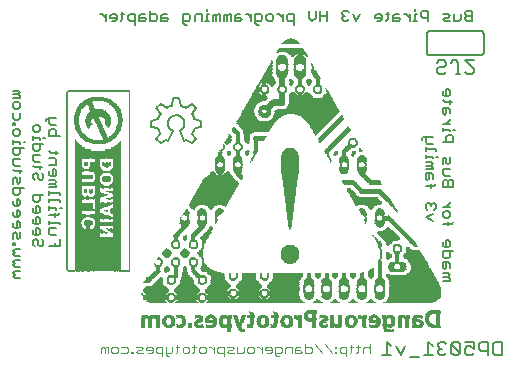
<source format=gbo>
G75*
G70*
%OFA0B0*%
%FSLAX24Y24*%
%IPPOS*%
%LPD*%
%AMOC8*
5,1,8,0,0,1.08239X$1,22.5*
%
%ADD10C,0.0050*%
%ADD11C,0.0040*%
%ADD12C,0.0060*%
%ADD13R,0.0290X0.0010*%
%ADD14R,0.0120X0.0010*%
%ADD15R,0.0140X0.0010*%
%ADD16R,0.0310X0.0010*%
%ADD17R,0.0130X0.0010*%
%ADD18R,0.0320X0.0010*%
%ADD19R,0.0330X0.0010*%
%ADD20R,0.0160X0.0010*%
%ADD21R,0.0340X0.0010*%
%ADD22R,0.0170X0.0010*%
%ADD23R,0.0180X0.0010*%
%ADD24R,0.0080X0.0010*%
%ADD25R,0.0030X0.0010*%
%ADD26R,0.0200X0.0010*%
%ADD27R,0.0040X0.0010*%
%ADD28R,0.0020X0.0010*%
%ADD29R,0.0150X0.0010*%
%ADD30R,0.0090X0.0010*%
%ADD31R,0.0100X0.0010*%
%ADD32R,0.0110X0.0010*%
%ADD33R,0.0060X0.0010*%
%ADD34R,0.0270X0.0010*%
%ADD35R,0.0250X0.0010*%
%ADD36R,0.0230X0.0010*%
%ADD37R,0.0210X0.0010*%
%ADD38R,0.0240X0.0010*%
%ADD39R,0.0220X0.0010*%
%ADD40R,0.0190X0.0010*%
%ADD41R,0.0260X0.0010*%
%ADD42R,0.0280X0.0010*%
%ADD43R,0.0370X0.0010*%
%ADD44R,0.0300X0.0010*%
%ADD45R,0.0360X0.0010*%
%ADD46R,0.0390X0.0010*%
%ADD47R,0.0350X0.0010*%
%ADD48R,0.0400X0.0010*%
%ADD49R,0.0380X0.0010*%
%ADD50R,0.0410X0.0010*%
%ADD51R,0.0420X0.0010*%
%ADD52R,0.0430X0.0010*%
%ADD53R,0.0070X0.0010*%
%ADD54R,0.0050X0.0010*%
%ADD55R,0.0010X0.0010*%
%ADD56R,0.0620X0.0010*%
%ADD57R,0.0610X0.0010*%
%ADD58R,0.0600X0.0010*%
%ADD59R,0.0450X0.0010*%
%ADD60R,0.0440X0.0010*%
%ADD61R,0.1520X0.0010*%
%ADD62R,0.3290X0.0010*%
%ADD63R,0.0770X0.0010*%
%ADD64R,0.0470X0.0010*%
%ADD65R,0.1590X0.0010*%
%ADD66R,0.3240X0.0010*%
%ADD67R,0.0740X0.0010*%
%ADD68R,0.0560X0.0010*%
%ADD69R,0.1600X0.0010*%
%ADD70R,0.3210X0.0010*%
%ADD71R,0.0720X0.0010*%
%ADD72R,0.0580X0.0010*%
%ADD73R,0.1620X0.0010*%
%ADD74R,0.3190X0.0010*%
%ADD75R,0.0700X0.0010*%
%ADD76R,0.1630X0.0010*%
%ADD77R,0.3170X0.0010*%
%ADD78R,0.0690X0.0010*%
%ADD79R,0.1650X0.0010*%
%ADD80R,0.3160X0.0010*%
%ADD81R,0.0680X0.0010*%
%ADD82R,0.0630X0.0010*%
%ADD83R,0.1670X0.0010*%
%ADD84R,0.3150X0.0010*%
%ADD85R,0.0660X0.0010*%
%ADD86R,0.0650X0.0010*%
%ADD87R,0.1680X0.0010*%
%ADD88R,0.3120X0.0010*%
%ADD89R,0.1690X0.0010*%
%ADD90R,0.3110X0.0010*%
%ADD91R,0.3100X0.0010*%
%ADD92R,0.3220X0.0010*%
%ADD93R,0.0900X0.0010*%
%ADD94R,0.0830X0.0010*%
%ADD95R,0.1700X0.0010*%
%ADD96R,0.1110X0.0010*%
%ADD97R,0.0840X0.0010*%
%ADD98R,0.0860X0.0010*%
%ADD99R,0.0880X0.0010*%
%ADD100R,0.1100X0.0010*%
%ADD101R,0.0820X0.0010*%
%ADD102R,0.0850X0.0010*%
%ADD103R,0.1080X0.0010*%
%ADD104R,0.0800X0.0010*%
%ADD105R,0.1710X0.0010*%
%ADD106R,0.0790X0.0010*%
%ADD107R,0.1720X0.0010*%
%ADD108R,0.1060X0.0010*%
%ADD109R,0.0810X0.0010*%
%ADD110R,0.1030X0.0010*%
%ADD111R,0.0750X0.0010*%
%ADD112R,0.1730X0.0010*%
%ADD113R,0.1020X0.0010*%
%ADD114R,0.0730X0.0010*%
%ADD115R,0.1010X0.0010*%
%ADD116R,0.0710X0.0010*%
%ADD117R,0.0780X0.0010*%
%ADD118R,0.1000X0.0010*%
%ADD119R,0.0990X0.0010*%
%ADD120R,0.0670X0.0010*%
%ADD121R,0.0760X0.0010*%
%ADD122R,0.0980X0.0010*%
%ADD123R,0.0960X0.0010*%
%ADD124R,0.0870X0.0010*%
%ADD125R,0.0950X0.0010*%
%ADD126R,0.0890X0.0010*%
%ADD127R,0.1090X0.0010*%
%ADD128R,0.1070X0.0010*%
%ADD129R,0.0640X0.0010*%
%ADD130R,0.0970X0.0010*%
%ADD131R,0.1040X0.0010*%
%ADD132R,0.1050X0.0010*%
%ADD133R,0.0590X0.0010*%
%ADD134R,0.0570X0.0010*%
%ADD135R,0.0550X0.0010*%
%ADD136R,0.0530X0.0010*%
%ADD137R,0.0510X0.0010*%
%ADD138R,0.1660X0.0010*%
%ADD139R,0.0480X0.0010*%
%ADD140R,0.0460X0.0010*%
%ADD141R,0.1640X0.0010*%
%ADD142R,0.0520X0.0010*%
%ADD143R,0.0940X0.0010*%
%ADD144R,0.0930X0.0010*%
%ADD145R,0.0540X0.0010*%
%ADD146R,0.0500X0.0010*%
%ADD147R,0.1610X0.0010*%
%ADD148R,0.0490X0.0010*%
%ADD149R,0.0920X0.0010*%
%ADD150R,0.0910X0.0010*%
%ADD151R,0.1270X0.0010*%
%ADD152R,0.1260X0.0010*%
%ADD153R,0.1250X0.0010*%
%ADD154R,0.1240X0.0010*%
%ADD155R,0.1220X0.0010*%
%ADD156R,0.1200X0.0010*%
%ADD157R,0.1190X0.0010*%
%ADD158R,0.1170X0.0010*%
%ADD159R,0.1160X0.0010*%
%ADD160R,0.1150X0.0010*%
%ADD161R,0.1130X0.0010*%
%ADD162R,0.1120X0.0010*%
%ADD163R,0.1180X0.0010*%
%ADD164R,0.1230X0.0010*%
%ADD165R,0.1280X0.0010*%
%ADD166R,0.1290X0.0010*%
%ADD167R,0.1210X0.0010*%
%ADD168R,0.1300X0.0010*%
%ADD169R,0.1350X0.0010*%
%ADD170R,0.1390X0.0010*%
%ADD171R,0.1440X0.0010*%
%ADD172R,0.2100X0.0010*%
%ADD173R,0.2110X0.0010*%
%ADD174R,0.2120X0.0010*%
%ADD175R,0.2130X0.0010*%
%ADD176R,0.2140X0.0010*%
%ADD177R,0.2150X0.0010*%
%ADD178R,0.2160X0.0010*%
%ADD179R,0.2170X0.0010*%
%ADD180R,0.2090X0.0010*%
%ADD181R,0.1840X0.0010*%
%ADD182R,0.1810X0.0010*%
%ADD183R,0.1790X0.0010*%
%ADD184R,0.1750X0.0010*%
%ADD185R,0.1570X0.0010*%
%ADD186R,0.1560X0.0010*%
%ADD187R,0.1550X0.0010*%
%ADD188R,0.1540X0.0010*%
%ADD189R,0.1530X0.0010*%
%ADD190R,0.1510X0.0010*%
%ADD191R,0.1500X0.0010*%
%ADD192R,0.1490X0.0010*%
%ADD193R,0.1480X0.0010*%
%ADD194R,0.1470X0.0010*%
%ADD195R,0.1460X0.0010*%
%ADD196R,0.1450X0.0010*%
%ADD197R,0.1430X0.0010*%
%ADD198R,0.0015X0.6045*%
%ADD199R,0.0015X0.6045*%
%ADD200R,0.0015X0.0045*%
%ADD201R,0.0015X0.0045*%
%ADD202R,0.0015X0.0165*%
%ADD203R,0.0015X0.0345*%
%ADD204R,0.0015X0.0465*%
%ADD205R,0.0015X0.0555*%
%ADD206R,0.0015X0.0630*%
%ADD207R,0.0015X0.0705*%
%ADD208R,0.0015X0.4335*%
%ADD209R,0.0015X0.0765*%
%ADD210R,0.0015X0.4320*%
%ADD211R,0.0015X0.0795*%
%ADD212R,0.0015X0.4305*%
%ADD213R,0.0015X0.0855*%
%ADD214R,0.0015X0.4290*%
%ADD215R,0.0015X0.0915*%
%ADD216R,0.0015X0.4275*%
%ADD217R,0.0015X0.0360*%
%ADD218R,0.0015X0.4260*%
%ADD219R,0.0015X0.0315*%
%ADD220R,0.0015X0.4245*%
%ADD221R,0.0015X0.0300*%
%ADD222R,0.0015X0.4230*%
%ADD223R,0.0015X0.0270*%
%ADD224R,0.0015X0.0255*%
%ADD225R,0.0015X0.4215*%
%ADD226R,0.0015X0.0240*%
%ADD227R,0.0015X0.4200*%
%ADD228R,0.0015X0.0225*%
%ADD229R,0.0015X0.4185*%
%ADD230R,0.0015X0.0210*%
%ADD231R,0.0015X0.4170*%
%ADD232R,0.0015X0.4155*%
%ADD233R,0.0015X0.0195*%
%ADD234R,0.0015X0.0405*%
%ADD235R,0.0015X0.0105*%
%ADD236R,0.0015X0.0060*%
%ADD237R,0.0015X0.0075*%
%ADD238R,0.0015X0.0180*%
%ADD239R,0.0015X0.1155*%
%ADD240R,0.0015X0.0390*%
%ADD241R,0.0015X0.0090*%
%ADD242R,0.0015X0.0150*%
%ADD243R,0.0015X0.0135*%
%ADD244R,0.0015X0.0375*%
%ADD245R,0.0015X0.0120*%
%ADD246R,0.0015X0.0330*%
%ADD247R,0.0015X0.0435*%
%ADD248R,0.0015X0.0030*%
%ADD249R,0.0015X0.0480*%
%ADD250R,0.0015X0.0495*%
%ADD251R,0.0015X0.0015*%
%ADD252R,0.0015X0.0285*%
%ADD253R,0.0015X0.0450*%
%ADD254R,0.0015X0.0525*%
%ADD255R,0.0015X0.0885*%
%ADD256R,0.0015X0.3015*%
%ADD257R,0.0015X0.4020*%
%ADD258R,0.0015X0.0600*%
%ADD259R,0.0015X0.0570*%
%ADD260R,0.0015X0.0825*%
%ADD261R,0.0015X0.1440*%
%ADD262R,0.0015X0.1545*%
%ADD263R,0.0015X0.1500*%
%ADD264R,0.0015X0.1485*%
%ADD265R,0.0015X0.1455*%
%ADD266R,0.0015X0.1425*%
%ADD267R,0.0015X0.0510*%
%ADD268R,0.0015X0.0720*%
%ADD269R,0.0015X0.1410*%
%ADD270R,0.0015X0.0750*%
%ADD271R,0.0015X0.0945*%
%ADD272R,0.0015X0.0420*%
%ADD273R,0.0015X0.1395*%
%ADD274R,0.0015X0.1710*%
%ADD275R,0.0015X0.1695*%
%ADD276R,0.0015X0.1515*%
%ADD277R,0.0015X0.2565*%
%ADD278R,0.0015X0.1575*%
%ADD279R,0.0015X0.4350*%
%ADD280R,0.0015X0.4365*%
%ADD281R,0.0015X0.4395*%
%ADD282R,0.0015X0.0060*%
%ADD283R,0.0015X0.5985*%
%ADD284R,0.0015X0.5955*%
%ADD285R,0.0015X0.5910*%
%ADD286C,0.0080*%
D10*
X004571Y006412D02*
X004513Y006470D01*
X004571Y006528D01*
X004513Y006587D01*
X004571Y006645D01*
X004747Y006645D01*
X004747Y006780D02*
X004571Y006780D01*
X004513Y006838D01*
X004571Y006897D01*
X004513Y006955D01*
X004571Y007014D01*
X004747Y007014D01*
X004747Y007148D02*
X004571Y007148D01*
X004513Y007207D01*
X004571Y007265D01*
X004513Y007323D01*
X004571Y007382D01*
X004747Y007382D01*
X004571Y007517D02*
X004571Y007575D01*
X004513Y007575D01*
X004513Y007517D01*
X004571Y007517D01*
X004513Y007701D02*
X004513Y007876D01*
X004571Y007934D01*
X004630Y007876D01*
X004630Y007759D01*
X004688Y007701D01*
X004747Y007759D01*
X004747Y007934D01*
X004688Y008069D02*
X004747Y008127D01*
X004747Y008244D01*
X004688Y008303D01*
X004630Y008303D01*
X004630Y008069D01*
X004688Y008069D02*
X004571Y008069D01*
X004513Y008127D01*
X004513Y008244D01*
X004571Y008437D02*
X004688Y008437D01*
X004747Y008496D01*
X004747Y008612D01*
X004688Y008671D01*
X004630Y008671D01*
X004630Y008437D01*
X004571Y008437D02*
X004513Y008496D01*
X004513Y008612D01*
X004571Y008806D02*
X004688Y008806D01*
X004747Y008864D01*
X004747Y008981D01*
X004688Y009039D01*
X004630Y009039D01*
X004630Y008806D01*
X004571Y008806D02*
X004513Y008864D01*
X004513Y008981D01*
X004571Y009174D02*
X004688Y009174D01*
X004747Y009232D01*
X004747Y009407D01*
X004863Y009407D02*
X004513Y009407D01*
X004513Y009232D01*
X004571Y009174D01*
X004513Y009542D02*
X004513Y009717D01*
X004571Y009776D01*
X004630Y009717D01*
X004630Y009601D01*
X004688Y009542D01*
X004747Y009601D01*
X004747Y009776D01*
X004747Y009911D02*
X004747Y010027D01*
X004805Y009969D02*
X004571Y009969D01*
X004513Y010027D01*
X004571Y010156D02*
X004513Y010214D01*
X004513Y010390D01*
X004747Y010390D01*
X004688Y010524D02*
X004747Y010583D01*
X004747Y010758D01*
X004863Y010758D02*
X004513Y010758D01*
X004513Y010583D01*
X004571Y010524D01*
X004688Y010524D01*
X004747Y010156D02*
X004571Y010156D01*
X005175Y010160D02*
X005234Y010101D01*
X005467Y010101D01*
X005409Y010043D02*
X005409Y010160D01*
X005409Y010289D02*
X005234Y010289D01*
X005175Y010347D01*
X005175Y010522D01*
X005409Y010522D01*
X005351Y010657D02*
X005409Y010715D01*
X005409Y010890D01*
X005526Y010890D02*
X005175Y010890D01*
X005175Y010715D01*
X005234Y010657D01*
X005351Y010657D01*
X005409Y011025D02*
X005409Y011083D01*
X005175Y011083D01*
X005175Y011025D02*
X005175Y011142D01*
X005234Y011271D02*
X005175Y011329D01*
X005175Y011446D01*
X005234Y011504D01*
X005351Y011504D01*
X005409Y011446D01*
X005409Y011329D01*
X005351Y011271D01*
X005234Y011271D01*
X005526Y011083D02*
X005584Y011083D01*
X005729Y011148D02*
X005729Y011323D01*
X005787Y011381D01*
X005904Y011381D01*
X005962Y011323D01*
X005962Y011148D01*
X006079Y011148D02*
X005729Y011148D01*
X005787Y011516D02*
X005729Y011574D01*
X005729Y011750D01*
X005670Y011750D02*
X005612Y011691D01*
X005612Y011633D01*
X005670Y011750D02*
X005962Y011750D01*
X005962Y011516D02*
X005787Y011516D01*
X004922Y010951D02*
X004863Y010951D01*
X004747Y010951D02*
X004513Y010951D01*
X004513Y010893D02*
X004513Y011009D01*
X004571Y011138D02*
X004513Y011197D01*
X004513Y011313D01*
X004571Y011372D01*
X004688Y011372D01*
X004747Y011313D01*
X004747Y011197D01*
X004688Y011138D01*
X004571Y011138D01*
X004747Y010951D02*
X004747Y010893D01*
X004571Y011507D02*
X004571Y011565D01*
X004513Y011565D01*
X004513Y011507D01*
X004571Y011507D01*
X004571Y011691D02*
X004513Y011749D01*
X004513Y011924D01*
X004571Y012059D02*
X004513Y012117D01*
X004513Y012234D01*
X004571Y012292D01*
X004688Y012292D01*
X004747Y012234D01*
X004747Y012117D01*
X004688Y012059D01*
X004571Y012059D01*
X004747Y011924D02*
X004747Y011749D01*
X004688Y011691D01*
X004571Y011691D01*
X004513Y012427D02*
X004747Y012427D01*
X004747Y012486D01*
X004688Y012544D01*
X004747Y012602D01*
X004688Y012661D01*
X004513Y012661D01*
X004513Y012544D02*
X004688Y012544D01*
X005729Y010651D02*
X005787Y010592D01*
X006021Y010592D01*
X005962Y010534D02*
X005962Y010651D01*
X005904Y010399D02*
X005729Y010399D01*
X005904Y010399D02*
X005962Y010341D01*
X005962Y010166D01*
X005729Y010166D01*
X005845Y010031D02*
X005845Y009797D01*
X005787Y009797D02*
X005904Y009797D01*
X005962Y009856D01*
X005962Y009972D01*
X005904Y010031D01*
X005845Y010031D01*
X005729Y009972D02*
X005729Y009856D01*
X005787Y009797D01*
X005729Y009663D02*
X005904Y009663D01*
X005962Y009604D01*
X005904Y009546D01*
X005729Y009546D01*
X005729Y009429D02*
X005962Y009429D01*
X005962Y009487D01*
X005904Y009546D01*
X005526Y009733D02*
X005467Y009675D01*
X005409Y009675D01*
X005351Y009733D01*
X005351Y009850D01*
X005292Y009908D01*
X005234Y009908D01*
X005175Y009850D01*
X005175Y009733D01*
X005234Y009675D01*
X005526Y009733D02*
X005526Y009850D01*
X005467Y009908D01*
X005729Y009300D02*
X005729Y009184D01*
X005729Y009242D02*
X006079Y009242D01*
X006079Y009184D01*
X006079Y008996D02*
X005729Y008996D01*
X005729Y008938D02*
X005729Y009055D01*
X005526Y009172D02*
X005175Y009172D01*
X005175Y008996D01*
X005234Y008938D01*
X005351Y008938D01*
X005409Y008996D01*
X005409Y009172D01*
X005351Y008803D02*
X005292Y008803D01*
X005292Y008570D01*
X005234Y008570D02*
X005351Y008570D01*
X005409Y008628D01*
X005409Y008745D01*
X005351Y008803D01*
X005175Y008745D02*
X005175Y008628D01*
X005234Y008570D01*
X005292Y008435D02*
X005292Y008201D01*
X005234Y008201D02*
X005351Y008201D01*
X005409Y008260D01*
X005409Y008377D01*
X005351Y008435D01*
X005292Y008435D01*
X005175Y008377D02*
X005175Y008260D01*
X005234Y008201D01*
X005292Y008067D02*
X005292Y007833D01*
X005234Y007833D02*
X005351Y007833D01*
X005409Y007891D01*
X005409Y008008D01*
X005351Y008067D01*
X005292Y008067D01*
X005175Y008008D02*
X005175Y007891D01*
X005234Y007833D01*
X005234Y007698D02*
X005175Y007640D01*
X005175Y007523D01*
X005234Y007465D01*
X005351Y007523D02*
X005351Y007640D01*
X005292Y007698D01*
X005234Y007698D01*
X005351Y007523D02*
X005409Y007465D01*
X005467Y007465D01*
X005526Y007523D01*
X005526Y007640D01*
X005467Y007698D01*
X005729Y007891D02*
X005729Y008067D01*
X005962Y008067D01*
X006079Y008201D02*
X006079Y008260D01*
X005729Y008260D01*
X005729Y008318D02*
X005729Y008201D01*
X005904Y008447D02*
X005904Y008564D01*
X006021Y008505D02*
X005729Y008505D01*
X005729Y008692D02*
X005729Y008809D01*
X005729Y008751D02*
X005962Y008751D01*
X005962Y008692D01*
X006079Y008751D02*
X006137Y008751D01*
X006079Y008938D02*
X006079Y008996D01*
X006079Y008564D02*
X006021Y008505D01*
X005962Y007833D02*
X005787Y007833D01*
X005729Y007891D01*
X005904Y007582D02*
X005904Y007465D01*
X005729Y007465D02*
X006079Y007465D01*
X006079Y007698D01*
X004747Y006412D02*
X004571Y006412D01*
X008587Y014858D02*
X008587Y015208D01*
X008412Y015208D01*
X008353Y015150D01*
X008353Y015033D01*
X008412Y014975D01*
X008587Y014975D01*
X008721Y014975D02*
X008721Y015150D01*
X008780Y015208D01*
X008897Y015208D01*
X008897Y015091D02*
X008721Y015091D01*
X008721Y014975D02*
X008897Y014975D01*
X008955Y015033D01*
X008897Y015091D01*
X009090Y014975D02*
X009265Y014975D01*
X009323Y015033D01*
X009323Y015150D01*
X009265Y015208D01*
X009090Y015208D01*
X009090Y015325D02*
X009090Y014975D01*
X009458Y014975D02*
X009458Y015150D01*
X009516Y015208D01*
X009633Y015208D01*
X009633Y015091D02*
X009458Y015091D01*
X009458Y014975D02*
X009633Y014975D01*
X009692Y015033D01*
X009633Y015091D01*
X010195Y014975D02*
X010370Y014975D01*
X010428Y015033D01*
X010428Y015150D01*
X010370Y015208D01*
X010195Y015208D01*
X010195Y014916D01*
X010253Y014858D01*
X010311Y014858D01*
X010563Y014975D02*
X010563Y015150D01*
X010621Y015208D01*
X010796Y015208D01*
X010796Y014975D01*
X010925Y014975D02*
X011042Y014975D01*
X010984Y014975D02*
X010984Y015208D01*
X011042Y015208D01*
X010984Y015325D02*
X010984Y015383D01*
X011177Y015150D02*
X011177Y014975D01*
X011294Y014975D02*
X011294Y015150D01*
X011235Y015208D01*
X011177Y015150D01*
X011294Y015150D02*
X011352Y015208D01*
X011410Y015208D01*
X011410Y014975D01*
X011545Y014975D02*
X011545Y015150D01*
X011604Y015208D01*
X011662Y015150D01*
X011662Y014975D01*
X011779Y014975D02*
X011779Y015208D01*
X011720Y015208D01*
X011662Y015150D01*
X011913Y015150D02*
X011913Y014975D01*
X012089Y014975D01*
X012147Y015033D01*
X012089Y015091D01*
X011913Y015091D01*
X011913Y015150D02*
X011972Y015208D01*
X012089Y015208D01*
X012279Y015208D02*
X012337Y015208D01*
X012454Y015091D01*
X012454Y014975D02*
X012454Y015208D01*
X012589Y015208D02*
X012764Y015208D01*
X012822Y015150D01*
X012822Y015033D01*
X012764Y014975D01*
X012589Y014975D01*
X012589Y014916D02*
X012589Y015208D01*
X012957Y015150D02*
X012957Y015033D01*
X013015Y014975D01*
X013132Y014975D01*
X013190Y015033D01*
X013190Y015150D01*
X013132Y015208D01*
X013015Y015208D01*
X012957Y015150D01*
X013322Y015208D02*
X013381Y015208D01*
X013497Y015091D01*
X013497Y014975D02*
X013497Y015208D01*
X013632Y015150D02*
X013632Y015033D01*
X013691Y014975D01*
X013866Y014975D01*
X013866Y014858D02*
X013866Y015208D01*
X013691Y015208D01*
X013632Y015150D01*
X014369Y015091D02*
X014369Y015325D01*
X014602Y015325D02*
X014602Y015091D01*
X014486Y014975D01*
X014369Y015091D01*
X014737Y015150D02*
X014971Y015150D01*
X014971Y014975D02*
X014971Y015325D01*
X014737Y015325D02*
X014737Y014975D01*
X015474Y015033D02*
X015532Y014975D01*
X015649Y014975D01*
X015707Y015033D01*
X015590Y015150D02*
X015532Y015150D01*
X015474Y015091D01*
X015474Y015033D01*
X015532Y015150D02*
X015474Y015208D01*
X015474Y015267D01*
X015532Y015325D01*
X015649Y015325D01*
X015707Y015267D01*
X015842Y015208D02*
X015959Y014975D01*
X016075Y015208D01*
X016579Y015150D02*
X016579Y015091D01*
X016812Y015091D01*
X016812Y015033D02*
X016812Y015150D01*
X016754Y015208D01*
X016637Y015208D01*
X016579Y015150D01*
X016637Y014975D02*
X016754Y014975D01*
X016812Y015033D01*
X016941Y014975D02*
X016999Y015033D01*
X016999Y015267D01*
X016941Y015208D02*
X017058Y015208D01*
X017192Y015150D02*
X017192Y014975D01*
X017368Y014975D01*
X017426Y015033D01*
X017368Y015091D01*
X017192Y015091D01*
X017192Y015150D02*
X017251Y015208D01*
X017368Y015208D01*
X017558Y015208D02*
X017616Y015208D01*
X017733Y015091D01*
X017733Y014975D02*
X017733Y015208D01*
X017920Y015208D02*
X017920Y014975D01*
X017978Y014975D02*
X017862Y014975D01*
X017920Y015208D02*
X017978Y015208D01*
X017920Y015325D02*
X017920Y015383D01*
X018113Y015267D02*
X018113Y015150D01*
X018171Y015091D01*
X018347Y015091D01*
X018347Y014975D02*
X018347Y015325D01*
X018171Y015325D01*
X018113Y015267D01*
X018850Y015208D02*
X019025Y015208D01*
X019083Y015150D01*
X019025Y015091D01*
X018908Y015091D01*
X018850Y015033D01*
X018908Y014975D01*
X019083Y014975D01*
X019218Y014975D02*
X019218Y015208D01*
X019218Y014975D02*
X019393Y014975D01*
X019452Y015033D01*
X019452Y015208D01*
X019586Y015208D02*
X019645Y015150D01*
X019820Y015150D01*
X019820Y015325D02*
X019645Y015325D01*
X019586Y015267D01*
X019586Y015208D01*
X019645Y015150D02*
X019586Y015091D01*
X019586Y015033D01*
X019645Y014975D01*
X019820Y014975D01*
X019820Y015325D01*
X019873Y013667D02*
X019573Y013667D01*
X019873Y013367D01*
X019873Y013292D01*
X019798Y013217D01*
X019648Y013217D01*
X019573Y013292D01*
X019413Y013217D02*
X019263Y013217D01*
X019338Y013217D02*
X019338Y013592D01*
X019263Y013667D01*
X019188Y013667D01*
X019112Y013592D01*
X018952Y013592D02*
X018877Y013667D01*
X018727Y013667D01*
X018652Y013592D01*
X018727Y013442D02*
X018652Y013367D01*
X018652Y013292D01*
X018727Y013217D01*
X018877Y013217D01*
X018952Y013292D01*
X018877Y013442D02*
X018952Y013517D01*
X018952Y013592D01*
X018877Y013442D02*
X018727Y013442D01*
X018961Y012700D02*
X018961Y012467D01*
X019019Y012467D02*
X019077Y012525D01*
X019077Y012642D01*
X019019Y012700D01*
X018961Y012700D01*
X018844Y012642D02*
X018844Y012525D01*
X018902Y012467D01*
X019019Y012467D01*
X019077Y012338D02*
X019077Y012221D01*
X019136Y012280D02*
X018902Y012280D01*
X018844Y012338D01*
X018844Y012086D02*
X018844Y011911D01*
X018902Y011853D01*
X018961Y011911D01*
X018961Y012086D01*
X019019Y012086D02*
X018844Y012086D01*
X019019Y012086D02*
X019077Y012028D01*
X019077Y011911D01*
X019077Y011721D02*
X019077Y011663D01*
X018961Y011546D01*
X019077Y011546D02*
X018844Y011546D01*
X018844Y011417D02*
X018844Y011301D01*
X018844Y011359D02*
X019077Y011359D01*
X019077Y011301D01*
X019194Y011359D02*
X019252Y011359D01*
X019136Y011166D02*
X019019Y011166D01*
X018961Y011107D01*
X018961Y010932D01*
X018844Y010932D02*
X019194Y010932D01*
X019194Y011107D01*
X019136Y011166D01*
X018504Y011125D02*
X018212Y011125D01*
X018154Y011066D01*
X018154Y011008D01*
X018271Y010950D02*
X018271Y011125D01*
X018271Y010950D02*
X018329Y010891D01*
X018504Y010891D01*
X018621Y010704D02*
X018271Y010704D01*
X018271Y010646D02*
X018271Y010762D01*
X018621Y010704D02*
X018621Y010646D01*
X018621Y010459D02*
X018679Y010459D01*
X018504Y010459D02*
X018271Y010459D01*
X018271Y010517D02*
X018271Y010400D01*
X018271Y010265D02*
X018446Y010265D01*
X018504Y010207D01*
X018446Y010149D01*
X018271Y010149D01*
X018271Y010032D02*
X018504Y010032D01*
X018504Y010090D01*
X018446Y010149D01*
X018446Y009897D02*
X018271Y009897D01*
X018271Y009722D01*
X018329Y009664D01*
X018387Y009722D01*
X018387Y009897D01*
X018446Y009897D02*
X018504Y009839D01*
X018504Y009722D01*
X018446Y009535D02*
X018446Y009418D01*
X018562Y009476D02*
X018621Y009535D01*
X018562Y009476D02*
X018271Y009476D01*
X018844Y009459D02*
X018844Y009634D01*
X018902Y009692D01*
X018961Y009692D01*
X019019Y009634D01*
X019019Y009459D01*
X019194Y009459D02*
X019194Y009634D01*
X019136Y009692D01*
X019077Y009692D01*
X019019Y009634D01*
X019077Y009827D02*
X018902Y009827D01*
X018844Y009886D01*
X018844Y010061D01*
X019077Y010061D01*
X019019Y010196D02*
X019077Y010254D01*
X019077Y010429D01*
X018961Y010371D02*
X018961Y010254D01*
X019019Y010196D01*
X018844Y010196D02*
X018844Y010371D01*
X018902Y010429D01*
X018961Y010371D01*
X018504Y010400D02*
X018504Y010459D01*
X018844Y009459D02*
X019194Y009459D01*
X019077Y008959D02*
X019077Y008901D01*
X018961Y008784D01*
X019077Y008784D02*
X018844Y008784D01*
X018902Y008649D02*
X019019Y008649D01*
X019077Y008591D01*
X019077Y008474D01*
X019019Y008415D01*
X018902Y008415D01*
X018844Y008474D01*
X018844Y008591D01*
X018902Y008649D01*
X018621Y008740D02*
X018621Y008857D01*
X018562Y008915D01*
X018504Y008915D01*
X018446Y008857D01*
X018387Y008915D01*
X018329Y008915D01*
X018271Y008857D01*
X018271Y008740D01*
X018329Y008681D01*
X018446Y008798D02*
X018446Y008857D01*
X018562Y008681D02*
X018621Y008740D01*
X018504Y008547D02*
X018271Y008430D01*
X018504Y008313D01*
X018844Y008228D02*
X019136Y008228D01*
X019194Y008287D01*
X019019Y008287D02*
X019019Y008170D01*
X019019Y007667D02*
X018961Y007667D01*
X018961Y007433D01*
X019019Y007433D02*
X019077Y007492D01*
X019077Y007608D01*
X019019Y007667D01*
X018844Y007608D02*
X018844Y007492D01*
X018902Y007433D01*
X019019Y007433D01*
X019077Y007299D02*
X019077Y007123D01*
X019019Y007065D01*
X018902Y007065D01*
X018844Y007123D01*
X018844Y007299D01*
X019194Y007299D01*
X019019Y006930D02*
X018844Y006930D01*
X018844Y006755D01*
X018902Y006697D01*
X018961Y006755D01*
X018961Y006930D01*
X019019Y006930D02*
X019077Y006872D01*
X019077Y006755D01*
X019019Y006562D02*
X018844Y006562D01*
X018844Y006445D02*
X019019Y006445D01*
X019077Y006504D01*
X019019Y006562D01*
X019019Y006445D02*
X019077Y006387D01*
X019077Y006328D01*
X018844Y006328D01*
X012705Y014858D02*
X012647Y014858D01*
X012589Y014916D01*
X008218Y015208D02*
X008102Y015208D01*
X008160Y015267D02*
X008160Y015033D01*
X008102Y014975D01*
X007973Y015033D02*
X007973Y015150D01*
X007914Y015208D01*
X007798Y015208D01*
X007739Y015150D01*
X007739Y015091D01*
X007973Y015091D01*
X007973Y015033D02*
X007914Y014975D01*
X007798Y014975D01*
X007605Y014975D02*
X007605Y015208D01*
X007605Y015091D02*
X007488Y015208D01*
X007429Y015208D01*
D11*
X007458Y004064D02*
X007458Y003904D01*
X007565Y003904D02*
X007565Y004064D01*
X007512Y004118D01*
X007458Y004064D01*
X007565Y004064D02*
X007618Y004118D01*
X007672Y004118D01*
X007672Y003904D01*
X007790Y003958D02*
X007790Y004064D01*
X007843Y004118D01*
X007950Y004118D01*
X008003Y004064D01*
X008003Y003958D01*
X007950Y003904D01*
X007843Y003904D01*
X007790Y003958D01*
X008121Y003904D02*
X008281Y003904D01*
X008335Y003958D01*
X008335Y004064D01*
X008281Y004118D01*
X008121Y004118D01*
X008447Y003958D02*
X008447Y003904D01*
X008500Y003904D01*
X008500Y003958D01*
X008447Y003958D01*
X008618Y003958D02*
X008672Y004011D01*
X008779Y004011D01*
X008832Y004064D01*
X008779Y004118D01*
X008618Y004118D01*
X008618Y003958D02*
X008672Y003904D01*
X008832Y003904D01*
X008950Y004011D02*
X008950Y004064D01*
X009003Y004118D01*
X009110Y004118D01*
X009163Y004064D01*
X009163Y003958D01*
X009110Y003904D01*
X009003Y003904D01*
X008950Y004011D02*
X009163Y004011D01*
X009281Y004064D02*
X009281Y003958D01*
X009335Y003904D01*
X009495Y003904D01*
X009495Y003797D02*
X009495Y004118D01*
X009335Y004118D01*
X009281Y004064D01*
X009613Y004118D02*
X009613Y003851D01*
X009666Y003797D01*
X009719Y003797D01*
X009773Y003904D02*
X009613Y003904D01*
X009773Y003904D02*
X009826Y003958D01*
X009826Y004118D01*
X009940Y004118D02*
X010047Y004118D01*
X009994Y004171D02*
X009994Y003958D01*
X009940Y003904D01*
X010165Y003958D02*
X010165Y004064D01*
X010219Y004118D01*
X010325Y004118D01*
X010379Y004064D01*
X010379Y003958D01*
X010325Y003904D01*
X010219Y003904D01*
X010165Y003958D01*
X010493Y003904D02*
X010546Y003958D01*
X010546Y004171D01*
X010493Y004118D02*
X010600Y004118D01*
X010718Y004064D02*
X010771Y004118D01*
X010878Y004118D01*
X010931Y004064D01*
X010931Y003958D01*
X010878Y003904D01*
X010771Y003904D01*
X010718Y003958D01*
X010718Y004064D01*
X011047Y004118D02*
X011101Y004118D01*
X011207Y004011D01*
X011207Y003904D02*
X011207Y004118D01*
X011325Y004064D02*
X011325Y003958D01*
X011379Y003904D01*
X011539Y003904D01*
X011539Y003797D02*
X011539Y004118D01*
X011379Y004118D01*
X011325Y004064D01*
X011657Y004118D02*
X011817Y004118D01*
X011870Y004064D01*
X011817Y004011D01*
X011710Y004011D01*
X011657Y003958D01*
X011710Y003904D01*
X011870Y003904D01*
X011988Y003904D02*
X011988Y004118D01*
X012202Y004118D02*
X012202Y003958D01*
X012148Y003904D01*
X011988Y003904D01*
X012320Y003958D02*
X012320Y004064D01*
X012373Y004118D01*
X012480Y004118D01*
X012533Y004064D01*
X012533Y003958D01*
X012480Y003904D01*
X012373Y003904D01*
X012320Y003958D01*
X012649Y004118D02*
X012703Y004118D01*
X012809Y004011D01*
X012809Y003904D02*
X012809Y004118D01*
X012927Y004064D02*
X012927Y004011D01*
X013141Y004011D01*
X013141Y003958D02*
X013141Y004064D01*
X013087Y004118D01*
X012981Y004118D01*
X012927Y004064D01*
X012981Y003904D02*
X013087Y003904D01*
X013141Y003958D01*
X013259Y003904D02*
X013419Y003904D01*
X013472Y003958D01*
X013472Y004064D01*
X013419Y004118D01*
X013259Y004118D01*
X013259Y003851D01*
X013312Y003797D01*
X013366Y003797D01*
X013590Y003904D02*
X013590Y004064D01*
X013644Y004118D01*
X013804Y004118D01*
X013804Y003904D01*
X013922Y003904D02*
X013922Y004064D01*
X013975Y004118D01*
X014082Y004118D01*
X014082Y004011D02*
X013922Y004011D01*
X013922Y003904D02*
X014082Y003904D01*
X014135Y003958D01*
X014082Y004011D01*
X014253Y004118D02*
X014413Y004118D01*
X014467Y004064D01*
X014467Y003958D01*
X014413Y003904D01*
X014253Y003904D01*
X014253Y004224D01*
X014585Y004224D02*
X014798Y003904D01*
X015130Y003904D02*
X014916Y004224D01*
X015242Y004118D02*
X015242Y004064D01*
X015295Y004064D01*
X015295Y004118D01*
X015242Y004118D01*
X015242Y003958D02*
X015242Y003904D01*
X015295Y003904D01*
X015295Y003958D01*
X015242Y003958D01*
X015413Y003958D02*
X015467Y003904D01*
X015627Y003904D01*
X015627Y003797D02*
X015627Y004118D01*
X015467Y004118D01*
X015413Y004064D01*
X015413Y003958D01*
X015741Y003904D02*
X015794Y003958D01*
X015794Y004171D01*
X015741Y004118D02*
X015848Y004118D01*
X015962Y004118D02*
X016069Y004118D01*
X016015Y004171D02*
X016015Y003958D01*
X015962Y003904D01*
X016187Y003904D02*
X016187Y004064D01*
X016240Y004118D01*
X016347Y004118D01*
X016400Y004064D01*
X016400Y004224D02*
X016400Y003904D01*
D12*
X016823Y003840D02*
X017117Y003840D01*
X016970Y003840D02*
X016970Y004281D01*
X017117Y004134D01*
X017284Y004134D02*
X017430Y003840D01*
X017577Y004134D01*
X017744Y003767D02*
X018037Y003767D01*
X018204Y003840D02*
X018498Y003840D01*
X018351Y003840D02*
X018351Y004281D01*
X018498Y004134D01*
X018665Y004134D02*
X018738Y004061D01*
X018665Y003987D01*
X018665Y003914D01*
X018738Y003840D01*
X018885Y003840D01*
X018958Y003914D01*
X019125Y003914D02*
X019198Y003840D01*
X019345Y003840D01*
X019419Y003914D01*
X019125Y004207D01*
X019125Y003914D01*
X019125Y004207D02*
X019198Y004281D01*
X019345Y004281D01*
X019419Y004207D01*
X019419Y003914D01*
X019585Y003914D02*
X019659Y003840D01*
X019806Y003840D01*
X019879Y003914D01*
X019879Y004061D02*
X019732Y004134D01*
X019659Y004134D01*
X019585Y004061D01*
X019585Y003914D01*
X019879Y004061D02*
X019879Y004281D01*
X019585Y004281D01*
X020046Y004207D02*
X020046Y004061D01*
X020119Y003987D01*
X020339Y003987D01*
X020339Y003840D02*
X020339Y004281D01*
X020119Y004281D01*
X020046Y004207D01*
X020506Y004207D02*
X020506Y003914D01*
X020579Y003840D01*
X020800Y003840D01*
X020800Y004281D01*
X020579Y004281D01*
X020506Y004207D01*
X018958Y004207D02*
X018885Y004281D01*
X018738Y004281D01*
X018665Y004207D01*
X018665Y004134D01*
X018738Y004061D02*
X018811Y004061D01*
X018405Y013843D02*
X020105Y013843D01*
X020122Y013845D01*
X020139Y013849D01*
X020155Y013856D01*
X020169Y013866D01*
X020182Y013879D01*
X020192Y013893D01*
X020199Y013909D01*
X020203Y013926D01*
X020205Y013943D01*
X020205Y014543D01*
X020203Y014560D01*
X020199Y014577D01*
X020192Y014593D01*
X020182Y014607D01*
X020169Y014620D01*
X020155Y014630D01*
X020139Y014637D01*
X020122Y014641D01*
X020105Y014643D01*
X018405Y014643D01*
X018388Y014641D01*
X018371Y014637D01*
X018355Y014630D01*
X018341Y014620D01*
X018328Y014607D01*
X018318Y014593D01*
X018311Y014577D01*
X018307Y014560D01*
X018305Y014543D01*
X018305Y013943D01*
X018307Y013926D01*
X018311Y013909D01*
X018318Y013893D01*
X018328Y013879D01*
X018341Y013866D01*
X018355Y013856D01*
X018371Y013849D01*
X018388Y013845D01*
X018405Y013843D01*
D13*
X014972Y012438D03*
X014312Y012478D03*
X013352Y011798D03*
X013122Y011608D03*
X012632Y012498D03*
X013012Y013158D03*
X013012Y013168D03*
X014642Y011328D03*
X015552Y010378D03*
X016142Y010378D03*
X016142Y009968D03*
X016142Y009958D03*
X015552Y009958D03*
X015932Y009088D03*
X016732Y008618D03*
X016732Y008608D03*
X016732Y008598D03*
X016982Y008398D03*
X016732Y008188D03*
X016732Y008178D03*
X017012Y007978D03*
X017052Y007638D03*
X016732Y006318D03*
X016142Y006318D03*
X015562Y005748D03*
X014962Y005748D03*
X014372Y005748D03*
X014372Y005758D03*
X014372Y006318D03*
X013752Y006908D03*
X012842Y005118D03*
X012852Y004778D03*
X013642Y004778D03*
X014482Y004968D03*
X014862Y004818D03*
X014872Y004798D03*
X015782Y005118D03*
X016562Y005108D03*
X016532Y004768D03*
X017072Y004598D03*
X017972Y004988D03*
X018022Y005118D03*
X013752Y008828D03*
X013752Y008838D03*
X013752Y008848D03*
X013752Y008858D03*
X013752Y008868D03*
X013752Y008878D03*
X013752Y008888D03*
X012012Y009958D03*
X011412Y009958D03*
X011412Y009968D03*
X011412Y010378D03*
X010822Y008608D03*
X010822Y008188D03*
X010232Y008188D03*
X010232Y008178D03*
X010232Y007248D03*
X010232Y007178D03*
X009642Y007178D03*
X009642Y007248D03*
X009862Y006478D03*
X009362Y006198D03*
X010902Y006728D03*
X011112Y005108D03*
X010712Y004808D03*
X010712Y004798D03*
X010112Y004818D03*
X010112Y004828D03*
X010102Y004808D03*
D14*
X010417Y004868D03*
X010617Y004868D03*
X010617Y004858D03*
X010617Y004848D03*
X010977Y005008D03*
X010977Y005018D03*
X010987Y005028D03*
X010987Y005038D03*
X010997Y005058D03*
X011237Y005038D03*
X011237Y005028D03*
X011247Y005018D03*
X011247Y005008D03*
X011247Y004998D03*
X011247Y004908D03*
X011247Y004898D03*
X011247Y004888D03*
X011547Y005158D03*
X011737Y005118D03*
X011737Y005108D03*
X011947Y005058D03*
X011957Y005028D03*
X011957Y005018D03*
X011967Y005008D03*
X011967Y004998D03*
X011967Y004988D03*
X011967Y004978D03*
X011977Y004958D03*
X011977Y004948D03*
X011987Y004928D03*
X011997Y004898D03*
X012127Y004918D03*
X012157Y005008D03*
X012167Y004598D03*
X013267Y004888D03*
X013267Y004898D03*
X013267Y004908D03*
X013267Y004918D03*
X013267Y004928D03*
X013267Y004938D03*
X013267Y004948D03*
X013267Y004958D03*
X013267Y004968D03*
X013267Y004978D03*
X013267Y004988D03*
X013267Y004998D03*
X013267Y005008D03*
X013267Y005018D03*
X013267Y005028D03*
X013267Y005038D03*
X013267Y005048D03*
X013267Y005058D03*
X013267Y005168D03*
X013267Y005178D03*
X013267Y005188D03*
X013267Y005198D03*
X013267Y005208D03*
X013267Y005218D03*
X013267Y005228D03*
X013957Y005118D03*
X013957Y005108D03*
X014377Y005688D03*
X014667Y005638D03*
X014967Y005688D03*
X015257Y005638D03*
X015557Y005688D03*
X015847Y005648D03*
X015677Y006138D03*
X015857Y006418D03*
X016257Y006148D03*
X016447Y006418D03*
X016467Y006648D03*
X016747Y006928D03*
X017007Y007208D03*
X017007Y007508D03*
X017007Y007518D03*
X016747Y007498D03*
X016747Y007488D03*
X016747Y007478D03*
X016717Y007578D03*
X016707Y007588D03*
X017677Y007398D03*
X017937Y007448D03*
X016827Y008488D03*
X017137Y008838D03*
X017127Y008848D03*
X017117Y008868D03*
X016237Y010078D03*
X016147Y010468D03*
X015887Y010588D03*
X015857Y010508D03*
X015457Y010258D03*
X015267Y010508D03*
X015287Y010578D03*
X014987Y010588D03*
X014767Y010968D03*
X014617Y011218D03*
X015457Y011748D03*
X015677Y011368D03*
X014317Y012558D03*
X014377Y012858D03*
X014377Y012868D03*
X014527Y013318D03*
X014217Y013318D03*
X013937Y013318D03*
X013627Y013318D03*
X013347Y013318D03*
X013097Y013448D03*
X013837Y013798D03*
X012617Y012608D03*
X011737Y011098D03*
X011737Y011088D03*
X011657Y010878D03*
X011427Y010568D03*
X011427Y010558D03*
X011427Y010548D03*
X011507Y010268D03*
X011507Y010078D03*
X011667Y009918D03*
X011917Y010078D03*
X012097Y010078D03*
X012097Y010268D03*
X011917Y010268D03*
X012327Y010618D03*
X012587Y010588D03*
X012587Y010578D03*
X012327Y010918D03*
X011167Y009918D03*
X011117Y008728D03*
X010917Y008488D03*
X010527Y008728D03*
X010307Y008618D03*
X010327Y008488D03*
X010257Y007768D03*
X010877Y007618D03*
X010877Y007608D03*
X010777Y007288D03*
X010777Y007148D03*
X010777Y007138D03*
X010877Y006848D03*
X010707Y006408D03*
X008847Y005018D03*
X008847Y005008D03*
X008847Y004998D03*
X008847Y004988D03*
X008847Y004978D03*
X008847Y004968D03*
X008847Y004958D03*
X008847Y004948D03*
X008847Y004938D03*
X008847Y004928D03*
X008847Y004918D03*
X008847Y004908D03*
X008847Y004898D03*
X008847Y004888D03*
X008847Y004878D03*
X008847Y004868D03*
X008847Y004858D03*
X008847Y004848D03*
X008847Y004838D03*
X008847Y004828D03*
X008847Y004818D03*
X008847Y004808D03*
X008847Y004798D03*
X008847Y004788D03*
X008847Y004778D03*
X008847Y004768D03*
X008847Y004758D03*
X008847Y004748D03*
X014257Y006148D03*
X014497Y006138D03*
X014847Y006138D03*
X015087Y006138D03*
X015257Y006418D03*
X014667Y006418D03*
X016437Y005648D03*
X016857Y005928D03*
X016897Y005128D03*
X016697Y005018D03*
X016697Y005008D03*
X016697Y004998D03*
X016687Y005028D03*
X016687Y005038D03*
X016677Y005048D03*
X016697Y004898D03*
X016697Y004888D03*
X016907Y004748D03*
X016907Y004738D03*
X017397Y004748D03*
X017877Y004748D03*
X017877Y004758D03*
X017887Y004768D03*
X016447Y005058D03*
X016437Y005038D03*
X016437Y005028D03*
X016427Y005018D03*
X016427Y005008D03*
X016427Y004998D03*
X016227Y004978D03*
X016227Y004968D03*
X016227Y004958D03*
X016227Y004948D03*
X016227Y004938D03*
X016227Y004928D03*
X016227Y004918D03*
X016227Y004908D03*
X016227Y004898D03*
X016227Y004888D03*
X016227Y004878D03*
X016227Y004868D03*
X016227Y004858D03*
X016227Y004848D03*
X016227Y004838D03*
X016227Y004828D03*
X016227Y004818D03*
X016227Y004808D03*
X016227Y004798D03*
X016227Y004788D03*
X016227Y004778D03*
X016227Y004768D03*
X016237Y005098D03*
X016237Y005108D03*
X016237Y005118D03*
X016237Y005128D03*
X016097Y005118D03*
X015427Y005118D03*
X015427Y005128D03*
X015427Y005138D03*
X015427Y005148D03*
X015427Y005108D03*
X015427Y005098D03*
X015427Y005088D03*
X015427Y005078D03*
X015427Y005068D03*
X015427Y005058D03*
X015427Y005048D03*
X015427Y005038D03*
X015427Y005028D03*
X015427Y005018D03*
X015427Y005008D03*
X015427Y004998D03*
X015427Y004988D03*
X015427Y004978D03*
X015427Y004968D03*
X015427Y004958D03*
X015427Y004948D03*
X015427Y004938D03*
X015427Y004928D03*
X015427Y004918D03*
X015427Y004908D03*
X015157Y004778D03*
X015157Y004768D03*
X015157Y004758D03*
X014887Y004738D03*
X014777Y004838D03*
X014777Y004848D03*
X014777Y004868D03*
X014947Y005058D03*
D15*
X014947Y005018D03*
X014837Y005158D03*
X014557Y005218D03*
X014297Y005198D03*
X014287Y005188D03*
X014287Y005178D03*
X014287Y005168D03*
X014287Y005108D03*
X014287Y005098D03*
X014287Y005088D03*
X014297Y005078D03*
X014077Y005008D03*
X014077Y004998D03*
X013787Y004998D03*
X013787Y005008D03*
X013787Y004988D03*
X013787Y004978D03*
X013787Y004928D03*
X013787Y004918D03*
X013787Y004908D03*
X013787Y004898D03*
X013787Y004888D03*
X013777Y004868D03*
X013767Y004858D03*
X013777Y005028D03*
X013767Y005048D03*
X013637Y005158D03*
X013517Y005048D03*
X013507Y005038D03*
X013507Y005028D03*
X013497Y005008D03*
X013497Y004998D03*
X013497Y004898D03*
X013497Y004888D03*
X013507Y004878D03*
X013507Y004868D03*
X013517Y004858D03*
X013257Y004858D03*
X012987Y004878D03*
X012987Y004888D03*
X012977Y004858D03*
X012987Y005008D03*
X012987Y005018D03*
X012987Y005028D03*
X012977Y005038D03*
X012977Y005048D03*
X012967Y005058D03*
X012837Y005158D03*
X012727Y005048D03*
X012717Y005038D03*
X012717Y005028D03*
X012707Y005018D03*
X012697Y004958D03*
X012697Y004938D03*
X012707Y004888D03*
X012707Y004878D03*
X012717Y004868D03*
X012727Y004858D03*
X012467Y004858D03*
X012457Y004848D03*
X012187Y005088D03*
X012187Y005098D03*
X012197Y005118D03*
X012197Y005128D03*
X012207Y005138D03*
X012207Y005148D03*
X012177Y005068D03*
X012177Y005058D03*
X012167Y005028D03*
X011937Y005088D03*
X011937Y005098D03*
X011927Y005118D03*
X011927Y005128D03*
X011927Y005138D03*
X011727Y005018D03*
X011727Y005008D03*
X011727Y004998D03*
X011727Y004988D03*
X011727Y004978D03*
X011727Y004968D03*
X011727Y004958D03*
X011727Y004948D03*
X011727Y004938D03*
X011727Y004928D03*
X011727Y004918D03*
X011727Y004908D03*
X011727Y004898D03*
X011727Y004888D03*
X011727Y004878D03*
X011727Y004748D03*
X011727Y004738D03*
X011727Y004728D03*
X011727Y004718D03*
X011727Y004708D03*
X011727Y004698D03*
X011727Y004688D03*
X011727Y004678D03*
X011727Y004668D03*
X011727Y004658D03*
X011727Y004648D03*
X011727Y004638D03*
X011727Y004628D03*
X011727Y004618D03*
X011727Y004608D03*
X011727Y004598D03*
X012077Y004718D03*
X012087Y004708D03*
X012057Y004768D03*
X012057Y004778D03*
X012157Y004618D03*
X011457Y004868D03*
X011447Y004878D03*
X011437Y004918D03*
X011437Y004928D03*
X011437Y004938D03*
X011437Y004948D03*
X011437Y004958D03*
X011437Y004968D03*
X011437Y004978D03*
X011437Y004988D03*
X011437Y004998D03*
X011447Y005018D03*
X011447Y005028D03*
X011457Y005038D03*
X011217Y005068D03*
X010787Y005018D03*
X010687Y005158D03*
X010627Y004888D03*
X010627Y004828D03*
X010417Y004838D03*
X010417Y004848D03*
X010417Y004778D03*
X010217Y004888D03*
X010217Y004898D03*
X010217Y004908D03*
X010207Y004878D03*
X010217Y004998D03*
X010207Y005018D03*
X009837Y005018D03*
X009837Y005028D03*
X009837Y005038D03*
X009827Y005048D03*
X009697Y005158D03*
X009577Y005038D03*
X009567Y005028D03*
X009567Y005018D03*
X009557Y005008D03*
X009557Y004998D03*
X009557Y004898D03*
X009567Y004868D03*
X009577Y004858D03*
X009827Y004848D03*
X009837Y004868D03*
X009837Y004878D03*
X009337Y005018D03*
X009337Y005028D03*
X009167Y005148D03*
X008927Y005148D03*
X008857Y005048D03*
X009787Y005888D03*
X009427Y006338D03*
X009337Y006658D03*
X009337Y006668D03*
X009337Y006678D03*
X009337Y006688D03*
X009337Y006698D03*
X009337Y006708D03*
X009337Y006718D03*
X009337Y006728D03*
X009337Y006738D03*
X009337Y006748D03*
X009337Y006758D03*
X009937Y007068D03*
X010527Y007068D03*
X010767Y007168D03*
X010767Y007268D03*
X010887Y007638D03*
X010527Y007668D03*
X010527Y007678D03*
X010527Y007688D03*
X010527Y007698D03*
X010527Y007708D03*
X010527Y007718D03*
X010527Y007728D03*
X010527Y007738D03*
X010527Y007748D03*
X010527Y007758D03*
X010527Y007768D03*
X010247Y007748D03*
X010237Y007708D03*
X010237Y007698D03*
X010147Y008298D03*
X010307Y008598D03*
X010527Y008738D03*
X010827Y008688D03*
X011117Y008738D03*
X011417Y008688D03*
X010737Y008298D03*
X011107Y008038D03*
X011117Y008048D03*
X010887Y006818D03*
X010527Y006768D03*
X010527Y006758D03*
X010527Y006748D03*
X010527Y006738D03*
X010527Y006728D03*
X010527Y006718D03*
X010527Y006708D03*
X010527Y006698D03*
X010527Y006688D03*
X010527Y006678D03*
X010527Y006668D03*
X010707Y006418D03*
X010827Y006178D03*
X010827Y005888D03*
X011857Y005728D03*
X011857Y005688D03*
X011857Y005678D03*
X012887Y005688D03*
X012887Y005698D03*
X012887Y005708D03*
X012887Y005718D03*
X012897Y006328D03*
X014267Y005918D03*
X014487Y005918D03*
X014487Y006148D03*
X014857Y005918D03*
X015077Y005918D03*
X015257Y005628D03*
X015447Y005918D03*
X015667Y005918D03*
X015557Y006378D03*
X015557Y006388D03*
X015557Y006398D03*
X015557Y006408D03*
X015557Y006418D03*
X015557Y006428D03*
X015557Y006438D03*
X015557Y006448D03*
X015557Y006458D03*
X015557Y006468D03*
X015557Y006478D03*
X015557Y006488D03*
X015557Y006498D03*
X015557Y006508D03*
X015557Y006518D03*
X015557Y006528D03*
X015557Y006538D03*
X015557Y006548D03*
X014967Y006548D03*
X014967Y006538D03*
X014967Y006528D03*
X014967Y006518D03*
X014967Y006508D03*
X014967Y006498D03*
X014967Y006488D03*
X014967Y006478D03*
X014967Y006468D03*
X014967Y006458D03*
X014967Y006448D03*
X014967Y006438D03*
X014967Y006428D03*
X014967Y006418D03*
X014967Y006408D03*
X014967Y006398D03*
X014967Y006388D03*
X014967Y006378D03*
X014377Y006388D03*
X014377Y006398D03*
X014377Y006408D03*
X014377Y006418D03*
X014377Y006428D03*
X014377Y006438D03*
X014377Y006448D03*
X014377Y006458D03*
X014377Y006468D03*
X014377Y006478D03*
X014377Y006488D03*
X014377Y006498D03*
X014377Y006508D03*
X014377Y006518D03*
X014377Y006528D03*
X014377Y006538D03*
X014377Y006548D03*
X014667Y005628D03*
X015647Y005028D03*
X015647Y005018D03*
X015657Y005038D03*
X015637Y004998D03*
X015637Y004988D03*
X015637Y004978D03*
X015637Y004968D03*
X015637Y004958D03*
X015637Y004948D03*
X015637Y004938D03*
X015637Y004928D03*
X015637Y004918D03*
X015637Y004908D03*
X015637Y004898D03*
X015647Y004888D03*
X015647Y004878D03*
X015657Y004858D03*
X015417Y004868D03*
X015417Y004878D03*
X015347Y004748D03*
X015167Y004868D03*
X015167Y004878D03*
X014787Y004888D03*
X014787Y004828D03*
X015787Y005158D03*
X015907Y005048D03*
X015917Y005038D03*
X015927Y005008D03*
X015937Y004968D03*
X015937Y004958D03*
X015937Y004948D03*
X015937Y004938D03*
X015937Y004928D03*
X015927Y004888D03*
X015927Y004878D03*
X015917Y004868D03*
X015917Y004858D03*
X015907Y004848D03*
X016217Y005008D03*
X016907Y005018D03*
X016907Y005028D03*
X016907Y004878D03*
X016917Y004708D03*
X016927Y004698D03*
X017167Y004868D03*
X017177Y004878D03*
X017177Y004888D03*
X017187Y004908D03*
X017187Y004918D03*
X017187Y004928D03*
X017187Y004938D03*
X017187Y004948D03*
X017187Y004958D03*
X017187Y004968D03*
X017187Y004978D03*
X017187Y004988D03*
X017177Y005018D03*
X017177Y005028D03*
X017167Y005038D03*
X017407Y005038D03*
X017407Y005028D03*
X017487Y005148D03*
X017657Y005018D03*
X017897Y004858D03*
X017897Y004848D03*
X018127Y004838D03*
X018127Y004908D03*
X018117Y004918D03*
X018327Y004958D03*
X018327Y004968D03*
X018327Y004978D03*
X018337Y004948D03*
X018337Y004938D03*
X018347Y004908D03*
X018327Y005088D03*
X018327Y005098D03*
X018327Y005108D03*
X018327Y005118D03*
X018337Y005128D03*
X018337Y005138D03*
X018687Y005138D03*
X018687Y005148D03*
X018687Y005158D03*
X018687Y005168D03*
X018687Y005178D03*
X018687Y005188D03*
X018687Y005198D03*
X018687Y005208D03*
X018687Y005218D03*
X018687Y005128D03*
X018687Y005118D03*
X018687Y005108D03*
X018687Y005098D03*
X018687Y005088D03*
X018687Y005078D03*
X018687Y005068D03*
X018687Y005058D03*
X018687Y005048D03*
X018687Y005038D03*
X018687Y005028D03*
X018687Y005018D03*
X018687Y005008D03*
X018687Y004998D03*
X018687Y004988D03*
X018687Y004978D03*
X018687Y004968D03*
X018687Y004958D03*
X018687Y004948D03*
X018687Y004938D03*
X018687Y004928D03*
X018687Y004918D03*
X018687Y004908D03*
X018687Y004898D03*
X018687Y004888D03*
X018687Y004878D03*
X018687Y004868D03*
X018687Y004858D03*
X018687Y004848D03*
X018687Y004838D03*
X018617Y004738D03*
X016737Y005688D03*
X016627Y005918D03*
X016847Y005918D03*
X016247Y005918D03*
X016447Y006428D03*
X016737Y006428D03*
X016737Y006438D03*
X016737Y006448D03*
X016737Y006458D03*
X016737Y006468D03*
X016737Y006478D03*
X016737Y006488D03*
X016737Y006498D03*
X016737Y006508D03*
X016737Y006518D03*
X016737Y006528D03*
X016737Y006538D03*
X016737Y006548D03*
X016737Y006558D03*
X016737Y006568D03*
X016737Y006578D03*
X016737Y006588D03*
X016737Y006598D03*
X016737Y006608D03*
X016737Y006618D03*
X016737Y006628D03*
X016737Y006638D03*
X016737Y006648D03*
X016737Y006658D03*
X016737Y006668D03*
X016737Y006678D03*
X016737Y006688D03*
X016737Y006698D03*
X016737Y006708D03*
X016737Y006718D03*
X016737Y006728D03*
X016737Y006738D03*
X016737Y006748D03*
X016737Y006758D03*
X016737Y006768D03*
X016737Y006778D03*
X016737Y006788D03*
X016737Y006798D03*
X016737Y006808D03*
X016737Y006818D03*
X016737Y006828D03*
X016737Y006838D03*
X016737Y006848D03*
X016737Y006858D03*
X016737Y006868D03*
X016737Y006878D03*
X016737Y006888D03*
X016737Y006898D03*
X017017Y007188D03*
X017327Y007188D03*
X017327Y007198D03*
X017327Y007208D03*
X017327Y007178D03*
X017327Y007168D03*
X017327Y007158D03*
X017327Y007148D03*
X017327Y007138D03*
X017327Y007128D03*
X017327Y007118D03*
X017327Y007108D03*
X017327Y007098D03*
X017327Y007088D03*
X017327Y007078D03*
X017327Y007068D03*
X017327Y007058D03*
X017327Y007048D03*
X017327Y007038D03*
X017327Y007028D03*
X017327Y007018D03*
X017327Y007008D03*
X017327Y006998D03*
X017327Y006988D03*
X017327Y006978D03*
X017327Y006968D03*
X017327Y006958D03*
X017327Y006948D03*
X017327Y006938D03*
X017687Y007378D03*
X017897Y007498D03*
X017917Y007478D03*
X017327Y007518D03*
X017017Y007538D03*
X016737Y007538D03*
X016727Y007558D03*
X017027Y008038D03*
X016647Y008298D03*
X017107Y008878D03*
X017097Y008888D03*
X017087Y008898D03*
X015707Y009358D03*
X015697Y009368D03*
X015557Y009878D03*
X015557Y010468D03*
X015557Y010478D03*
X015557Y010488D03*
X015557Y010498D03*
X015557Y010508D03*
X015557Y010518D03*
X015557Y010528D03*
X015557Y010538D03*
X015557Y010548D03*
X015557Y010558D03*
X015557Y010568D03*
X015557Y010578D03*
X015277Y010558D03*
X015277Y010548D03*
X015267Y010528D03*
X015267Y010518D03*
X014987Y010598D03*
X014767Y010978D03*
X015677Y011358D03*
X015847Y011058D03*
X015887Y010578D03*
X015857Y010528D03*
X015457Y011738D03*
X014997Y012538D03*
X014667Y012538D03*
X014667Y012838D03*
X014667Y012848D03*
X014667Y012858D03*
X014667Y012868D03*
X014667Y012878D03*
X014667Y012888D03*
X014667Y012898D03*
X014667Y012908D03*
X014667Y012918D03*
X014667Y012928D03*
X014667Y012938D03*
X014667Y012948D03*
X014667Y012958D03*
X014667Y012968D03*
X014667Y012978D03*
X014667Y012988D03*
X014667Y012998D03*
X014667Y013008D03*
X014667Y013018D03*
X014667Y013028D03*
X014667Y013038D03*
X014537Y013308D03*
X014077Y013038D03*
X014077Y013028D03*
X014077Y013018D03*
X014077Y013008D03*
X014077Y012998D03*
X014077Y012988D03*
X014077Y012968D03*
X014077Y012958D03*
X014077Y012948D03*
X014077Y012938D03*
X014077Y012928D03*
X014077Y012918D03*
X014077Y012908D03*
X014077Y012898D03*
X014077Y012888D03*
X014077Y012878D03*
X014077Y012868D03*
X014077Y012858D03*
X014377Y012878D03*
X014317Y012548D03*
X014077Y012538D03*
X014077Y012528D03*
X014077Y012518D03*
X014077Y012508D03*
X014077Y012498D03*
X014077Y012488D03*
X014077Y012478D03*
X013787Y012878D03*
X013787Y012978D03*
X013947Y013308D03*
X014207Y013548D03*
X014077Y013808D03*
X014077Y013818D03*
X014077Y013828D03*
X014077Y013838D03*
X014077Y013848D03*
X014077Y013858D03*
X014227Y013858D03*
X013837Y013818D03*
X013837Y013808D03*
X013487Y013808D03*
X013087Y013428D03*
X013087Y013418D03*
X013087Y013408D03*
X012887Y012888D03*
X012887Y012878D03*
X012887Y012868D03*
X012887Y012858D03*
X012887Y012848D03*
X012887Y012528D03*
X012887Y012518D03*
X012887Y012508D03*
X012887Y012498D03*
X012887Y012488D03*
X012887Y012478D03*
X013027Y011988D03*
X013037Y011978D03*
X013037Y011968D03*
X013037Y011958D03*
X013037Y011948D03*
X013037Y011938D03*
X013037Y011928D03*
X013037Y011918D03*
X012897Y011748D03*
X012767Y011898D03*
X012757Y011908D03*
X012757Y011918D03*
X012757Y011978D03*
X011897Y011348D03*
X012007Y011178D03*
X012007Y011168D03*
X012007Y011158D03*
X012007Y011148D03*
X012007Y011138D03*
X012007Y011128D03*
X012007Y011118D03*
X012007Y011108D03*
X012007Y011098D03*
X012007Y011088D03*
X012007Y011078D03*
X012007Y011068D03*
X012007Y011058D03*
X012007Y011048D03*
X012007Y011038D03*
X012007Y011028D03*
X012007Y011018D03*
X012007Y011008D03*
X012007Y010998D03*
X012007Y010988D03*
X012007Y010978D03*
X012007Y010968D03*
X012007Y010958D03*
X012007Y010948D03*
X012007Y010938D03*
X012007Y010928D03*
X012007Y010918D03*
X012007Y010908D03*
X012317Y010938D03*
X012597Y010938D03*
X012597Y010948D03*
X012597Y010958D03*
X012597Y010968D03*
X012597Y010978D03*
X012597Y010928D03*
X012597Y010918D03*
X012597Y010908D03*
X012597Y010898D03*
X012597Y010888D03*
X012597Y010878D03*
X012597Y010868D03*
X012597Y010858D03*
X012597Y010848D03*
X012597Y010838D03*
X012597Y010828D03*
X012597Y010818D03*
X012597Y010808D03*
X012597Y010798D03*
X012597Y010788D03*
X012597Y010778D03*
X012597Y010768D03*
X012597Y010758D03*
X012597Y010748D03*
X012597Y010738D03*
X012597Y010728D03*
X012597Y010718D03*
X012597Y010708D03*
X012597Y010698D03*
X012597Y010688D03*
X012597Y010678D03*
X012597Y010668D03*
X012597Y010658D03*
X012597Y010648D03*
X012597Y010638D03*
X012597Y010628D03*
X012597Y010618D03*
X012597Y010608D03*
X012317Y010588D03*
X012307Y010518D03*
X012007Y010518D03*
X012007Y010528D03*
X012007Y010538D03*
X012007Y010548D03*
X012007Y010558D03*
X012007Y010568D03*
X012007Y010578D03*
X012007Y010588D03*
X012007Y010598D03*
X012007Y010608D03*
X012007Y010618D03*
X012007Y010508D03*
X012007Y010498D03*
X012007Y010488D03*
X012007Y010478D03*
X012007Y010468D03*
X011717Y010518D03*
X011417Y010518D03*
X011417Y010528D03*
X011417Y010508D03*
X011417Y010498D03*
X011417Y010488D03*
X011417Y010478D03*
X011417Y010468D03*
X011417Y009858D03*
X011417Y009848D03*
X011417Y009838D03*
X011417Y009828D03*
X011167Y009888D03*
X011167Y009898D03*
X011667Y009898D03*
X012097Y009748D03*
X013747Y010718D03*
X011727Y011048D03*
X011727Y011058D03*
X013747Y008268D03*
X013747Y008258D03*
X013747Y008248D03*
X013747Y008238D03*
X013747Y008228D03*
X013747Y007488D03*
X016737Y006418D03*
X016737Y006408D03*
X016737Y006398D03*
X016737Y006388D03*
X017017Y006488D03*
X013787Y014358D03*
D16*
X014082Y013748D03*
X013012Y013128D03*
X013362Y011808D03*
X014642Y011338D03*
X015752Y010758D03*
X015762Y010768D03*
X015772Y010778D03*
X015802Y010808D03*
X015562Y010348D03*
X015562Y009998D03*
X016142Y009998D03*
X016142Y010008D03*
X016142Y010018D03*
X016142Y010028D03*
X016142Y010038D03*
X016142Y010048D03*
X016142Y010058D03*
X016142Y010068D03*
X016142Y009988D03*
X016142Y009978D03*
X016142Y010278D03*
X016142Y010288D03*
X016142Y010298D03*
X016142Y010308D03*
X016142Y010318D03*
X016142Y010328D03*
X016142Y010338D03*
X016142Y010348D03*
X016142Y010358D03*
X016142Y010368D03*
X016442Y008808D03*
X016732Y008588D03*
X016732Y008578D03*
X016732Y008568D03*
X016732Y008558D03*
X016732Y008548D03*
X016732Y008538D03*
X016732Y008528D03*
X016732Y008518D03*
X016732Y008508D03*
X016732Y008498D03*
X016732Y008288D03*
X016732Y008278D03*
X016732Y008268D03*
X016732Y008258D03*
X016732Y008248D03*
X016732Y008238D03*
X016732Y008228D03*
X016732Y008218D03*
X016732Y008208D03*
X016992Y008378D03*
X017052Y007648D03*
X016732Y006298D03*
X016732Y005768D03*
X016142Y005768D03*
X015562Y006298D03*
X014962Y006298D03*
X014372Y006298D03*
X014372Y006308D03*
X014372Y005768D03*
X014472Y005298D03*
X014962Y005768D03*
X013642Y004788D03*
X012852Y004788D03*
X011102Y004788D03*
X011112Y005088D03*
X009702Y005108D03*
X009362Y006188D03*
X009852Y006458D03*
X010292Y006418D03*
X010232Y007198D03*
X010232Y007208D03*
X010232Y007228D03*
X010232Y007238D03*
X009642Y007238D03*
X009642Y007228D03*
X009642Y007198D03*
X010232Y008208D03*
X010232Y008218D03*
X010232Y008228D03*
X010232Y008238D03*
X010232Y008248D03*
X010232Y008258D03*
X010232Y008268D03*
X010232Y008278D03*
X010232Y008288D03*
X010822Y008288D03*
X010822Y008278D03*
X010822Y008268D03*
X010822Y008258D03*
X010822Y008248D03*
X010822Y008238D03*
X010822Y008228D03*
X010822Y008218D03*
X010822Y008208D03*
X010822Y008498D03*
X010822Y008508D03*
X010822Y008518D03*
X010822Y008528D03*
X010822Y008538D03*
X010822Y008548D03*
X010822Y008558D03*
X010822Y008568D03*
X010822Y008578D03*
X010822Y008588D03*
X010532Y008808D03*
X011412Y009978D03*
X011412Y009988D03*
X011412Y009998D03*
X011412Y010008D03*
X011412Y010018D03*
X011412Y010028D03*
X011412Y010038D03*
X011412Y010048D03*
X011412Y010058D03*
X011412Y010068D03*
X011412Y010278D03*
X011412Y010288D03*
X011412Y010298D03*
X011412Y010308D03*
X011412Y010318D03*
X011412Y010328D03*
X011412Y010338D03*
X011412Y010348D03*
X011412Y010358D03*
X013752Y008948D03*
X013752Y008938D03*
X013752Y008928D03*
X013752Y008918D03*
X013752Y008908D03*
X013752Y008898D03*
X013752Y007458D03*
X016562Y005088D03*
X016552Y004788D03*
X017062Y004608D03*
X018002Y005078D03*
X018012Y005098D03*
X018602Y004758D03*
X014972Y012418D03*
X014972Y012428D03*
D17*
X013842Y012558D03*
X013782Y012868D03*
X013782Y012988D03*
X013622Y013308D03*
X013622Y013538D03*
X013352Y013538D03*
X013352Y013308D03*
X013092Y013438D03*
X013942Y013538D03*
X014212Y013538D03*
X014212Y013308D03*
X014242Y013848D03*
X013132Y012808D03*
X012612Y012598D03*
X012752Y011968D03*
X012752Y011958D03*
X012752Y011948D03*
X012752Y011938D03*
X012752Y011928D03*
X011892Y011358D03*
X011732Y011078D03*
X011732Y011068D03*
X011652Y010888D03*
X011712Y010588D03*
X011712Y010578D03*
X011712Y010508D03*
X011422Y010538D03*
X011322Y010268D03*
X011322Y010078D03*
X011162Y009908D03*
X011672Y009908D03*
X012102Y009738D03*
X012302Y010508D03*
X012322Y010598D03*
X012322Y010608D03*
X012592Y010598D03*
X012322Y010928D03*
X014622Y011228D03*
X015282Y010568D03*
X015462Y010268D03*
X015462Y010078D03*
X015652Y010078D03*
X015652Y010268D03*
X015852Y010518D03*
X016052Y010268D03*
X016232Y010268D03*
X016052Y010078D03*
X015732Y010828D03*
X017122Y008858D03*
X016642Y008488D03*
X016822Y008298D03*
X016732Y008098D03*
X017022Y008048D03*
X016722Y007568D03*
X016732Y007548D03*
X016742Y007528D03*
X016742Y007518D03*
X016742Y007508D03*
X017012Y007528D03*
X017012Y007198D03*
X017012Y007048D03*
X016742Y006918D03*
X016742Y006908D03*
X017682Y007388D03*
X017902Y007488D03*
X017922Y007468D03*
X017932Y007458D03*
X016442Y008738D03*
X016232Y008488D03*
X013752Y008218D03*
X013752Y008208D03*
X013752Y008198D03*
X013752Y008188D03*
X013752Y008178D03*
X013752Y008168D03*
X013752Y008158D03*
X011322Y008488D03*
X010912Y008298D03*
X010732Y008488D03*
X010312Y008608D03*
X010322Y008298D03*
X010252Y007758D03*
X010232Y007688D03*
X010232Y007328D03*
X010232Y007098D03*
X010232Y006738D03*
X009912Y006418D03*
X009792Y006178D03*
X009432Y006348D03*
X009432Y006358D03*
X009642Y006738D03*
X009392Y007028D03*
X009642Y007098D03*
X009642Y007328D03*
X010772Y007278D03*
X010772Y007158D03*
X010882Y006838D03*
X010882Y006828D03*
X010882Y007628D03*
X011122Y008058D03*
X014852Y006148D03*
X015082Y006148D03*
X015442Y006148D03*
X015672Y006148D03*
X016032Y006148D03*
X016032Y005918D03*
X016142Y005688D03*
X015852Y005638D03*
X016442Y005638D03*
X016622Y006148D03*
X016852Y006148D03*
X016102Y005108D03*
X016102Y005098D03*
X016102Y005088D03*
X016222Y004998D03*
X016222Y004988D03*
X016442Y005048D03*
X016452Y005068D03*
X016662Y005068D03*
X016672Y005058D03*
X016702Y004908D03*
X016692Y004878D03*
X016692Y004868D03*
X016682Y004858D03*
X016532Y004738D03*
X016902Y004758D03*
X016902Y004768D03*
X016902Y004778D03*
X016902Y004788D03*
X016912Y004728D03*
X016912Y004718D03*
X016902Y004888D03*
X016902Y004898D03*
X016902Y004908D03*
X016902Y004918D03*
X016902Y004928D03*
X016902Y004938D03*
X016902Y004948D03*
X016902Y004958D03*
X016902Y004968D03*
X016902Y004978D03*
X016902Y004988D03*
X016902Y004998D03*
X016902Y005008D03*
X017182Y005008D03*
X017182Y004998D03*
X017182Y004898D03*
X017402Y004898D03*
X017402Y004908D03*
X017402Y004918D03*
X017402Y004928D03*
X017402Y004938D03*
X017402Y004948D03*
X017402Y004958D03*
X017402Y004968D03*
X017402Y004978D03*
X017402Y004988D03*
X017402Y004998D03*
X017402Y005008D03*
X017402Y005018D03*
X017402Y004888D03*
X017402Y004878D03*
X017402Y004868D03*
X017402Y004858D03*
X017402Y004848D03*
X017402Y004838D03*
X017402Y004828D03*
X017402Y004818D03*
X017402Y004808D03*
X017402Y004798D03*
X017402Y004788D03*
X017402Y004778D03*
X017402Y004768D03*
X017402Y004758D03*
X017662Y004758D03*
X017662Y004768D03*
X017662Y004778D03*
X017662Y004788D03*
X017662Y004798D03*
X017662Y004808D03*
X017662Y004818D03*
X017662Y004828D03*
X017662Y004838D03*
X017662Y004848D03*
X017662Y004858D03*
X017662Y004868D03*
X017662Y004878D03*
X017662Y004888D03*
X017662Y004898D03*
X017662Y004908D03*
X017662Y004918D03*
X017662Y004928D03*
X017662Y004938D03*
X017662Y004948D03*
X017662Y004958D03*
X017662Y004968D03*
X017662Y004978D03*
X017662Y004988D03*
X017662Y004998D03*
X017662Y005008D03*
X017892Y005028D03*
X017892Y005038D03*
X017902Y005048D03*
X017902Y005058D03*
X017892Y004928D03*
X017892Y004918D03*
X017892Y004908D03*
X017892Y004898D03*
X017892Y004888D03*
X017892Y004878D03*
X017892Y004868D03*
X018062Y004748D03*
X018132Y004848D03*
X018132Y004858D03*
X018132Y004868D03*
X018132Y004878D03*
X018132Y004888D03*
X018132Y004898D03*
X018322Y004988D03*
X018322Y004998D03*
X018322Y005008D03*
X018322Y005018D03*
X018322Y005028D03*
X018322Y005038D03*
X018322Y005048D03*
X018322Y005058D03*
X018322Y005068D03*
X018322Y005078D03*
X017662Y004748D03*
X016232Y004748D03*
X016232Y004758D03*
X015932Y004898D03*
X015932Y004908D03*
X015932Y004918D03*
X015932Y004978D03*
X015932Y004988D03*
X015932Y004998D03*
X015922Y005018D03*
X015922Y005028D03*
X015652Y004868D03*
X015422Y004888D03*
X015422Y004898D03*
X015162Y004898D03*
X015162Y004908D03*
X015162Y004918D03*
X015162Y004928D03*
X015162Y004938D03*
X015162Y004948D03*
X015162Y004958D03*
X015162Y004968D03*
X015162Y004978D03*
X015162Y004988D03*
X015162Y004998D03*
X015162Y005008D03*
X015162Y005018D03*
X015162Y005028D03*
X015162Y005038D03*
X015162Y005048D03*
X015162Y005058D03*
X015162Y005068D03*
X015162Y005078D03*
X015162Y005088D03*
X015162Y005098D03*
X015162Y005108D03*
X015162Y005118D03*
X015162Y005128D03*
X015162Y005138D03*
X015162Y005148D03*
X014952Y005048D03*
X014952Y005038D03*
X014952Y005028D03*
X014942Y005068D03*
X014782Y004878D03*
X014562Y004878D03*
X014562Y004888D03*
X014562Y004898D03*
X014562Y004908D03*
X014562Y004918D03*
X014562Y004928D03*
X014562Y004938D03*
X014562Y004868D03*
X014562Y004858D03*
X014562Y004848D03*
X014562Y004838D03*
X014562Y004828D03*
X014562Y004818D03*
X014562Y004808D03*
X014562Y004798D03*
X014562Y004788D03*
X014562Y004778D03*
X014562Y004768D03*
X014562Y004758D03*
X014562Y004748D03*
X014082Y004748D03*
X014082Y004758D03*
X014082Y004768D03*
X014082Y004778D03*
X014082Y004788D03*
X014082Y004798D03*
X014082Y004808D03*
X014082Y004818D03*
X014082Y004828D03*
X014082Y004838D03*
X014082Y004848D03*
X014082Y004858D03*
X014082Y004868D03*
X014082Y004878D03*
X014082Y004888D03*
X014082Y004898D03*
X014082Y004908D03*
X014082Y004918D03*
X014082Y004928D03*
X014082Y004938D03*
X014082Y004948D03*
X014082Y004958D03*
X014082Y004968D03*
X014082Y004978D03*
X014082Y004988D03*
X013962Y005088D03*
X013962Y005098D03*
X013782Y005018D03*
X013772Y005038D03*
X013792Y004968D03*
X013792Y004958D03*
X013792Y004948D03*
X013792Y004938D03*
X013782Y004878D03*
X013492Y004908D03*
X013492Y004918D03*
X013492Y004928D03*
X013492Y004938D03*
X013492Y004948D03*
X013492Y004958D03*
X013492Y004968D03*
X013492Y004978D03*
X013492Y004988D03*
X013502Y005018D03*
X013262Y005158D03*
X012992Y004998D03*
X012992Y004988D03*
X012992Y004978D03*
X012992Y004968D03*
X012992Y004958D03*
X012992Y004948D03*
X012992Y004938D03*
X012992Y004928D03*
X012992Y004918D03*
X012992Y004908D03*
X012992Y004898D03*
X013262Y004878D03*
X013262Y004868D03*
X012702Y004898D03*
X012702Y004908D03*
X012702Y004918D03*
X012702Y004928D03*
X012692Y004948D03*
X012702Y004968D03*
X012702Y004978D03*
X012702Y004988D03*
X012702Y004998D03*
X012702Y005008D03*
X012472Y005008D03*
X012472Y005018D03*
X012472Y005028D03*
X012472Y005038D03*
X012472Y005048D03*
X012472Y005058D03*
X012472Y004998D03*
X012472Y004988D03*
X012472Y004978D03*
X012472Y004968D03*
X012472Y004958D03*
X012472Y004948D03*
X012472Y004938D03*
X012472Y004928D03*
X012472Y004918D03*
X012472Y004908D03*
X012472Y004898D03*
X012472Y004888D03*
X012472Y004878D03*
X012472Y004868D03*
X012472Y005158D03*
X012472Y005168D03*
X012472Y005178D03*
X012472Y005188D03*
X012472Y005198D03*
X012472Y005208D03*
X012472Y005218D03*
X012472Y005228D03*
X012172Y005048D03*
X012172Y005038D03*
X012162Y005018D03*
X012152Y004998D03*
X012152Y004988D03*
X012152Y004978D03*
X012142Y004968D03*
X012142Y004958D03*
X012142Y004948D03*
X012132Y004938D03*
X012132Y004928D03*
X011982Y004938D03*
X011972Y004968D03*
X011952Y005038D03*
X011952Y005048D03*
X011942Y005068D03*
X011942Y005078D03*
X011922Y005148D03*
X012062Y004758D03*
X012062Y004748D03*
X012072Y004738D03*
X012072Y004728D03*
X012162Y004608D03*
X011732Y004758D03*
X011552Y004748D03*
X011442Y004888D03*
X011442Y004898D03*
X011442Y004908D03*
X011442Y005008D03*
X011232Y005048D03*
X011222Y005058D03*
X011242Y004878D03*
X011242Y004868D03*
X011232Y004858D03*
X011082Y004738D03*
X010622Y004838D03*
X010622Y004878D03*
X010422Y004858D03*
X010422Y004768D03*
X010222Y004918D03*
X010222Y004928D03*
X010222Y004938D03*
X010222Y004948D03*
X010222Y004958D03*
X010222Y004968D03*
X010222Y004978D03*
X010222Y004988D03*
X010212Y005008D03*
X009852Y004978D03*
X009852Y004968D03*
X009852Y004958D03*
X009852Y004948D03*
X009852Y004938D03*
X009852Y004928D03*
X009852Y004918D03*
X009842Y004908D03*
X009842Y004898D03*
X009842Y004888D03*
X009842Y004988D03*
X009842Y004998D03*
X009842Y005008D03*
X009552Y004988D03*
X009552Y004978D03*
X009552Y004968D03*
X009552Y004958D03*
X009552Y004948D03*
X009552Y004938D03*
X009552Y004928D03*
X009552Y004918D03*
X009552Y004908D03*
X009562Y004888D03*
X009562Y004878D03*
X009342Y004878D03*
X009342Y004888D03*
X009342Y004898D03*
X009342Y004908D03*
X009342Y004918D03*
X009342Y004928D03*
X009342Y004938D03*
X009342Y004948D03*
X009342Y004958D03*
X009342Y004968D03*
X009342Y004978D03*
X009342Y004988D03*
X009342Y004998D03*
X009342Y005008D03*
X009342Y004868D03*
X009342Y004858D03*
X009342Y004848D03*
X009342Y004838D03*
X009342Y004828D03*
X009342Y004818D03*
X009342Y004808D03*
X009342Y004798D03*
X009342Y004788D03*
X009342Y004778D03*
X009342Y004768D03*
X009342Y004758D03*
X009342Y004748D03*
X009092Y004748D03*
X009092Y004758D03*
X009092Y004768D03*
X009092Y004778D03*
X009092Y004788D03*
X009092Y004798D03*
X009092Y004808D03*
X009092Y004818D03*
X009092Y004828D03*
X009092Y004838D03*
X009092Y004848D03*
X009092Y004858D03*
X009092Y004868D03*
X009092Y004878D03*
X009092Y004888D03*
X009092Y004898D03*
X009092Y004908D03*
X009092Y004918D03*
X009092Y004928D03*
X009092Y004938D03*
X009092Y004948D03*
X009092Y004958D03*
X009092Y004968D03*
X009092Y004978D03*
X009092Y004988D03*
X009092Y004998D03*
X009092Y005008D03*
X009092Y005018D03*
X008852Y005028D03*
X008852Y005038D03*
X010782Y005068D03*
X010792Y005058D03*
X010792Y005048D03*
X010792Y005038D03*
X010792Y005028D03*
X010982Y004998D03*
X010992Y005048D03*
X011002Y005068D03*
X014282Y005118D03*
X014282Y005128D03*
X014282Y005138D03*
X014282Y005148D03*
X014282Y005158D03*
X014562Y005158D03*
X014562Y005168D03*
X014562Y005178D03*
X014562Y005188D03*
X014562Y005198D03*
X014562Y005208D03*
X014562Y005148D03*
X014562Y005138D03*
X014562Y005128D03*
X014562Y005118D03*
X014562Y005108D03*
X014562Y005098D03*
X014562Y005088D03*
X014562Y005078D03*
X014562Y005068D03*
X014562Y005058D03*
X014562Y005048D03*
X015162Y004888D03*
D18*
X015787Y004798D03*
X015787Y005108D03*
X015557Y005768D03*
X015557Y005778D03*
X014967Y005778D03*
X014967Y005788D03*
X014377Y005788D03*
X014377Y005778D03*
X014467Y005288D03*
X013637Y005108D03*
X012847Y005108D03*
X011117Y004818D03*
X011107Y004808D03*
X011107Y004798D03*
X009707Y004798D03*
X009837Y006438D03*
X009847Y006448D03*
X010297Y006408D03*
X010737Y006478D03*
X010747Y006468D03*
X010757Y006458D03*
X010767Y006448D03*
X010777Y006438D03*
X010787Y006428D03*
X010917Y006708D03*
X011117Y006608D03*
X010237Y007218D03*
X009647Y007218D03*
X009647Y007208D03*
X013757Y008958D03*
X015557Y010008D03*
X015557Y010018D03*
X015557Y010028D03*
X015557Y010038D03*
X015557Y010048D03*
X015557Y010058D03*
X015557Y010068D03*
X015557Y010278D03*
X015557Y010288D03*
X015557Y010298D03*
X015557Y010308D03*
X015557Y010318D03*
X015557Y010328D03*
X015557Y010338D03*
X015787Y010788D03*
X015797Y010798D03*
X014647Y011348D03*
X013747Y010678D03*
X012367Y011258D03*
X012897Y011808D03*
X013377Y011818D03*
X012457Y012158D03*
X012447Y012148D03*
X012437Y012138D03*
X012427Y012118D03*
X012427Y012108D03*
X012407Y012078D03*
X012637Y012488D03*
X013007Y013118D03*
X013487Y013108D03*
X014077Y013108D03*
X013487Y013738D03*
X014377Y006288D03*
X014967Y006288D03*
X015557Y006288D03*
X016147Y006288D03*
X016147Y006298D03*
X016737Y006288D03*
X016737Y005778D03*
X016567Y004818D03*
X016557Y004808D03*
X016557Y004798D03*
X017057Y004618D03*
X017987Y004968D03*
D19*
X017992Y004958D03*
X017052Y004628D03*
X016562Y005078D03*
X016442Y005568D03*
X016142Y005778D03*
X016142Y005788D03*
X015552Y005788D03*
X015562Y006278D03*
X014962Y006278D03*
X014372Y006278D03*
X013752Y006918D03*
X010922Y006698D03*
X010302Y006398D03*
X009832Y006428D03*
X009362Y006178D03*
X009702Y005098D03*
X009702Y004808D03*
X011112Y005078D03*
X012842Y005098D03*
X012852Y004798D03*
X013642Y004798D03*
X014462Y004978D03*
X015782Y005098D03*
X016732Y006278D03*
X016992Y008368D03*
X016442Y008818D03*
X013752Y008968D03*
X013752Y008978D03*
X013752Y008988D03*
X013752Y008998D03*
X013752Y009008D03*
X013752Y009018D03*
X013752Y009028D03*
X011122Y008818D03*
X010532Y008818D03*
X012892Y011818D03*
X012402Y012058D03*
X012402Y012068D03*
X012412Y012088D03*
X012422Y012098D03*
X012432Y012128D03*
X012462Y012168D03*
X012472Y012178D03*
X012642Y012478D03*
X014082Y013118D03*
X014082Y013738D03*
X013782Y014318D03*
X014972Y012408D03*
D20*
X014667Y012548D03*
X014667Y012828D03*
X014377Y012888D03*
X014377Y012978D03*
X014077Y012828D03*
X014077Y012548D03*
X013797Y012898D03*
X013797Y012908D03*
X013797Y012918D03*
X013797Y012928D03*
X013797Y012938D03*
X013797Y012948D03*
X013957Y013298D03*
X014547Y013298D03*
X014547Y013288D03*
X013837Y013828D03*
X013077Y013388D03*
X013077Y013378D03*
X013137Y012828D03*
X012897Y012548D03*
X012617Y012588D03*
X012787Y012018D03*
X012777Y012008D03*
X012787Y011878D03*
X013017Y011888D03*
X013017Y012008D03*
X011997Y011198D03*
X011897Y011338D03*
X011717Y011028D03*
X012007Y010898D03*
X012007Y010628D03*
X011717Y010548D03*
X011717Y010538D03*
X012307Y010538D03*
X012307Y010548D03*
X012307Y010558D03*
X012307Y010568D03*
X012307Y010958D03*
X011167Y009878D03*
X011567Y008838D03*
X011117Y008748D03*
X010527Y008748D03*
X010307Y008588D03*
X010307Y008578D03*
X011087Y008008D03*
X011057Y007958D03*
X011047Y007948D03*
X011037Y007938D03*
X010877Y007658D03*
X010537Y007788D03*
X010237Y007718D03*
X009937Y007778D03*
X009937Y007648D03*
X009937Y007058D03*
X009937Y006778D03*
X009637Y006718D03*
X009637Y006648D03*
X009637Y006638D03*
X009337Y006638D03*
X009347Y006778D03*
X009417Y006318D03*
X009787Y005878D03*
X009787Y005598D03*
X009787Y005588D03*
X009597Y005068D03*
X009587Y005058D03*
X009597Y004828D03*
X009327Y005048D03*
X008867Y005058D03*
X010177Y005058D03*
X010187Y005048D03*
X010637Y004898D03*
X010777Y005008D03*
X011207Y004838D03*
X011467Y004848D03*
X011717Y004858D03*
X011717Y005038D03*
X012057Y004798D03*
X012057Y004788D03*
X012107Y004688D03*
X012157Y004628D03*
X012737Y004838D03*
X012747Y004828D03*
X012847Y004748D03*
X013237Y004838D03*
X012957Y005068D03*
X012737Y005068D03*
X013537Y005068D03*
X013747Y005068D03*
X014067Y005018D03*
X014307Y005208D03*
X014377Y005698D03*
X014277Y006158D03*
X014477Y006158D03*
X014667Y006428D03*
X014667Y006438D03*
X014867Y006158D03*
X015257Y006428D03*
X015257Y006438D03*
X015457Y006158D03*
X015847Y006438D03*
X016047Y006158D03*
X016237Y006158D03*
X016637Y006158D03*
X016837Y006158D03*
X017027Y006478D03*
X017027Y007058D03*
X017027Y007548D03*
X017327Y007508D03*
X017697Y007358D03*
X017867Y007538D03*
X017857Y007548D03*
X017877Y007528D03*
X016737Y008108D03*
X017067Y008928D03*
X017057Y008938D03*
X017047Y008948D03*
X017037Y008968D03*
X015737Y009318D03*
X015727Y009328D03*
X015867Y010538D03*
X015877Y010558D03*
X015567Y010598D03*
X014987Y010618D03*
X014767Y010988D03*
X013747Y008338D03*
X013747Y008328D03*
X013747Y008318D03*
X013747Y008308D03*
X013747Y008298D03*
X013747Y008288D03*
X013757Y006878D03*
X012897Y006338D03*
X012897Y006028D03*
X010897Y006798D03*
X010537Y006638D03*
X010237Y006638D03*
X010237Y006648D03*
X010237Y006658D03*
X010237Y006668D03*
X010237Y006678D03*
X010237Y006688D03*
X010237Y006698D03*
X010237Y006708D03*
X010237Y006628D03*
X010237Y006618D03*
X010237Y006608D03*
X010237Y006598D03*
X010237Y006588D03*
X010237Y006578D03*
X010827Y006188D03*
X010827Y005878D03*
X010827Y005598D03*
X010527Y007058D03*
X010757Y007178D03*
X010757Y007188D03*
X010757Y007248D03*
X015177Y004858D03*
X015177Y004848D03*
X015407Y004848D03*
X015687Y004828D03*
X015787Y004748D03*
X015887Y004828D03*
X015667Y005058D03*
X015677Y005068D03*
X016207Y005028D03*
X016657Y004838D03*
X016917Y004858D03*
X016937Y004678D03*
X017077Y004768D03*
X016917Y005048D03*
X017427Y005058D03*
X017647Y005038D03*
X018097Y004928D03*
X018357Y004888D03*
X018367Y004878D03*
X018357Y005168D03*
X016737Y005698D03*
D21*
X016737Y005788D03*
X016737Y005798D03*
X016737Y005808D03*
X016737Y006248D03*
X016737Y006258D03*
X016737Y006268D03*
X016147Y006268D03*
X016147Y006278D03*
X015557Y006268D03*
X015557Y006258D03*
X015557Y005818D03*
X015557Y005808D03*
X015557Y005798D03*
X015847Y005568D03*
X015257Y005568D03*
X014967Y005798D03*
X014967Y005808D03*
X014967Y005818D03*
X014667Y005568D03*
X014457Y005278D03*
X014457Y004988D03*
X013637Y005098D03*
X012847Y004808D03*
X011627Y004768D03*
X009697Y005088D03*
X010297Y006388D03*
X010937Y006688D03*
X010947Y006678D03*
X011137Y006598D03*
X013747Y007448D03*
X014377Y006268D03*
X014377Y006258D03*
X014377Y006248D03*
X014377Y005808D03*
X014377Y005798D03*
X014967Y006258D03*
X014967Y006268D03*
X015787Y004808D03*
X017037Y004658D03*
X017037Y004648D03*
X017047Y004638D03*
X017997Y004778D03*
X017997Y004948D03*
X018587Y004768D03*
X018587Y005298D03*
X016997Y007968D03*
X016997Y008358D03*
X013747Y009038D03*
X013747Y009048D03*
X013747Y009058D03*
X013747Y009068D03*
X013747Y009078D03*
X014647Y011358D03*
X013387Y011828D03*
X012897Y011828D03*
X012397Y012048D03*
X012387Y012038D03*
X012387Y012028D03*
X012377Y012018D03*
X012377Y012008D03*
X012477Y012188D03*
X012487Y012198D03*
X012377Y011268D03*
X013007Y013098D03*
X013007Y013108D03*
X013487Y013118D03*
X013487Y013128D03*
X014077Y013128D03*
X014077Y013728D03*
X013487Y013728D03*
X013487Y013718D03*
X014967Y012398D03*
D22*
X014992Y012508D03*
X014372Y012968D03*
X014082Y012818D03*
X014552Y013268D03*
X014552Y013278D03*
X013072Y013358D03*
X013072Y013368D03*
X012892Y012818D03*
X013002Y011878D03*
X011992Y011208D03*
X011712Y011018D03*
X011712Y011008D03*
X011662Y010918D03*
X011652Y010908D03*
X012302Y010968D03*
X012302Y010978D03*
X012302Y010988D03*
X012022Y009878D03*
X012092Y009768D03*
X011662Y009878D03*
X010302Y008568D03*
X010302Y008558D03*
X011032Y007928D03*
X010542Y007798D03*
X010532Y007648D03*
X010532Y007378D03*
X010752Y007238D03*
X010752Y007228D03*
X010752Y007218D03*
X010752Y007208D03*
X010752Y007198D03*
X010892Y006788D03*
X010532Y006788D03*
X010542Y006628D03*
X010242Y006568D03*
X010242Y006558D03*
X010242Y006548D03*
X009942Y006788D03*
X009642Y006708D03*
X009642Y006698D03*
X009642Y006688D03*
X009642Y006678D03*
X009642Y006668D03*
X009642Y006658D03*
X009332Y006628D03*
X009352Y006788D03*
X009642Y007118D03*
X009642Y007308D03*
X009942Y007378D03*
X010232Y007308D03*
X010232Y007118D03*
X009942Y007788D03*
X011862Y006338D03*
X011862Y006018D03*
X011862Y005748D03*
X011712Y005048D03*
X011712Y004848D03*
X011552Y004758D03*
X011482Y004838D03*
X011472Y005058D03*
X012122Y004678D03*
X012152Y004638D03*
X012402Y004758D03*
X012952Y004828D03*
X013192Y004758D03*
X013542Y004828D03*
X013642Y004748D03*
X013742Y004828D03*
X014062Y005028D03*
X014312Y005058D03*
X014472Y005318D03*
X014662Y005618D03*
X014962Y005698D03*
X015262Y005618D03*
X015552Y005698D03*
X016142Y005698D03*
X016442Y005618D03*
X016922Y005058D03*
X016922Y004848D03*
X017152Y004848D03*
X017482Y005138D03*
X017642Y005048D03*
X017912Y004828D03*
X018062Y004758D03*
X018382Y004868D03*
X018362Y005178D03*
X018372Y005188D03*
X018592Y005318D03*
X016442Y006448D03*
X016442Y006458D03*
X016442Y006468D03*
X016442Y006478D03*
X016442Y006488D03*
X016442Y006498D03*
X016442Y006508D03*
X016442Y006518D03*
X016442Y006528D03*
X016442Y006538D03*
X016442Y006548D03*
X016442Y006558D03*
X016442Y006568D03*
X016442Y006578D03*
X016442Y006588D03*
X016442Y006598D03*
X016442Y006608D03*
X016442Y006618D03*
X016442Y006628D03*
X015852Y006548D03*
X015852Y006538D03*
X015852Y006528D03*
X015852Y006518D03*
X015852Y006508D03*
X015852Y006498D03*
X015852Y006488D03*
X015852Y006478D03*
X015852Y006468D03*
X015852Y006458D03*
X015852Y006448D03*
X015652Y006158D03*
X015062Y006158D03*
X014962Y006368D03*
X017032Y007068D03*
X017032Y007078D03*
X017032Y007088D03*
X017032Y007098D03*
X017032Y007108D03*
X017032Y007118D03*
X017032Y007128D03*
X017032Y007138D03*
X017032Y007148D03*
X017032Y007158D03*
X017032Y007168D03*
X017322Y007228D03*
X017032Y007558D03*
X017022Y008028D03*
X016212Y008498D03*
X016442Y008758D03*
X017042Y008958D03*
X015762Y009288D03*
X015752Y009298D03*
X015742Y009308D03*
X016142Y010448D03*
X015572Y010608D03*
X015842Y011038D03*
X015672Y011338D03*
X015452Y011718D03*
X014622Y011248D03*
X014772Y010998D03*
X013752Y008408D03*
X013752Y008398D03*
X013752Y008388D03*
X013752Y008378D03*
X013752Y008368D03*
X013752Y008358D03*
X013752Y008348D03*
X009792Y006198D03*
X009412Y006308D03*
X009792Y005608D03*
X009322Y005058D03*
X009172Y005138D03*
X009092Y005048D03*
X008922Y005138D03*
X009702Y004748D03*
X009802Y004828D03*
X010182Y004848D03*
X012892Y005748D03*
X014932Y005008D03*
X015342Y004758D03*
X017702Y007348D03*
X017852Y007558D03*
X017842Y007568D03*
D23*
X017837Y007578D03*
X017827Y007588D03*
X017817Y007598D03*
X017327Y007498D03*
X017707Y007338D03*
X016737Y008118D03*
X016207Y008508D03*
X016207Y008518D03*
X016207Y008528D03*
X017027Y008978D03*
X015777Y009268D03*
X015767Y009278D03*
X015557Y009888D03*
X016147Y009888D03*
X016157Y009878D03*
X015557Y010448D03*
X015577Y010618D03*
X014987Y010628D03*
X014627Y011258D03*
X015447Y011708D03*
X015667Y011328D03*
X014987Y012498D03*
X014667Y012558D03*
X014667Y012818D03*
X014367Y012898D03*
X014367Y012958D03*
X014077Y013048D03*
X014557Y013248D03*
X014557Y013258D03*
X014667Y013048D03*
X014077Y012808D03*
X014077Y012558D03*
X013837Y012538D03*
X014317Y012538D03*
X013137Y012838D03*
X012897Y012808D03*
X012727Y012748D03*
X012617Y012578D03*
X012617Y012568D03*
X012897Y012558D03*
X013067Y013338D03*
X013067Y013348D03*
X013487Y013798D03*
X013837Y013838D03*
X014077Y013798D03*
X012897Y011758D03*
X012297Y011088D03*
X012297Y011078D03*
X012297Y011068D03*
X012297Y011058D03*
X012297Y011048D03*
X012297Y011038D03*
X012297Y011028D03*
X012297Y011018D03*
X012297Y011008D03*
X012297Y010998D03*
X012007Y010888D03*
X012007Y010638D03*
X012007Y010448D03*
X011417Y010448D03*
X011667Y010928D03*
X011677Y010938D03*
X011687Y010948D03*
X011707Y010988D03*
X011707Y010998D03*
X011987Y011218D03*
X011897Y011328D03*
X012027Y009868D03*
X012087Y009778D03*
X011417Y009888D03*
X011167Y009868D03*
X011117Y008758D03*
X011417Y008678D03*
X010827Y008678D03*
X010527Y008758D03*
X010297Y008548D03*
X010227Y008108D03*
X010217Y008098D03*
X009947Y007798D03*
X009937Y007638D03*
X010527Y007638D03*
X010547Y007808D03*
X010877Y007668D03*
X011017Y007908D03*
X011027Y007918D03*
X010817Y008108D03*
X010807Y008098D03*
X010527Y007048D03*
X009937Y007048D03*
X010247Y006538D03*
X010547Y006618D03*
X010827Y006198D03*
X010827Y005868D03*
X010827Y005608D03*
X011107Y005148D03*
X011547Y005138D03*
X011707Y005058D03*
X012057Y004828D03*
X012057Y004818D03*
X012057Y004808D03*
X012147Y004658D03*
X012147Y004648D03*
X012407Y004768D03*
X012847Y005148D03*
X013197Y004768D03*
X013637Y005148D03*
X014327Y005218D03*
X014327Y005048D03*
X014807Y004908D03*
X014917Y004998D03*
X014837Y005148D03*
X014887Y004748D03*
X015857Y005618D03*
X016197Y005038D03*
X016557Y005148D03*
X017137Y005068D03*
X017637Y005058D03*
X018377Y005198D03*
X018397Y004858D03*
X016737Y006368D03*
X016147Y006368D03*
X015557Y006368D03*
X015257Y006448D03*
X015257Y006458D03*
X015257Y006468D03*
X015257Y006478D03*
X015257Y006488D03*
X015257Y006498D03*
X015257Y006508D03*
X015257Y006518D03*
X015257Y006528D03*
X015257Y006538D03*
X015257Y006548D03*
X014667Y006548D03*
X014667Y006538D03*
X014667Y006528D03*
X014667Y006518D03*
X014667Y006508D03*
X014667Y006498D03*
X014667Y006488D03*
X014667Y006478D03*
X014667Y006468D03*
X014667Y006458D03*
X014667Y006448D03*
X014367Y006368D03*
X012897Y006348D03*
X012897Y006018D03*
X012897Y005758D03*
X010737Y004748D03*
X009787Y005868D03*
X009407Y006298D03*
X008977Y006258D03*
X009327Y006618D03*
D24*
X009267Y006828D03*
X009447Y006838D03*
X009457Y006858D03*
X009457Y006988D03*
X009437Y007008D03*
X009387Y007058D03*
X009827Y006988D03*
X009837Y006998D03*
X009847Y007008D03*
X010027Y007008D03*
X010047Y006848D03*
X010037Y006838D03*
X009857Y006828D03*
X009607Y006598D03*
X009697Y006418D03*
X009687Y006408D03*
X009677Y006398D03*
X009707Y006238D03*
X009877Y006238D03*
X009887Y006248D03*
X009897Y006258D03*
X009907Y006268D03*
X009887Y005818D03*
X009887Y005658D03*
X009697Y005658D03*
X009687Y005818D03*
X009447Y006388D03*
X008857Y005818D03*
X008827Y005838D03*
X010417Y006858D03*
X010427Y006848D03*
X010447Y006828D03*
X010417Y006988D03*
X010437Y007008D03*
X010617Y007008D03*
X010637Y006848D03*
X010627Y006838D03*
X010857Y006918D03*
X010797Y007108D03*
X010807Y007338D03*
X010857Y007508D03*
X010857Y007518D03*
X010637Y007438D03*
X010627Y007428D03*
X010437Y007428D03*
X010427Y007438D03*
X010417Y007448D03*
X010417Y007578D03*
X010427Y007588D03*
X010437Y007598D03*
X010237Y007668D03*
X010267Y007798D03*
X010267Y007808D03*
X010027Y007598D03*
X010047Y007448D03*
X010047Y007438D03*
X009847Y007428D03*
X009827Y007448D03*
X009837Y007588D03*
X009847Y007598D03*
X010347Y008328D03*
X010347Y008458D03*
X010347Y008468D03*
X010307Y008658D03*
X010527Y008708D03*
X010707Y008458D03*
X010707Y008338D03*
X010707Y008328D03*
X010937Y008328D03*
X010937Y008468D03*
X011297Y008458D03*
X011297Y008338D03*
X011297Y008328D03*
X011297Y008318D03*
X011297Y008308D03*
X011117Y008088D03*
X011587Y008818D03*
X012107Y009708D03*
X011667Y009938D03*
X011527Y010098D03*
X011527Y010238D03*
X011297Y010228D03*
X011297Y010118D03*
X011297Y010108D03*
X011167Y009938D03*
X011897Y010098D03*
X011897Y010238D03*
X012117Y010238D03*
X012117Y010098D03*
X012307Y010478D03*
X012337Y010638D03*
X012337Y010878D03*
X012097Y010848D03*
X012097Y010678D03*
X011917Y010678D03*
X011907Y010838D03*
X011917Y010848D03*
X011507Y010678D03*
X011447Y010618D03*
X011887Y011388D03*
X012567Y010518D03*
X012567Y010508D03*
X012567Y010498D03*
X012517Y010428D03*
X012507Y010408D03*
X012507Y010398D03*
X012497Y010388D03*
X014757Y010938D03*
X015297Y010608D03*
X015257Y010478D03*
X014997Y010528D03*
X014997Y010538D03*
X015437Y010228D03*
X015437Y010108D03*
X015677Y010108D03*
X015677Y010118D03*
X015677Y010228D03*
X015847Y010478D03*
X016027Y010238D03*
X016027Y010228D03*
X016027Y010108D03*
X016027Y010098D03*
X016257Y010108D03*
X016257Y010238D03*
X016087Y010688D03*
X015957Y010838D03*
X015967Y010848D03*
X015967Y010858D03*
X015937Y010828D03*
X015907Y011008D03*
X015747Y010988D03*
X015737Y010978D03*
X015727Y010848D03*
X015467Y011778D03*
X014757Y012598D03*
X014777Y012758D03*
X014767Y012768D03*
X014557Y012748D03*
X014557Y012618D03*
X014567Y012608D03*
X014377Y012838D03*
X014177Y012768D03*
X014167Y012598D03*
X013987Y012598D03*
X013977Y012608D03*
X013967Y012618D03*
X013997Y012778D03*
X013567Y012778D03*
X013407Y012778D03*
X013397Y012598D03*
X013577Y012598D03*
X013137Y012788D03*
X012977Y012778D03*
X013007Y012618D03*
X012997Y012608D03*
X012987Y012598D03*
X012807Y012598D03*
X012797Y012768D03*
X012747Y012888D03*
X013327Y013358D03*
X013327Y013368D03*
X013327Y013478D03*
X013327Y013488D03*
X013117Y013518D03*
X013117Y013528D03*
X013647Y013488D03*
X013647Y013478D03*
X013647Y013378D03*
X013647Y013368D03*
X013647Y013358D03*
X013917Y013368D03*
X013917Y013378D03*
X013917Y013468D03*
X013917Y013478D03*
X014237Y013488D03*
X014237Y013358D03*
X014507Y013368D03*
X014507Y013378D03*
X014507Y013388D03*
X014377Y013018D03*
X014307Y013788D03*
X014297Y013798D03*
X014287Y013808D03*
X014277Y013818D03*
X016437Y008708D03*
X016257Y008458D03*
X016617Y008458D03*
X016617Y008448D03*
X016617Y008338D03*
X017207Y008748D03*
X017217Y008738D03*
X017197Y008768D03*
X016657Y007648D03*
X016997Y007488D03*
X017207Y007428D03*
X017217Y007438D03*
X017227Y007448D03*
X017207Y007308D03*
X017417Y007278D03*
X016997Y007238D03*
X016767Y007318D03*
X016767Y007328D03*
X016767Y007338D03*
X016767Y007348D03*
X016767Y007358D03*
X016767Y007068D03*
X016767Y007058D03*
X016767Y007048D03*
X016767Y007038D03*
X016437Y006398D03*
X016277Y006118D03*
X016277Y005948D03*
X016007Y005958D03*
X016007Y006108D03*
X016007Y006118D03*
X015697Y006108D03*
X015697Y005958D03*
X015417Y005958D03*
X015417Y006098D03*
X015417Y006108D03*
X015107Y006108D03*
X015107Y006098D03*
X015107Y005968D03*
X015107Y005958D03*
X014827Y005958D03*
X014827Y005948D03*
X014827Y006108D03*
X014517Y006108D03*
X014517Y006098D03*
X014517Y005968D03*
X014237Y005958D03*
X014237Y006118D03*
X014667Y006398D03*
X015847Y006398D03*
X016597Y006118D03*
X016597Y006108D03*
X016597Y005958D03*
X016877Y005958D03*
X016877Y005968D03*
X016877Y006108D03*
X016077Y005148D03*
X015347Y004738D03*
X014967Y004828D03*
X013937Y005148D03*
X012997Y005808D03*
X012987Y005798D03*
X012797Y005808D03*
X012787Y005958D03*
X012797Y005968D03*
X012807Y006388D03*
X012797Y006398D03*
X012787Y006408D03*
X012987Y006388D03*
X012997Y006398D03*
X013007Y006408D03*
X013007Y006538D03*
X013007Y006548D03*
X011967Y006408D03*
X011747Y006408D03*
X011747Y006548D03*
X010937Y006398D03*
X010927Y006408D03*
X010917Y006418D03*
X010707Y006388D03*
X010707Y006268D03*
X010717Y006258D03*
X010727Y006248D03*
X010737Y006238D03*
X010727Y005818D03*
X010727Y005658D03*
X010927Y005818D03*
X011767Y005798D03*
X011957Y005968D03*
X011967Y005958D03*
X012447Y005248D03*
X011557Y004738D03*
X010997Y004828D03*
X010817Y004828D03*
X013747Y008068D03*
X017167Y004668D03*
D25*
X017102Y004668D03*
X016422Y004838D03*
X014992Y004848D03*
X016512Y006708D03*
X016582Y007748D03*
X016572Y007758D03*
X016562Y007768D03*
X016282Y008248D03*
X016282Y008258D03*
X016282Y008268D03*
X017032Y008468D03*
X017302Y008628D03*
X015102Y010298D03*
X015102Y010308D03*
X014752Y010908D03*
X015692Y011428D03*
X015952Y010958D03*
X016092Y010728D03*
X014982Y012648D03*
X014482Y013518D03*
X014322Y013768D03*
X013142Y013608D03*
X012662Y012778D03*
X012662Y012768D03*
X011882Y011418D03*
X011732Y011168D03*
X011542Y010838D03*
X012342Y010658D03*
X012462Y010288D03*
X012462Y010278D03*
X012112Y009678D03*
X010192Y008488D03*
X010122Y008378D03*
X010122Y008368D03*
X011122Y008108D03*
X011272Y008228D03*
X010232Y007368D03*
X009642Y007368D03*
X010832Y007048D03*
X008802Y005888D03*
X010972Y004838D03*
X013752Y008028D03*
X018132Y005058D03*
D26*
X018017Y005148D03*
X017927Y005018D03*
X018407Y004848D03*
X016967Y004668D03*
X016527Y004748D03*
X016937Y005068D03*
X016447Y005608D03*
X015857Y005608D03*
X015557Y005708D03*
X015257Y005598D03*
X014967Y005708D03*
X014667Y005598D03*
X014907Y004988D03*
X015787Y004758D03*
X015557Y006358D03*
X014967Y006358D03*
X013747Y007478D03*
X012897Y006358D03*
X012897Y006008D03*
X012897Y005768D03*
X013207Y004798D03*
X013207Y004788D03*
X012417Y004788D03*
X012417Y004798D03*
X012417Y004808D03*
X012137Y004668D03*
X012057Y004838D03*
X012057Y004848D03*
X012057Y004858D03*
X011547Y005128D03*
X011077Y004748D03*
X010747Y004988D03*
X010167Y004838D03*
X010067Y004748D03*
X009707Y004758D03*
X010057Y005148D03*
X009787Y005618D03*
X009787Y005858D03*
X009397Y006278D03*
X009197Y006478D03*
X009187Y006468D03*
X009177Y006458D03*
X009167Y006448D03*
X009157Y006438D03*
X009147Y006428D03*
X009137Y006418D03*
X009127Y006408D03*
X009207Y006488D03*
X009217Y006498D03*
X009227Y006508D03*
X009237Y006518D03*
X009247Y006528D03*
X009257Y006538D03*
X009267Y006548D03*
X009277Y006558D03*
X009287Y006568D03*
X009297Y006578D03*
X009307Y006588D03*
X009317Y006598D03*
X009007Y006288D03*
X008997Y006278D03*
X008987Y006268D03*
X010257Y006508D03*
X010557Y006598D03*
X010567Y006588D03*
X010577Y006578D03*
X010587Y006568D03*
X010597Y006558D03*
X010607Y006548D03*
X010617Y006538D03*
X010627Y006528D03*
X010637Y006518D03*
X010647Y006508D03*
X010657Y006498D03*
X010667Y006488D03*
X010827Y005858D03*
X010827Y005618D03*
X008927Y005128D03*
X009937Y007038D03*
X010527Y007038D03*
X009937Y007628D03*
X009957Y007818D03*
X009967Y007828D03*
X010197Y008068D03*
X010207Y008078D03*
X010557Y007828D03*
X010787Y008068D03*
X010797Y008078D03*
X010827Y008118D03*
X010977Y007858D03*
X010967Y007848D03*
X011357Y008508D03*
X011357Y008518D03*
X011357Y008528D03*
X011417Y008668D03*
X011117Y008768D03*
X010287Y008518D03*
X010287Y008508D03*
X012037Y009848D03*
X012047Y009838D03*
X012087Y009788D03*
X012007Y009898D03*
X011657Y009858D03*
X011417Y009898D03*
X012007Y010648D03*
X012007Y010878D03*
X011977Y011238D03*
X011967Y011248D03*
X011957Y011258D03*
X011947Y011268D03*
X011937Y011278D03*
X011927Y011288D03*
X011917Y011298D03*
X011907Y011308D03*
X012307Y011158D03*
X012307Y011148D03*
X012307Y011138D03*
X012617Y012558D03*
X012697Y012688D03*
X012897Y012798D03*
X012897Y012568D03*
X013487Y012568D03*
X013487Y012798D03*
X013837Y012528D03*
X014077Y012568D03*
X014077Y012798D03*
X014367Y012908D03*
X014367Y012918D03*
X014367Y012928D03*
X014367Y012938D03*
X014657Y013068D03*
X014667Y013058D03*
X014577Y013198D03*
X014567Y013208D03*
X014567Y013218D03*
X014567Y013228D03*
X014667Y012808D03*
X014667Y012568D03*
X014317Y012528D03*
X013057Y013308D03*
X013057Y013318D03*
X015357Y011608D03*
X015367Y011618D03*
X015377Y011628D03*
X015387Y011638D03*
X015397Y011648D03*
X015407Y011658D03*
X015417Y011668D03*
X015427Y011678D03*
X015437Y011688D03*
X015447Y011698D03*
X015337Y011588D03*
X015327Y011578D03*
X015317Y011568D03*
X015307Y011558D03*
X015287Y011538D03*
X015277Y011528D03*
X015267Y011518D03*
X015257Y011508D03*
X015237Y011488D03*
X015227Y011478D03*
X015217Y011468D03*
X015207Y011458D03*
X015187Y011438D03*
X015177Y011428D03*
X015167Y011418D03*
X015157Y011408D03*
X015137Y011388D03*
X015127Y011378D03*
X015117Y011368D03*
X015107Y011358D03*
X015087Y011338D03*
X015077Y011328D03*
X015067Y011318D03*
X015057Y011308D03*
X015057Y011298D03*
X015037Y011288D03*
X015027Y011278D03*
X015017Y011268D03*
X015007Y011258D03*
X015007Y011248D03*
X014957Y011198D03*
X014907Y011148D03*
X014857Y011098D03*
X014807Y011048D03*
X014777Y011018D03*
X015107Y010758D03*
X015107Y010748D03*
X015097Y010738D03*
X015077Y010728D03*
X015067Y010718D03*
X015057Y010708D03*
X015057Y010698D03*
X015047Y010688D03*
X015027Y010678D03*
X015017Y010668D03*
X015007Y010648D03*
X014997Y010638D03*
X015117Y010768D03*
X015127Y010778D03*
X015147Y010788D03*
X015157Y010808D03*
X015167Y010818D03*
X015177Y010828D03*
X015207Y010858D03*
X015217Y010868D03*
X015227Y010878D03*
X015257Y010908D03*
X015267Y010918D03*
X015277Y010928D03*
X015287Y010938D03*
X015297Y010948D03*
X015307Y010958D03*
X015317Y010968D03*
X015327Y010978D03*
X015337Y010988D03*
X015347Y010998D03*
X015357Y011008D03*
X015367Y011018D03*
X015377Y011028D03*
X015387Y011038D03*
X015397Y011048D03*
X015407Y011058D03*
X015417Y011068D03*
X015427Y011078D03*
X015437Y011088D03*
X015447Y011098D03*
X015457Y011108D03*
X015467Y011118D03*
X015477Y011128D03*
X015487Y011138D03*
X015497Y011148D03*
X015507Y011158D03*
X015517Y011168D03*
X015527Y011178D03*
X015537Y011188D03*
X015547Y011198D03*
X015557Y011208D03*
X015567Y011218D03*
X015577Y011228D03*
X015587Y011238D03*
X015597Y011248D03*
X015607Y011258D03*
X015617Y011268D03*
X015627Y011278D03*
X015637Y011288D03*
X015647Y011298D03*
X015657Y011308D03*
X015837Y011018D03*
X015687Y010748D03*
X015677Y010738D03*
X015667Y010728D03*
X015657Y010718D03*
X015647Y010708D03*
X015637Y010698D03*
X015597Y010648D03*
X015587Y010638D03*
X016147Y010438D03*
X015557Y009898D03*
X015927Y009498D03*
X015937Y009488D03*
X015947Y009478D03*
X015957Y009468D03*
X015967Y009458D03*
X015977Y009448D03*
X015987Y009438D03*
X015997Y009428D03*
X016007Y009418D03*
X016017Y009408D03*
X016027Y009398D03*
X016037Y009388D03*
X016047Y009378D03*
X016057Y009368D03*
X016067Y009358D03*
X015817Y009218D03*
X015807Y009228D03*
X016357Y009658D03*
X016357Y009668D03*
X016347Y009678D03*
X016327Y009688D03*
X016317Y009698D03*
X016307Y009708D03*
X016307Y009718D03*
X016297Y009728D03*
X016277Y009738D03*
X016267Y009748D03*
X016257Y009758D03*
X016257Y009768D03*
X016247Y009778D03*
X016227Y009788D03*
X016217Y009798D03*
X016207Y009808D03*
X016177Y009838D03*
X016167Y009848D03*
X016367Y009648D03*
X016807Y009208D03*
X016817Y009198D03*
X016827Y009188D03*
X016837Y009178D03*
X016857Y009168D03*
X016857Y009158D03*
X016867Y009148D03*
X016877Y009138D03*
X016887Y009128D03*
X016907Y009118D03*
X016907Y009108D03*
X016917Y009098D03*
X016927Y009088D03*
X016937Y009078D03*
X016957Y009068D03*
X016957Y009058D03*
X016967Y009048D03*
X016977Y009038D03*
X016987Y009028D03*
X016197Y008558D03*
X017107Y008318D03*
X017117Y008308D03*
X017127Y008298D03*
X017137Y008288D03*
X017147Y008278D03*
X017157Y008268D03*
X017167Y008258D03*
X017177Y008248D03*
X017187Y008238D03*
X017197Y008228D03*
X017207Y008218D03*
X017217Y008208D03*
X017227Y008198D03*
X017237Y008188D03*
X017247Y008178D03*
X017257Y008168D03*
X017267Y008158D03*
X017277Y008148D03*
X017287Y008138D03*
X017297Y008128D03*
X017307Y008118D03*
X017317Y008108D03*
X017327Y008098D03*
X017337Y008088D03*
X017347Y008078D03*
X017357Y008068D03*
X017367Y008058D03*
X017377Y008048D03*
X017387Y008038D03*
X017397Y008028D03*
X017407Y008018D03*
X017417Y008008D03*
X017427Y007998D03*
X017437Y007988D03*
X017447Y007978D03*
X017457Y007968D03*
X017467Y007958D03*
X017477Y007948D03*
X017487Y007938D03*
X017497Y007928D03*
X017507Y007918D03*
X017517Y007908D03*
X017527Y007898D03*
X017537Y007888D03*
X017547Y007878D03*
X017557Y007868D03*
X017567Y007858D03*
X017577Y007848D03*
X017587Y007838D03*
X017597Y007828D03*
X017607Y007818D03*
X017617Y007808D03*
X017627Y007798D03*
X017637Y007788D03*
X017647Y007778D03*
X017657Y007768D03*
X017667Y007758D03*
X017677Y007748D03*
X017687Y007738D03*
X017697Y007728D03*
X017707Y007718D03*
X017717Y007708D03*
X017727Y007698D03*
X017737Y007688D03*
X017747Y007678D03*
X017757Y007668D03*
X017767Y007658D03*
X017777Y007648D03*
X017787Y007638D03*
X017797Y007628D03*
X017037Y007578D03*
X014627Y011268D03*
D27*
X014607Y011168D03*
X014757Y010918D03*
X015297Y010628D03*
X015017Y010468D03*
X015017Y010458D03*
X015097Y010328D03*
X015097Y010318D03*
X015847Y010458D03*
X016147Y010478D03*
X016087Y010718D03*
X015967Y010938D03*
X015957Y010948D03*
X015947Y010968D03*
X015687Y011418D03*
X015467Y011798D03*
X014987Y012628D03*
X014987Y012638D03*
X014377Y012828D03*
X014377Y013028D03*
X014487Y013498D03*
X014487Y013508D03*
X013837Y013768D03*
X013337Y013928D03*
X013137Y013598D03*
X013137Y013588D03*
X013787Y013028D03*
X012687Y012808D03*
X012677Y012788D03*
X012657Y012758D03*
X012337Y010868D03*
X012467Y010308D03*
X012467Y010298D03*
X011547Y010828D03*
X011597Y008798D03*
X011127Y008688D03*
X011277Y008238D03*
X010537Y008688D03*
X010307Y008678D03*
X010267Y007818D03*
X010837Y007418D03*
X010837Y007408D03*
X010837Y007398D03*
X010837Y007388D03*
X010827Y007058D03*
X010837Y007038D03*
X010837Y007028D03*
X010837Y007018D03*
X010837Y007008D03*
X010837Y006998D03*
X009247Y006858D03*
X008807Y005878D03*
X009987Y004838D03*
X010417Y004888D03*
X010827Y004838D03*
X013127Y004838D03*
X014767Y005068D03*
X017177Y004678D03*
X016507Y006698D03*
X016597Y007728D03*
X016587Y007738D03*
X016277Y008278D03*
X016437Y008688D03*
X017277Y008668D03*
X017287Y008648D03*
X017297Y008638D03*
X015847Y009648D03*
D28*
X015967Y008798D03*
X016287Y008238D03*
X016547Y007788D03*
X016557Y007778D03*
X017327Y008598D03*
X017317Y008608D03*
X015107Y010278D03*
X015107Y010288D03*
X014607Y011158D03*
X015467Y011808D03*
X014977Y012658D03*
X014977Y012668D03*
X014967Y012688D03*
X014477Y013528D03*
X014477Y013538D03*
X013317Y013918D03*
X013147Y013628D03*
X013147Y013618D03*
X011877Y011428D03*
X011727Y011178D03*
X012457Y010268D03*
X012457Y010258D03*
X011667Y009948D03*
X011607Y008788D03*
X011267Y008218D03*
X011267Y008208D03*
X010297Y008688D03*
X010177Y008478D03*
X010127Y008398D03*
X010127Y008388D03*
X009247Y006868D03*
X009607Y006578D03*
X008887Y006248D03*
X010837Y004848D03*
X014757Y005058D03*
X017187Y004688D03*
D29*
X017162Y004858D03*
X017162Y005048D03*
X017152Y005058D03*
X017072Y005148D03*
X016912Y005038D03*
X016912Y004868D03*
X016932Y004688D03*
X016672Y004848D03*
X016552Y005158D03*
X016212Y005018D03*
X015902Y005058D03*
X015892Y005068D03*
X015902Y004838D03*
X015672Y004838D03*
X015662Y004848D03*
X015642Y005008D03*
X015662Y005048D03*
X015412Y004858D03*
X014792Y004898D03*
X014302Y005068D03*
X013762Y005058D03*
X013762Y004848D03*
X013752Y004838D03*
X013532Y004838D03*
X013522Y004848D03*
X013522Y005058D03*
X013252Y004848D03*
X013192Y004748D03*
X012972Y004848D03*
X012962Y004838D03*
X012982Y004868D03*
X012732Y004848D03*
X012732Y005058D03*
X012392Y004748D03*
X012092Y004698D03*
X011722Y004868D03*
X011722Y005028D03*
X011542Y005148D03*
X011462Y005048D03*
X011462Y004858D03*
X011222Y004848D03*
X011102Y005158D03*
X010822Y005568D03*
X010822Y005578D03*
X010822Y005588D03*
X010052Y005158D03*
X010192Y005038D03*
X010202Y005028D03*
X010202Y004868D03*
X010192Y004858D03*
X010422Y004828D03*
X010422Y004818D03*
X010422Y004808D03*
X010422Y004798D03*
X010422Y004788D03*
X009832Y004858D03*
X009822Y004838D03*
X009822Y005058D03*
X009812Y005068D03*
X009582Y005048D03*
X009582Y004848D03*
X009592Y004838D03*
X009332Y005038D03*
X009092Y005038D03*
X009092Y005028D03*
X009782Y005568D03*
X009782Y005578D03*
X009792Y006188D03*
X009932Y006488D03*
X009932Y006498D03*
X009932Y006508D03*
X009932Y006518D03*
X009932Y006528D03*
X009932Y006538D03*
X009932Y006548D03*
X009932Y006558D03*
X009932Y006568D03*
X009932Y006578D03*
X009932Y006588D03*
X009932Y006598D03*
X009932Y006608D03*
X009932Y006618D03*
X009932Y006628D03*
X009932Y006638D03*
X009932Y006648D03*
X009932Y006658D03*
X009932Y006668D03*
X009932Y006678D03*
X009932Y006688D03*
X009932Y006698D03*
X009932Y006708D03*
X009932Y006718D03*
X009932Y006728D03*
X009932Y006738D03*
X009932Y006748D03*
X009932Y006758D03*
X009932Y006768D03*
X009642Y006728D03*
X009632Y006628D03*
X009342Y006648D03*
X009342Y006768D03*
X009642Y007108D03*
X009642Y007318D03*
X009942Y007368D03*
X010232Y007318D03*
X010232Y007108D03*
X010532Y007368D03*
X010762Y007258D03*
X010882Y007648D03*
X010532Y007658D03*
X010532Y007778D03*
X010242Y007738D03*
X010242Y007728D03*
X009932Y007728D03*
X009932Y007738D03*
X009932Y007748D03*
X009932Y007758D03*
X009932Y007768D03*
X009932Y007718D03*
X009932Y007708D03*
X009932Y007698D03*
X009932Y007688D03*
X009932Y007678D03*
X009932Y007668D03*
X009932Y007658D03*
X011062Y007968D03*
X011072Y007978D03*
X011082Y007988D03*
X011082Y007998D03*
X011092Y008018D03*
X011102Y008028D03*
X010892Y006808D03*
X010532Y006778D03*
X010532Y006658D03*
X010532Y006648D03*
X010232Y006718D03*
X010232Y006728D03*
X009422Y006328D03*
X011862Y006328D03*
X011862Y006028D03*
X011862Y005738D03*
X011852Y005718D03*
X011852Y005708D03*
X011852Y005698D03*
X011932Y005108D03*
X012182Y005078D03*
X012192Y005108D03*
X012892Y005678D03*
X012892Y005728D03*
X012892Y005738D03*
X014372Y006378D03*
X015852Y006428D03*
X016142Y006428D03*
X016142Y006438D03*
X016142Y006448D03*
X016142Y006458D03*
X016142Y006468D03*
X016142Y006478D03*
X016142Y006488D03*
X016142Y006498D03*
X016142Y006508D03*
X016142Y006518D03*
X016142Y006528D03*
X016142Y006538D03*
X016142Y006548D03*
X016142Y006558D03*
X016142Y006418D03*
X016142Y006408D03*
X016142Y006398D03*
X016142Y006388D03*
X016142Y006378D03*
X016442Y006438D03*
X016452Y006638D03*
X016732Y006378D03*
X017322Y006928D03*
X017022Y007178D03*
X017322Y007218D03*
X017692Y007368D03*
X017882Y007518D03*
X017892Y007508D03*
X016732Y008688D03*
X016442Y008748D03*
X016142Y008688D03*
X016002Y008838D03*
X015722Y009338D03*
X015712Y009348D03*
X017082Y008918D03*
X017082Y008908D03*
X016142Y010458D03*
X015882Y010568D03*
X015872Y010548D03*
X015562Y010588D03*
X015552Y010458D03*
X015272Y010538D03*
X014992Y010608D03*
X014622Y011238D03*
X015452Y011728D03*
X015672Y011348D03*
X015842Y011048D03*
X015732Y010818D03*
X014992Y012518D03*
X014992Y012528D03*
X014372Y012988D03*
X014072Y012978D03*
X014072Y012848D03*
X014072Y012838D03*
X013792Y012888D03*
X013792Y012958D03*
X013792Y012968D03*
X013612Y013298D03*
X013362Y013298D03*
X013082Y013398D03*
X013362Y013548D03*
X013612Y013548D03*
X013952Y013548D03*
X014202Y013298D03*
X013842Y012548D03*
X013132Y012818D03*
X012892Y012828D03*
X012892Y012838D03*
X012892Y012538D03*
X012772Y011998D03*
X012762Y011988D03*
X012772Y011888D03*
X013022Y011898D03*
X013032Y011908D03*
X013022Y011998D03*
X012002Y011188D03*
X011722Y011038D03*
X011652Y010898D03*
X011712Y010568D03*
X011712Y010558D03*
X011712Y010528D03*
X012002Y010458D03*
X012302Y010528D03*
X012312Y010578D03*
X012312Y010948D03*
X011412Y010458D03*
X011412Y009878D03*
X011412Y009868D03*
X011662Y009888D03*
X012092Y009758D03*
X013752Y008278D03*
X015852Y005628D03*
X016442Y005628D03*
X017412Y005048D03*
X017652Y005028D03*
X017912Y005068D03*
X018012Y005158D03*
X018342Y005158D03*
X018342Y005148D03*
X018342Y004928D03*
X018342Y004918D03*
X018352Y004898D03*
X018122Y004828D03*
X017902Y004838D03*
D30*
X018062Y004738D03*
X016872Y005948D03*
X016872Y006118D03*
X016602Y006128D03*
X016602Y005948D03*
X016272Y005938D03*
X016272Y006128D03*
X016012Y006128D03*
X016012Y005948D03*
X015852Y005658D03*
X015692Y005948D03*
X015692Y006118D03*
X015422Y006118D03*
X015422Y005948D03*
X015102Y005948D03*
X015102Y006118D03*
X014832Y006118D03*
X014512Y006118D03*
X014512Y005958D03*
X014512Y005948D03*
X014242Y005948D03*
X015262Y005658D03*
X015262Y006398D03*
X015852Y006408D03*
X016172Y006568D03*
X016442Y006408D03*
X017002Y006508D03*
X016762Y006988D03*
X016762Y006998D03*
X016762Y007008D03*
X016762Y007018D03*
X016762Y007028D03*
X016762Y007368D03*
X016762Y007378D03*
X016762Y007388D03*
X016762Y007398D03*
X016762Y007408D03*
X016762Y007418D03*
X016672Y007628D03*
X016662Y007638D03*
X016732Y008088D03*
X017022Y008068D03*
X016842Y008318D03*
X016852Y008468D03*
X016622Y008468D03*
X016622Y008328D03*
X016252Y008468D03*
X016442Y008718D03*
X017202Y008758D03*
X017242Y007458D03*
X017212Y007298D03*
X017222Y007288D03*
X017232Y007278D03*
X017422Y007448D03*
X017672Y007418D03*
X016252Y010098D03*
X016252Y010248D03*
X016032Y010248D03*
X015672Y010238D03*
X015672Y010098D03*
X015442Y010098D03*
X015442Y010238D03*
X015262Y010488D03*
X014992Y010548D03*
X014762Y010948D03*
X014612Y011198D03*
X015462Y011768D03*
X015682Y011388D03*
X015762Y010998D03*
X015922Y010818D03*
X015892Y010608D03*
X016092Y010668D03*
X016092Y010678D03*
X015002Y012558D03*
X015002Y012568D03*
X014752Y012778D03*
X014582Y012778D03*
X014572Y012768D03*
X014562Y012758D03*
X014582Y012598D03*
X014312Y012578D03*
X014162Y012778D03*
X014372Y013008D03*
X014232Y013348D03*
X014232Y013498D03*
X014232Y013508D03*
X013922Y013508D03*
X013922Y013498D03*
X013922Y013488D03*
X013922Y013358D03*
X013922Y013348D03*
X013642Y013348D03*
X013642Y013498D03*
X013642Y013508D03*
X013332Y013508D03*
X013332Y013498D03*
X013332Y013348D03*
X013112Y013498D03*
X013112Y013508D03*
X012812Y012778D03*
X013842Y012578D03*
X014512Y013348D03*
X014512Y013358D03*
X014272Y013828D03*
X011742Y011128D03*
X011652Y010868D03*
X011492Y010668D03*
X011452Y010628D03*
X011442Y010608D03*
X011442Y010598D03*
X011712Y010608D03*
X011712Y010488D03*
X011712Y010478D03*
X011932Y010668D03*
X012082Y010668D03*
X012082Y010858D03*
X011932Y010858D03*
X012342Y010888D03*
X012302Y010488D03*
X012512Y010418D03*
X012572Y010528D03*
X012112Y010248D03*
X012112Y010088D03*
X011902Y010088D03*
X011902Y010248D03*
X011522Y010248D03*
X011522Y010088D03*
X011302Y010098D03*
X011302Y010238D03*
X012102Y009718D03*
X011122Y008718D03*
X011122Y008708D03*
X010932Y008478D03*
X010932Y008318D03*
X010712Y008318D03*
X010712Y008468D03*
X010532Y008718D03*
X010312Y008648D03*
X010342Y008318D03*
X010122Y008318D03*
X010012Y007608D03*
X009862Y007608D03*
X010032Y007428D03*
X010232Y007348D03*
X010232Y007078D03*
X010012Y007018D03*
X009862Y007018D03*
X009642Y007078D03*
X009422Y007018D03*
X009392Y007048D03*
X009642Y007348D03*
X009452Y006848D03*
X009432Y006828D03*
X009642Y006758D03*
X010022Y006828D03*
X010232Y006758D03*
X010452Y007018D03*
X010602Y007018D03*
X010612Y006828D03*
X010862Y006888D03*
X010862Y006898D03*
X010862Y006908D03*
X010792Y007118D03*
X010802Y007328D03*
X010862Y007528D03*
X010862Y007538D03*
X010862Y007548D03*
X010622Y007598D03*
X010452Y007608D03*
X011122Y008078D03*
X011302Y008468D03*
X013752Y008088D03*
X013752Y008078D03*
X011962Y006398D03*
X011952Y006388D03*
X011772Y006388D03*
X011762Y006398D03*
X011782Y005978D03*
X011762Y005808D03*
X011952Y005798D03*
X011962Y005808D03*
X012802Y005798D03*
X012992Y005968D03*
X013002Y005958D03*
X010912Y005828D03*
X010742Y005828D03*
X010742Y005648D03*
X010912Y005648D03*
X010922Y005658D03*
X010912Y006238D03*
X010922Y006248D03*
X009912Y006388D03*
X009912Y006398D03*
X009442Y006378D03*
X009702Y005828D03*
X009872Y005828D03*
X009872Y005648D03*
X009702Y005648D03*
X008832Y005828D03*
X010422Y004878D03*
D31*
X010417Y004748D03*
X010067Y004738D03*
X009707Y004738D03*
X009167Y005158D03*
X008917Y005158D03*
X009857Y005638D03*
X009727Y006228D03*
X009607Y006608D03*
X010707Y006398D03*
X010867Y006868D03*
X010867Y006878D03*
X010797Y007318D03*
X010867Y007558D03*
X010867Y007568D03*
X010607Y007608D03*
X010457Y007418D03*
X010237Y007678D03*
X010267Y007788D03*
X009867Y007418D03*
X010337Y008478D03*
X010307Y008638D03*
X010827Y008698D03*
X011307Y008478D03*
X011417Y008698D03*
X011307Y010088D03*
X011307Y010248D03*
X011437Y010588D03*
X011457Y010638D03*
X011467Y010648D03*
X011477Y010658D03*
X012107Y010258D03*
X012577Y010538D03*
X012577Y010548D03*
X012337Y010898D03*
X011887Y011378D03*
X013777Y012848D03*
X013777Y012998D03*
X013777Y013008D03*
X013637Y013338D03*
X013637Y013518D03*
X013927Y013518D03*
X013927Y013338D03*
X014227Y013338D03*
X014227Y013518D03*
X014517Y013338D03*
X014377Y012848D03*
X014317Y012568D03*
X013337Y013338D03*
X013337Y013518D03*
X013107Y013488D03*
X013107Y013478D03*
X013837Y013788D03*
X014257Y013838D03*
X015457Y011758D03*
X015677Y011378D03*
X015777Y011008D03*
X016097Y010658D03*
X016107Y010638D03*
X016117Y010628D03*
X015847Y010488D03*
X015667Y010248D03*
X015667Y010088D03*
X015447Y010088D03*
X015447Y010248D03*
X015297Y010598D03*
X014987Y010568D03*
X014987Y010558D03*
X014617Y011208D03*
X016037Y010088D03*
X016247Y010088D03*
X016247Y010258D03*
X015557Y009868D03*
X015987Y008828D03*
X016147Y008698D03*
X016247Y008478D03*
X016627Y008318D03*
X016837Y008478D03*
X016737Y008698D03*
X017157Y008818D03*
X017167Y008798D03*
X017177Y008788D03*
X017187Y008778D03*
X016687Y007618D03*
X016757Y007448D03*
X016757Y007438D03*
X016757Y007428D03*
X016997Y007498D03*
X016997Y007228D03*
X017007Y007038D03*
X016757Y006978D03*
X016757Y006968D03*
X016477Y006668D03*
X016267Y006138D03*
X016017Y005938D03*
X016437Y005658D03*
X016607Y005938D03*
X016867Y005938D03*
X016867Y006128D03*
X017067Y005158D03*
X016087Y005138D03*
X015787Y004738D03*
X014667Y005658D03*
X014507Y005938D03*
X014507Y006128D03*
X014247Y006128D03*
X014247Y005938D03*
X014837Y005938D03*
X014837Y006128D03*
X015097Y006128D03*
X015097Y005938D03*
X015427Y005938D03*
X015427Y006128D03*
X015687Y006128D03*
X015687Y005938D03*
X015257Y006408D03*
X014667Y006408D03*
X013947Y005138D03*
X013647Y004738D03*
X013187Y004738D03*
X012857Y004738D03*
X012397Y004738D03*
X012817Y005788D03*
X012967Y005788D03*
X012977Y005978D03*
X012817Y005978D03*
X012827Y006378D03*
X012967Y006378D03*
X011937Y006378D03*
X011787Y006378D03*
X011937Y005978D03*
X011937Y005788D03*
X011787Y005788D03*
X013757Y008098D03*
X017407Y007458D03*
X017957Y007438D03*
D32*
X017672Y007408D03*
X017002Y007218D03*
X016752Y007458D03*
X016752Y007468D03*
X016702Y007598D03*
X016692Y007608D03*
X017022Y008058D03*
X016832Y008308D03*
X016632Y008308D03*
X016632Y008478D03*
X016442Y008728D03*
X017142Y008828D03*
X017162Y008808D03*
X016042Y010258D03*
X015852Y010498D03*
X015892Y010598D03*
X016102Y010648D03*
X015732Y010838D03*
X015292Y010588D03*
X015262Y010498D03*
X014982Y010578D03*
X014762Y010958D03*
X015662Y010258D03*
X012582Y010558D03*
X012582Y010568D03*
X012332Y010628D03*
X012302Y010498D03*
X011912Y010258D03*
X011712Y010498D03*
X011712Y010598D03*
X011432Y010578D03*
X011512Y010258D03*
X011312Y010258D03*
X011162Y009928D03*
X011672Y009928D03*
X012102Y009728D03*
X011582Y008828D03*
X010922Y008308D03*
X010722Y008308D03*
X010722Y008478D03*
X010332Y008308D03*
X010132Y008308D03*
X010312Y008628D03*
X011122Y008068D03*
X010872Y007598D03*
X010872Y007588D03*
X010872Y007578D03*
X010602Y007418D03*
X010782Y007298D03*
X010792Y007308D03*
X010782Y007128D03*
X010872Y006858D03*
X010892Y006228D03*
X010762Y006228D03*
X010762Y005638D03*
X010892Y005638D03*
X011742Y005148D03*
X011742Y005138D03*
X011742Y005128D03*
X011992Y004918D03*
X011992Y004908D03*
X012122Y004908D03*
X012122Y004898D03*
X012462Y005238D03*
X013262Y005238D03*
X013952Y005128D03*
X014092Y005128D03*
X014092Y005138D03*
X014092Y005148D03*
X014092Y005118D03*
X014092Y005108D03*
X014092Y005098D03*
X014092Y005088D03*
X014772Y004858D03*
X015152Y004788D03*
X015152Y004748D03*
X016092Y005128D03*
X016232Y005088D03*
X016242Y005138D03*
X016242Y005148D03*
X016892Y005148D03*
X016892Y005138D03*
X017082Y004758D03*
X017482Y005158D03*
X017672Y005148D03*
X017672Y005138D03*
X017672Y005128D03*
X017672Y005118D03*
X017672Y005108D03*
X016612Y005928D03*
X016612Y006138D03*
X016862Y006138D03*
X017012Y006498D03*
X016472Y006658D03*
X016752Y006938D03*
X016752Y006948D03*
X016752Y006958D03*
X016022Y006138D03*
X016022Y005928D03*
X016262Y005928D03*
X015682Y005928D03*
X015432Y005928D03*
X015432Y006138D03*
X015092Y005928D03*
X014842Y005928D03*
X014672Y005648D03*
X014502Y005928D03*
X014252Y005928D03*
X014252Y006138D03*
X015262Y005648D03*
X013752Y008108D03*
X013752Y008118D03*
X013752Y008128D03*
X013752Y008138D03*
X013752Y008148D03*
X010262Y007778D03*
X010012Y007418D03*
X010232Y007338D03*
X010232Y007088D03*
X010232Y006748D03*
X009912Y006408D03*
X009852Y006228D03*
X009442Y006368D03*
X009612Y006618D03*
X009642Y006748D03*
X009642Y007088D03*
X009642Y007338D03*
X009392Y007038D03*
X009722Y005638D03*
X009352Y005148D03*
X009352Y005138D03*
X009352Y005128D03*
X009352Y005118D03*
X009352Y005108D03*
X010412Y004758D03*
X010732Y004738D03*
X012332Y010908D03*
X011742Y011108D03*
X011742Y011118D03*
X011892Y011368D03*
X013132Y012798D03*
X013782Y012858D03*
X013842Y012568D03*
X014372Y012998D03*
X014222Y013328D03*
X014222Y013528D03*
X013932Y013528D03*
X013932Y013328D03*
X013632Y013328D03*
X013632Y013528D03*
X013342Y013528D03*
X013342Y013328D03*
X013102Y013458D03*
X013102Y013468D03*
X014522Y013328D03*
X015002Y012548D03*
D33*
X014997Y012598D03*
X014787Y012628D03*
X014787Y012638D03*
X014787Y012728D03*
X014787Y012738D03*
X014547Y012728D03*
X014547Y012718D03*
X014547Y012648D03*
X014197Y012648D03*
X014197Y012658D03*
X014197Y012638D03*
X014197Y012718D03*
X014197Y012728D03*
X014197Y012738D03*
X013957Y012728D03*
X013957Y012718D03*
X013957Y012648D03*
X013607Y012648D03*
X013607Y012638D03*
X013607Y012718D03*
X013607Y012728D03*
X013367Y012728D03*
X013367Y012718D03*
X013367Y012648D03*
X013367Y012638D03*
X013017Y012648D03*
X013017Y012718D03*
X013017Y012728D03*
X012737Y012868D03*
X012727Y012858D03*
X012717Y012848D03*
X012707Y012838D03*
X013487Y013818D03*
X013347Y013938D03*
X013837Y013778D03*
X014247Y013448D03*
X014247Y013438D03*
X014247Y013428D03*
X014247Y013418D03*
X014247Y013408D03*
X014247Y013398D03*
X014497Y013458D03*
X013787Y014368D03*
X015467Y011788D03*
X015687Y011408D03*
X015727Y010958D03*
X015727Y010948D03*
X015727Y010938D03*
X015727Y010928D03*
X015727Y010888D03*
X015727Y010878D03*
X015727Y010868D03*
X015917Y010998D03*
X015977Y010908D03*
X015977Y010898D03*
X015977Y010888D03*
X016087Y010708D03*
X016087Y010698D03*
X015887Y010618D03*
X016267Y010208D03*
X016267Y010198D03*
X016267Y010188D03*
X016267Y010148D03*
X016267Y010138D03*
X016017Y010138D03*
X016017Y010148D03*
X016017Y010158D03*
X016017Y010168D03*
X016017Y010178D03*
X016017Y010188D03*
X016017Y010198D03*
X015687Y010198D03*
X015687Y010188D03*
X015687Y010178D03*
X015687Y010168D03*
X015687Y010158D03*
X015687Y010148D03*
X015257Y010468D03*
X015297Y010618D03*
X015047Y010428D03*
X015037Y010438D03*
X015007Y010488D03*
X015077Y010378D03*
X015087Y010368D03*
X015087Y010358D03*
X015087Y010348D03*
X014757Y010928D03*
X012557Y010478D03*
X012547Y010458D03*
X012537Y010448D03*
X012477Y010338D03*
X012477Y010328D03*
X012307Y010468D03*
X012337Y010648D03*
X012127Y010708D03*
X012127Y010718D03*
X012127Y010808D03*
X012127Y010818D03*
X011887Y010808D03*
X011887Y010798D03*
X011887Y010728D03*
X011887Y010718D03*
X011717Y010468D03*
X011537Y010708D03*
X011537Y010718D03*
X011537Y010728D03*
X011537Y010738D03*
X011537Y010748D03*
X011537Y010758D03*
X011537Y010768D03*
X011537Y010778D03*
X011537Y010788D03*
X011537Y010798D03*
X011737Y011148D03*
X011887Y010218D03*
X011887Y010208D03*
X011887Y010128D03*
X012127Y010128D03*
X012127Y010118D03*
X012127Y010218D03*
X012127Y010228D03*
X011537Y010218D03*
X011537Y010208D03*
X011537Y010198D03*
X011537Y010188D03*
X011537Y010178D03*
X011537Y010168D03*
X011537Y010158D03*
X011537Y010148D03*
X011537Y010138D03*
X011537Y010128D03*
X011537Y010118D03*
X011287Y010148D03*
X011287Y010158D03*
X011287Y010168D03*
X011287Y010178D03*
X011287Y010188D03*
X011287Y010198D03*
X011287Y010208D03*
X012107Y009698D03*
X011587Y008808D03*
X011287Y008428D03*
X011287Y008418D03*
X011287Y008408D03*
X011287Y008398D03*
X011287Y008388D03*
X011287Y008378D03*
X011287Y008368D03*
X011287Y008278D03*
X011287Y008268D03*
X010947Y008348D03*
X010947Y008358D03*
X010947Y008368D03*
X010947Y008378D03*
X010947Y008388D03*
X010947Y008398D03*
X010947Y008408D03*
X010947Y008418D03*
X010947Y008428D03*
X010947Y008438D03*
X010697Y008428D03*
X010697Y008418D03*
X010697Y008408D03*
X010697Y008398D03*
X010697Y008388D03*
X010697Y008378D03*
X010697Y008368D03*
X010357Y008368D03*
X010357Y008378D03*
X010357Y008388D03*
X010357Y008398D03*
X010357Y008408D03*
X010357Y008418D03*
X010357Y008428D03*
X010357Y008358D03*
X010307Y008668D03*
X010527Y008698D03*
X010237Y007658D03*
X010407Y007558D03*
X010407Y007548D03*
X010407Y007538D03*
X010407Y007478D03*
X010647Y007478D03*
X010647Y007468D03*
X010647Y007458D03*
X010647Y007548D03*
X010647Y007558D03*
X010847Y007468D03*
X010847Y007458D03*
X010827Y007368D03*
X010847Y006958D03*
X010847Y006948D03*
X010647Y006958D03*
X010647Y006968D03*
X010647Y006888D03*
X010647Y006878D03*
X010647Y006868D03*
X010407Y006878D03*
X010407Y006888D03*
X010407Y006948D03*
X010407Y006958D03*
X010407Y006968D03*
X010237Y007068D03*
X010057Y006968D03*
X010057Y006958D03*
X010057Y006888D03*
X010057Y006878D03*
X010057Y006868D03*
X009817Y006878D03*
X009817Y006888D03*
X009817Y006898D03*
X009817Y006948D03*
X009817Y006958D03*
X009817Y006968D03*
X009647Y007068D03*
X009467Y006968D03*
X009467Y006958D03*
X009467Y006878D03*
X009387Y007068D03*
X009817Y007468D03*
X009817Y007478D03*
X009817Y007488D03*
X009817Y007538D03*
X009817Y007548D03*
X009817Y007558D03*
X010057Y007558D03*
X010057Y007548D03*
X010057Y007478D03*
X010057Y007468D03*
X009607Y006588D03*
X009667Y006368D03*
X009667Y006358D03*
X009667Y006348D03*
X009667Y006338D03*
X009667Y006328D03*
X009667Y006318D03*
X009667Y006308D03*
X009667Y006298D03*
X009667Y006288D03*
X009917Y006298D03*
X009917Y006308D03*
X009917Y006318D03*
X009917Y006328D03*
X009917Y006338D03*
X009917Y006348D03*
X009917Y006358D03*
X009917Y006368D03*
X010697Y006368D03*
X010697Y006358D03*
X010697Y006348D03*
X010697Y006338D03*
X010697Y006328D03*
X010697Y006318D03*
X010697Y006308D03*
X010697Y006298D03*
X010947Y006298D03*
X010947Y006308D03*
X010947Y006318D03*
X010947Y006328D03*
X010947Y006338D03*
X010947Y006348D03*
X010947Y006358D03*
X010947Y006368D03*
X010947Y006288D03*
X011737Y006438D03*
X011737Y006448D03*
X011737Y006508D03*
X011737Y006518D03*
X011977Y006518D03*
X011977Y006528D03*
X011977Y006428D03*
X012777Y006428D03*
X012777Y006438D03*
X012777Y006448D03*
X012777Y006508D03*
X012777Y006518D03*
X012777Y006528D03*
X013017Y006518D03*
X013017Y006508D03*
X013017Y006448D03*
X013017Y006438D03*
X013017Y006428D03*
X014227Y006078D03*
X014227Y006068D03*
X014227Y006058D03*
X014227Y006048D03*
X014227Y006038D03*
X014227Y006028D03*
X014227Y006018D03*
X014227Y006008D03*
X014227Y005998D03*
X014227Y005988D03*
X014527Y005998D03*
X014527Y006008D03*
X014527Y006018D03*
X014527Y006028D03*
X014527Y006038D03*
X014527Y006048D03*
X014527Y006058D03*
X014527Y006068D03*
X014817Y006068D03*
X014817Y006078D03*
X014817Y006058D03*
X014817Y006048D03*
X014817Y006038D03*
X014817Y006028D03*
X014817Y006018D03*
X014817Y006008D03*
X014817Y005998D03*
X014817Y005988D03*
X015117Y005998D03*
X015117Y006008D03*
X015117Y006018D03*
X015117Y006028D03*
X015117Y006038D03*
X015117Y006048D03*
X015117Y006058D03*
X015117Y006068D03*
X015407Y006068D03*
X015407Y006058D03*
X015407Y006048D03*
X015407Y006038D03*
X015407Y006028D03*
X015407Y006018D03*
X015407Y006008D03*
X015407Y005998D03*
X015407Y005988D03*
X015707Y005998D03*
X015707Y006008D03*
X015707Y006018D03*
X015707Y006028D03*
X015707Y006038D03*
X015707Y006048D03*
X015707Y006058D03*
X015707Y006068D03*
X015707Y006078D03*
X015997Y006078D03*
X015997Y006088D03*
X015997Y006068D03*
X015997Y005988D03*
X015997Y005978D03*
X016287Y005978D03*
X016287Y005988D03*
X016287Y006088D03*
X016287Y006098D03*
X016587Y006088D03*
X016587Y006078D03*
X016587Y006068D03*
X016587Y006058D03*
X016587Y006048D03*
X016587Y006038D03*
X016587Y006028D03*
X016587Y006018D03*
X016587Y006008D03*
X016587Y005998D03*
X016587Y005988D03*
X016887Y005988D03*
X016887Y005998D03*
X016887Y006008D03*
X016887Y006018D03*
X016887Y006048D03*
X016887Y006058D03*
X016887Y006068D03*
X016887Y006078D03*
X016737Y005678D03*
X016147Y005678D03*
X016557Y005168D03*
X015847Y006388D03*
X015257Y006388D03*
X016497Y006688D03*
X016777Y007158D03*
X016777Y007168D03*
X016777Y007178D03*
X016777Y007188D03*
X016777Y007198D03*
X016777Y007208D03*
X016777Y007218D03*
X017197Y007338D03*
X017197Y007348D03*
X017197Y007358D03*
X017197Y007368D03*
X017197Y007378D03*
X017197Y007388D03*
X017197Y007398D03*
X017447Y007398D03*
X017447Y007408D03*
X017447Y007388D03*
X017447Y007348D03*
X017447Y007338D03*
X017447Y007328D03*
X017447Y007318D03*
X016637Y007678D03*
X016627Y007688D03*
X016617Y007698D03*
X017017Y008078D03*
X016607Y008368D03*
X016607Y008378D03*
X016607Y008388D03*
X016607Y008398D03*
X016607Y008408D03*
X016607Y008418D03*
X016607Y008428D03*
X016267Y008428D03*
X016267Y008418D03*
X016267Y008378D03*
X016267Y008368D03*
X016267Y008358D03*
X016267Y008318D03*
X016267Y008308D03*
X016437Y008698D03*
X017237Y008708D03*
X017237Y008718D03*
X017247Y008698D03*
X013747Y008048D03*
X013747Y008038D03*
X013927Y005158D03*
X011107Y005168D03*
X010417Y004738D03*
X009997Y005068D03*
X008817Y005868D03*
D34*
X009362Y006208D03*
X010282Y006438D03*
X010232Y007168D03*
X010232Y007258D03*
X009642Y007258D03*
X009642Y007168D03*
X010232Y008168D03*
X010822Y008628D03*
X011182Y009828D03*
X011412Y009938D03*
X012012Y009938D03*
X012342Y011228D03*
X013142Y011618D03*
X013332Y011778D03*
X013342Y011788D03*
X013852Y012478D03*
X014082Y013088D03*
X014082Y013768D03*
X013022Y013188D03*
X012632Y012508D03*
X014642Y011318D03*
X015552Y010398D03*
X016142Y010398D03*
X016142Y009948D03*
X016142Y009938D03*
X015552Y009938D03*
X016732Y008628D03*
X016962Y008428D03*
X016732Y008168D03*
X017052Y007628D03*
X016142Y006328D03*
X015552Y006328D03*
X014962Y006328D03*
X014372Y005738D03*
X014482Y005308D03*
X014492Y004958D03*
X014872Y005078D03*
X014882Y004778D03*
X015782Y005128D03*
X016442Y005578D03*
X016732Y005738D03*
X016142Y005738D03*
X017962Y004998D03*
X018622Y004748D03*
X013752Y007468D03*
X013752Y008758D03*
X013242Y005138D03*
X013242Y005128D03*
X013242Y005118D03*
X013242Y005108D03*
X013242Y005098D03*
X013242Y005088D03*
X013242Y005078D03*
X013242Y005068D03*
X012452Y005068D03*
X012452Y005078D03*
X012452Y005088D03*
X012452Y005098D03*
X012452Y005108D03*
X012452Y005118D03*
X012452Y005128D03*
X012452Y005138D03*
X012452Y005148D03*
X010722Y004778D03*
X010092Y004788D03*
X010102Y005088D03*
X010102Y005098D03*
X014982Y012448D03*
D35*
X014982Y012458D03*
X014322Y012498D03*
X013842Y012498D03*
X014082Y013078D03*
X014082Y013778D03*
X013032Y013228D03*
X013032Y013218D03*
X013132Y012878D03*
X012632Y012528D03*
X013322Y011768D03*
X013312Y011758D03*
X012332Y011208D03*
X012002Y010418D03*
X011412Y010418D03*
X011412Y009928D03*
X012002Y009928D03*
X011392Y008618D03*
X010822Y008148D03*
X010892Y007748D03*
X010882Y007738D03*
X010232Y008148D03*
X010232Y007268D03*
X010232Y007158D03*
X009642Y007158D03*
X009642Y007268D03*
X009092Y006398D03*
X009082Y006388D03*
X009372Y006228D03*
X010282Y006458D03*
X010082Y005118D03*
X010702Y005108D03*
X010732Y004768D03*
X011082Y004758D03*
X011542Y005108D03*
X012852Y004768D03*
X013642Y004768D03*
X014022Y005048D03*
X014022Y005058D03*
X014022Y005068D03*
X014022Y005078D03*
X014852Y005118D03*
X014862Y005108D03*
X014372Y005728D03*
X014372Y006338D03*
X014962Y006338D03*
X015552Y006338D03*
X016142Y006338D03*
X016142Y005728D03*
X016732Y005728D03*
X016162Y005078D03*
X016162Y005068D03*
X016162Y005058D03*
X016162Y005048D03*
X016532Y004758D03*
X018022Y005138D03*
X017482Y006678D03*
X017482Y006868D03*
X017322Y007268D03*
X017042Y007608D03*
X017022Y007988D03*
X016732Y008148D03*
X016732Y008648D03*
X016442Y008798D03*
X015902Y009108D03*
X015892Y009118D03*
X016142Y009918D03*
X016142Y009928D03*
X015552Y009928D03*
X015552Y010418D03*
X016142Y010418D03*
X016142Y010408D03*
X013752Y008688D03*
D36*
X013752Y008618D03*
X013752Y008608D03*
X013752Y008598D03*
X013752Y008588D03*
X013752Y008578D03*
X013752Y008568D03*
X013752Y008558D03*
X015862Y009158D03*
X015872Y009148D03*
X015882Y009138D03*
X016162Y008638D03*
X016172Y008618D03*
X016442Y008788D03*
X016732Y008658D03*
X017022Y007998D03*
X017042Y007598D03*
X017322Y007258D03*
X017732Y007318D03*
X017492Y006858D03*
X017152Y006858D03*
X017142Y006838D03*
X017142Y006708D03*
X017152Y006698D03*
X017152Y006688D03*
X015562Y005718D03*
X015852Y005588D03*
X015782Y005138D03*
X015342Y004778D03*
X014892Y004758D03*
X014842Y004938D03*
X014852Y004948D03*
X014862Y004958D03*
X014872Y004968D03*
X015252Y005588D03*
X014962Y005718D03*
X014372Y005718D03*
X013642Y005138D03*
X012892Y005778D03*
X011862Y005778D03*
X011862Y005988D03*
X011862Y006368D03*
X010892Y006758D03*
X010532Y006818D03*
X010232Y007148D03*
X010232Y007278D03*
X009942Y007408D03*
X009642Y007278D03*
X009642Y007148D03*
X009352Y006818D03*
X009062Y006358D03*
X009052Y006348D03*
X009382Y006248D03*
X009942Y006818D03*
X010532Y007408D03*
X010532Y007618D03*
X010872Y007698D03*
X010872Y007708D03*
X010912Y007778D03*
X010922Y007788D03*
X010932Y007798D03*
X011372Y008568D03*
X011372Y008578D03*
X011122Y008788D03*
X010532Y008788D03*
X011172Y009838D03*
X011412Y010428D03*
X012002Y010428D03*
X012322Y011188D03*
X013292Y011738D03*
X013302Y011748D03*
X012692Y012648D03*
X012892Y012788D03*
X013132Y012858D03*
X013132Y012868D03*
X013042Y013258D03*
X013042Y013268D03*
X014082Y013068D03*
X014082Y012788D03*
X014322Y012508D03*
X014982Y012478D03*
X014632Y011288D03*
X015552Y010428D03*
X016142Y010428D03*
X016142Y009908D03*
X015552Y009918D03*
X014082Y013788D03*
X011552Y005118D03*
X012062Y004888D03*
X010722Y004968D03*
X010692Y004938D03*
X010682Y004928D03*
X010692Y005128D03*
X010682Y005138D03*
X010072Y005128D03*
X009702Y005138D03*
X009172Y005108D03*
X018432Y004838D03*
D37*
X017482Y005118D03*
X017072Y005128D03*
X015852Y005598D03*
X014892Y004978D03*
X014822Y004918D03*
X013642Y004758D03*
X013212Y004808D03*
X013212Y004818D03*
X013212Y004828D03*
X012852Y004758D03*
X012422Y004818D03*
X012422Y004828D03*
X012422Y004838D03*
X011862Y005768D03*
X011862Y005998D03*
X011862Y006358D03*
X010892Y006768D03*
X010532Y006808D03*
X010262Y006498D03*
X010262Y006488D03*
X009792Y006218D03*
X009392Y006268D03*
X009022Y006308D03*
X009012Y006298D03*
X009352Y006808D03*
X009642Y007138D03*
X009642Y007288D03*
X009942Y007398D03*
X010232Y007288D03*
X010232Y007138D03*
X010532Y007398D03*
X010532Y007628D03*
X010562Y007838D03*
X010572Y007848D03*
X010582Y007858D03*
X010592Y007868D03*
X010602Y007878D03*
X010612Y007888D03*
X010622Y007898D03*
X010632Y007908D03*
X010642Y007918D03*
X010652Y007928D03*
X010662Y007938D03*
X010672Y007948D03*
X010682Y007958D03*
X010692Y007968D03*
X010702Y007978D03*
X010712Y007988D03*
X010722Y007998D03*
X010732Y008008D03*
X010742Y008018D03*
X010752Y008028D03*
X010762Y008038D03*
X010772Y008048D03*
X010782Y008058D03*
X010962Y007838D03*
X010952Y007828D03*
X010872Y007678D03*
X010192Y008058D03*
X010182Y008048D03*
X010172Y008038D03*
X010162Y008028D03*
X010152Y008018D03*
X010142Y008008D03*
X010132Y007998D03*
X010122Y007988D03*
X010112Y007978D03*
X010102Y007968D03*
X010092Y007958D03*
X010082Y007948D03*
X010072Y007938D03*
X010062Y007928D03*
X010052Y007918D03*
X010042Y007908D03*
X010032Y007898D03*
X010022Y007888D03*
X010012Y007878D03*
X010002Y007868D03*
X009992Y007858D03*
X009982Y007848D03*
X009972Y007838D03*
X010232Y008128D03*
X010282Y008498D03*
X010532Y008778D03*
X010822Y008668D03*
X011122Y008778D03*
X011362Y008538D03*
X011172Y009848D03*
X012052Y009828D03*
X012062Y009818D03*
X012072Y009808D03*
X012082Y009798D03*
X012002Y010438D03*
X011412Y010438D03*
X012312Y011168D03*
X013192Y011648D03*
X013202Y011658D03*
X013212Y011668D03*
X013222Y011678D03*
X013232Y011688D03*
X012622Y012548D03*
X012692Y012668D03*
X012692Y012678D03*
X013132Y012848D03*
X013482Y013058D03*
X013052Y013288D03*
X013052Y013298D03*
X014072Y013058D03*
X014582Y013188D03*
X014612Y013128D03*
X014622Y013108D03*
X014632Y013098D03*
X014642Y013088D03*
X014652Y013078D03*
X014322Y012518D03*
X015302Y011548D03*
X015252Y011498D03*
X015202Y011448D03*
X015152Y011398D03*
X015102Y011348D03*
X014992Y011238D03*
X014982Y011228D03*
X014972Y011218D03*
X014962Y011208D03*
X014942Y011188D03*
X014932Y011178D03*
X014922Y011168D03*
X014912Y011158D03*
X014892Y011138D03*
X014882Y011128D03*
X014872Y011118D03*
X014862Y011108D03*
X014842Y011088D03*
X014832Y011078D03*
X014822Y011068D03*
X014812Y011058D03*
X014792Y011038D03*
X014782Y011028D03*
X015152Y010798D03*
X015192Y010838D03*
X015202Y010848D03*
X015242Y010888D03*
X015252Y010898D03*
X015012Y010658D03*
X015552Y010438D03*
X015602Y010658D03*
X015612Y010668D03*
X016142Y009898D03*
X016192Y009828D03*
X016202Y009818D03*
X015822Y009208D03*
X015832Y009198D03*
X016142Y008668D03*
X016192Y008578D03*
X016192Y008568D03*
X016442Y008778D03*
X016732Y008668D03*
X016732Y008128D03*
X017022Y008008D03*
X017322Y007248D03*
X017512Y006838D03*
X017522Y006818D03*
X017532Y006778D03*
X017532Y006768D03*
X017522Y006728D03*
X017512Y006708D03*
X017122Y006738D03*
X017122Y006748D03*
X017122Y006758D03*
X017122Y006768D03*
X017122Y006778D03*
X017122Y006788D03*
X017122Y006798D03*
X017122Y006808D03*
X016732Y006358D03*
X016142Y006358D03*
X014372Y006358D03*
X013752Y008488D03*
X013752Y008498D03*
X013752Y008508D03*
X013752Y008518D03*
X013752Y008528D03*
X013752Y008538D03*
X013752Y008548D03*
X013752Y010708D03*
X014632Y011278D03*
X015352Y011598D03*
X009942Y006808D03*
X010822Y006218D03*
X009172Y005118D03*
X009092Y005058D03*
X010662Y004918D03*
D38*
X010697Y004948D03*
X010707Y004958D03*
X010697Y005118D03*
X010737Y004758D03*
X011107Y005128D03*
X010827Y005838D03*
X010277Y006468D03*
X009787Y005838D03*
X009377Y006238D03*
X009077Y006378D03*
X009067Y006368D03*
X008927Y005108D03*
X009707Y004768D03*
X010077Y004768D03*
X012897Y005988D03*
X014847Y005128D03*
X014837Y004928D03*
X015337Y004788D03*
X015787Y004768D03*
X016557Y005128D03*
X016447Y005588D03*
X017487Y005108D03*
X017947Y005008D03*
X016737Y006348D03*
X017167Y006678D03*
X017497Y006688D03*
X017167Y006868D03*
X017737Y007308D03*
X017327Y007468D03*
X016737Y008138D03*
X015887Y009128D03*
X013747Y008678D03*
X013747Y008668D03*
X013747Y008658D03*
X013747Y008648D03*
X013747Y008638D03*
X013747Y008628D03*
X012007Y009918D03*
X011657Y009838D03*
X011417Y009918D03*
X011417Y008648D03*
X011407Y008638D03*
X011397Y008628D03*
X011387Y008608D03*
X011387Y008598D03*
X011377Y008588D03*
X010827Y008648D03*
X010827Y008138D03*
X010907Y007768D03*
X010897Y007758D03*
X010877Y007728D03*
X010877Y007718D03*
X010237Y008138D03*
X013747Y010698D03*
X014637Y011298D03*
X014987Y012468D03*
X014667Y012588D03*
X014667Y012788D03*
X014077Y012588D03*
X013837Y012508D03*
X013487Y012588D03*
X012897Y012588D03*
X012687Y012638D03*
X012627Y012538D03*
X013487Y013068D03*
X013037Y013238D03*
X013037Y013248D03*
X013487Y013778D03*
X013857Y013848D03*
X012897Y011778D03*
X013167Y011638D03*
X012327Y011198D03*
X016147Y006348D03*
D39*
X015557Y006348D03*
X014967Y006348D03*
X014377Y006348D03*
X013747Y006888D03*
X012897Y006368D03*
X012897Y005998D03*
X012847Y005138D03*
X012057Y004878D03*
X012057Y004868D03*
X011107Y005138D03*
X010737Y004978D03*
X010067Y005138D03*
X010067Y004758D03*
X009787Y005628D03*
X009787Y005848D03*
X009387Y006258D03*
X009047Y006338D03*
X009037Y006328D03*
X009027Y006318D03*
X009937Y007028D03*
X010527Y007028D03*
X010267Y006478D03*
X010827Y005848D03*
X010827Y005628D03*
X008927Y005118D03*
X009937Y007618D03*
X010827Y008128D03*
X010947Y007818D03*
X010937Y007808D03*
X010867Y007688D03*
X011367Y008548D03*
X011367Y008558D03*
X011417Y008658D03*
X010827Y008658D03*
X011657Y009848D03*
X011417Y009908D03*
X012007Y009908D03*
X012007Y010658D03*
X012007Y010868D03*
X012317Y011178D03*
X012897Y011768D03*
X013247Y011698D03*
X013257Y011708D03*
X013267Y011718D03*
X013277Y011728D03*
X013487Y012578D03*
X013487Y012788D03*
X013837Y012518D03*
X014077Y012578D03*
X014667Y012578D03*
X014667Y012798D03*
X014987Y012488D03*
X014617Y013118D03*
X014607Y013138D03*
X014597Y013148D03*
X014597Y013158D03*
X014587Y013168D03*
X014587Y013178D03*
X013487Y013788D03*
X013787Y014348D03*
X013047Y013278D03*
X012897Y012578D03*
X012687Y012658D03*
X015557Y009908D03*
X015837Y009188D03*
X015847Y009178D03*
X015857Y009168D03*
X016147Y008658D03*
X016157Y008648D03*
X016167Y008628D03*
X016177Y008608D03*
X016177Y008598D03*
X016187Y008588D03*
X017037Y007588D03*
X017327Y007478D03*
X017147Y006848D03*
X017137Y006828D03*
X017127Y006818D03*
X017127Y006728D03*
X017137Y006718D03*
X017507Y006698D03*
X017517Y006718D03*
X017527Y006738D03*
X017527Y006748D03*
X017527Y006758D03*
X017527Y006788D03*
X017527Y006798D03*
X017527Y006808D03*
X017517Y006828D03*
X017507Y006848D03*
X016737Y005718D03*
X016447Y005598D03*
X016147Y005718D03*
X016557Y005138D03*
X017087Y004788D03*
X018417Y005218D03*
X014837Y005138D03*
X014517Y004948D03*
X014667Y005588D03*
D40*
X014662Y005608D03*
X014372Y005708D03*
X015262Y005608D03*
X015782Y005148D03*
X015342Y004768D03*
X016142Y005708D03*
X016732Y005708D03*
X017072Y005138D03*
X017482Y005128D03*
X017082Y004778D03*
X016642Y004828D03*
X018062Y004768D03*
X018392Y005208D03*
X017712Y007328D03*
X017812Y007608D03*
X017802Y007618D03*
X017322Y007488D03*
X017322Y007238D03*
X017032Y007568D03*
X017022Y008018D03*
X016202Y008538D03*
X016202Y008548D03*
X016142Y008678D03*
X016442Y008768D03*
X016732Y008678D03*
X017022Y008988D03*
X017012Y008998D03*
X017002Y009008D03*
X017002Y009018D03*
X015802Y009238D03*
X015792Y009248D03*
X015782Y009258D03*
X016162Y009858D03*
X016162Y009868D03*
X015582Y010628D03*
X015622Y010678D03*
X015632Y010688D03*
X015842Y011028D03*
X015662Y011318D03*
X014772Y011008D03*
X013012Y012018D03*
X013482Y012348D03*
X013482Y012358D03*
X013482Y012368D03*
X013482Y012378D03*
X013482Y012388D03*
X013482Y012398D03*
X013482Y012408D03*
X013482Y012418D03*
X013482Y012428D03*
X013482Y012438D03*
X013482Y012448D03*
X013482Y012458D03*
X013482Y012468D03*
X013482Y012478D03*
X013482Y012488D03*
X013482Y012498D03*
X013482Y012508D03*
X013482Y012518D03*
X013482Y012528D03*
X013482Y012538D03*
X013482Y012548D03*
X013482Y012558D03*
X013482Y012808D03*
X013482Y012818D03*
X013482Y012828D03*
X013482Y012838D03*
X013482Y012848D03*
X013482Y012858D03*
X013482Y012868D03*
X013482Y012878D03*
X013482Y012888D03*
X013482Y012898D03*
X013482Y012908D03*
X013482Y012918D03*
X013482Y012928D03*
X013482Y012938D03*
X013482Y012948D03*
X013482Y012958D03*
X013482Y012968D03*
X013482Y012978D03*
X013482Y012988D03*
X013482Y012998D03*
X013482Y013008D03*
X013482Y013018D03*
X013482Y013028D03*
X013482Y013038D03*
X013482Y013048D03*
X013062Y013328D03*
X012722Y012738D03*
X012712Y012728D03*
X012712Y012718D03*
X012702Y012708D03*
X012702Y012698D03*
X014372Y012948D03*
X014562Y013238D03*
X011902Y011318D03*
X011982Y011228D03*
X012302Y011128D03*
X012302Y011118D03*
X012302Y011108D03*
X012302Y011098D03*
X011702Y010978D03*
X011702Y010968D03*
X011692Y010958D03*
X011662Y009868D03*
X012012Y009888D03*
X012032Y009858D03*
X011172Y009858D03*
X010522Y008768D03*
X010292Y008538D03*
X010292Y008528D03*
X010232Y008118D03*
X010212Y008088D03*
X009952Y007808D03*
X009942Y007388D03*
X010232Y007298D03*
X010232Y007128D03*
X010532Y007388D03*
X010552Y007818D03*
X010802Y008088D03*
X011002Y007888D03*
X010992Y007878D03*
X010982Y007868D03*
X011012Y007898D03*
X011352Y008498D03*
X009642Y007298D03*
X009642Y007128D03*
X009352Y006798D03*
X009322Y006608D03*
X009402Y006288D03*
X009792Y006208D03*
X010252Y006518D03*
X010252Y006528D03*
X010552Y006608D03*
X010532Y006798D03*
X010892Y006778D03*
X010822Y006208D03*
X009942Y006798D03*
X011862Y006348D03*
X011862Y006008D03*
X011862Y005758D03*
X010682Y005148D03*
X010762Y004998D03*
X010652Y004908D03*
X010162Y005068D03*
X009702Y005148D03*
X009172Y005128D03*
X011192Y004828D03*
X011702Y004838D03*
X012412Y004778D03*
X013202Y004778D03*
X014052Y005038D03*
X013752Y008418D03*
X013752Y008428D03*
X013752Y008438D03*
X013752Y008448D03*
X013752Y008458D03*
X013752Y008468D03*
X013752Y008478D03*
D41*
X013747Y008698D03*
X013747Y008708D03*
X013747Y008718D03*
X013747Y008728D03*
X013747Y008738D03*
X013747Y008748D03*
X011117Y008798D03*
X010827Y008638D03*
X010527Y008798D03*
X010237Y008158D03*
X010827Y008158D03*
X010897Y006748D03*
X010287Y006448D03*
X009367Y006218D03*
X009697Y005128D03*
X010087Y005108D03*
X010087Y004778D03*
X010707Y005098D03*
X010717Y005088D03*
X010717Y005078D03*
X011107Y005118D03*
X012847Y005128D03*
X013247Y005148D03*
X013637Y005128D03*
X014667Y005578D03*
X014967Y005728D03*
X015257Y005578D03*
X015557Y005728D03*
X015847Y005578D03*
X016557Y005118D03*
X016737Y006338D03*
X017047Y007618D03*
X016737Y008158D03*
X016957Y008438D03*
X016947Y008448D03*
X016937Y008458D03*
X016737Y008638D03*
X015557Y010408D03*
X014637Y011308D03*
X013147Y011628D03*
X012337Y011218D03*
X012007Y010408D03*
X011417Y010408D03*
X012627Y012518D03*
X012687Y012618D03*
X012687Y012628D03*
X013127Y012888D03*
X013487Y013078D03*
X013027Y013198D03*
X013027Y013208D03*
X013487Y013768D03*
X013787Y014338D03*
X013847Y012488D03*
X013747Y006898D03*
X014377Y006328D03*
X014867Y005098D03*
X014867Y005088D03*
X014887Y004768D03*
D42*
X014877Y004788D03*
X015787Y004778D03*
X015557Y005738D03*
X014967Y005738D03*
X014967Y006318D03*
X015557Y006318D03*
X016147Y005748D03*
X016737Y005748D03*
X016737Y006328D03*
X018027Y005128D03*
X016977Y008408D03*
X016967Y008418D03*
X015917Y009098D03*
X015557Y009948D03*
X015557Y010388D03*
X016137Y010388D03*
X013747Y010688D03*
X012347Y011238D03*
X012897Y011788D03*
X014317Y012488D03*
X013487Y013088D03*
X013017Y013178D03*
X013487Y013758D03*
X013857Y013858D03*
X014077Y013758D03*
X012007Y010398D03*
X012007Y010388D03*
X011417Y010388D03*
X011417Y010398D03*
X011417Y009948D03*
X011647Y009828D03*
X012007Y009948D03*
X013747Y008818D03*
X013747Y008808D03*
X013747Y008798D03*
X013747Y008788D03*
X013747Y008778D03*
X013747Y008768D03*
X010817Y008618D03*
X010827Y008178D03*
X010827Y008168D03*
X010897Y006738D03*
X010287Y006428D03*
X009697Y005118D03*
X009707Y004778D03*
X010097Y004798D03*
X010107Y005078D03*
X010717Y004788D03*
X011087Y004768D03*
D43*
X011612Y004788D03*
X009362Y006158D03*
X010992Y006648D03*
X013752Y006928D03*
X014442Y005248D03*
X014442Y005018D03*
X014442Y005008D03*
X015282Y004808D03*
X015282Y004798D03*
X017022Y004798D03*
X017022Y005098D03*
X017542Y005098D03*
X017542Y005088D03*
X018572Y004778D03*
X016992Y007958D03*
X017002Y008338D03*
X013752Y009158D03*
X011122Y008828D03*
X012712Y011008D03*
X012712Y011018D03*
X012892Y011848D03*
X012362Y011958D03*
X012362Y011968D03*
X013002Y013078D03*
X014082Y013158D03*
X014082Y013698D03*
X014652Y011378D03*
D44*
X015557Y010368D03*
X015557Y010358D03*
X015557Y009988D03*
X015557Y009978D03*
X015557Y009968D03*
X016987Y008388D03*
X016727Y008198D03*
X016737Y006308D03*
X016147Y006308D03*
X015557Y006308D03*
X014967Y006308D03*
X014967Y005758D03*
X015557Y005758D03*
X016147Y005758D03*
X016737Y005758D03*
X016557Y005098D03*
X016547Y004778D03*
X015787Y004788D03*
X014867Y004808D03*
X013637Y005118D03*
X011107Y005098D03*
X011097Y004778D03*
X010707Y004818D03*
X009707Y004788D03*
X009857Y006468D03*
X009647Y007188D03*
X010237Y007188D03*
X010907Y006718D03*
X011097Y006618D03*
X010817Y008198D03*
X010817Y008598D03*
X011117Y008808D03*
X010227Y008198D03*
X012007Y009968D03*
X012007Y009978D03*
X012007Y009988D03*
X012007Y009998D03*
X012007Y010008D03*
X012007Y010018D03*
X012007Y010028D03*
X012007Y010038D03*
X012007Y010048D03*
X012007Y010058D03*
X012007Y010068D03*
X012007Y010278D03*
X012007Y010288D03*
X012007Y010298D03*
X012007Y010308D03*
X012007Y010318D03*
X012007Y010328D03*
X012007Y010338D03*
X012007Y010348D03*
X012007Y010358D03*
X012007Y010368D03*
X012007Y010378D03*
X011417Y010368D03*
X012357Y011248D03*
X012897Y011798D03*
X013007Y013138D03*
X013007Y013148D03*
X013487Y013098D03*
X014077Y013098D03*
X013487Y013748D03*
X013787Y014328D03*
X018607Y005308D03*
X018017Y005108D03*
X018007Y005088D03*
X017977Y004978D03*
D45*
X018007Y004818D03*
X018007Y004808D03*
X018577Y005288D03*
X017017Y005108D03*
X016737Y005848D03*
X016737Y005858D03*
X016737Y005868D03*
X016737Y005878D03*
X016737Y005888D03*
X016737Y005898D03*
X016737Y005908D03*
X016737Y006168D03*
X016737Y006178D03*
X016737Y006188D03*
X016737Y006198D03*
X016737Y006208D03*
X016737Y006218D03*
X016737Y006228D03*
X015557Y006228D03*
X015557Y006218D03*
X015557Y006208D03*
X015557Y006198D03*
X015557Y006188D03*
X015557Y006178D03*
X015557Y006168D03*
X015557Y005908D03*
X015557Y005898D03*
X015557Y005888D03*
X015557Y005878D03*
X015557Y005868D03*
X015557Y005858D03*
X015557Y005848D03*
X015557Y005838D03*
X015557Y005828D03*
X014967Y005828D03*
X014967Y005838D03*
X014967Y005848D03*
X014967Y005858D03*
X014967Y005868D03*
X014967Y005878D03*
X014967Y005888D03*
X014967Y005898D03*
X014967Y005908D03*
X014967Y006168D03*
X014967Y006178D03*
X014967Y006188D03*
X014967Y006198D03*
X014967Y006208D03*
X014967Y006218D03*
X014967Y006228D03*
X014967Y006238D03*
X014377Y006238D03*
X014377Y006228D03*
X014377Y006218D03*
X014377Y006208D03*
X014377Y006198D03*
X014377Y006188D03*
X014377Y006178D03*
X014377Y006168D03*
X014377Y005908D03*
X014377Y005898D03*
X014377Y005888D03*
X014377Y005878D03*
X014377Y005868D03*
X014377Y005858D03*
X014377Y005848D03*
X014377Y005838D03*
X014447Y005258D03*
X013637Y005078D03*
X012847Y005078D03*
X012847Y004818D03*
X011617Y004778D03*
X009707Y004818D03*
X009697Y005078D03*
X010977Y006658D03*
X010967Y006668D03*
X013747Y007438D03*
X013747Y009098D03*
X013747Y009108D03*
X013747Y009118D03*
X013747Y009128D03*
X013747Y009138D03*
X013747Y009148D03*
X013747Y010668D03*
X012707Y010988D03*
X012707Y010998D03*
X012897Y011838D03*
X012367Y011978D03*
X012367Y011988D03*
X012507Y012228D03*
X012517Y012238D03*
X013007Y013088D03*
X013487Y013138D03*
X013487Y013148D03*
X013487Y013158D03*
X013487Y013698D03*
X013487Y013708D03*
X014077Y013148D03*
X013787Y014308D03*
X014647Y011368D03*
X016997Y008348D03*
X015787Y005078D03*
X015787Y004818D03*
D46*
X017032Y004828D03*
X017032Y004838D03*
X018562Y004788D03*
X014432Y005038D03*
X014432Y005228D03*
X013752Y006938D03*
X011002Y006638D03*
X010312Y006358D03*
X009362Y006148D03*
X011112Y004988D03*
X011112Y004978D03*
X011112Y004968D03*
X011112Y004958D03*
X011112Y004948D03*
X011112Y004938D03*
X011112Y004928D03*
X011112Y004918D03*
X011602Y004818D03*
X011602Y004808D03*
X011602Y005088D03*
X017002Y008328D03*
X016442Y008828D03*
X013752Y009228D03*
X013752Y009238D03*
X013752Y009248D03*
X013752Y009258D03*
X013752Y009268D03*
X013752Y009278D03*
X013752Y009288D03*
X013752Y010648D03*
X012762Y011118D03*
X012722Y011058D03*
X012722Y011048D03*
X012352Y011918D03*
X012352Y011928D03*
X013422Y011848D03*
X013002Y013048D03*
X013002Y013058D03*
X013482Y013198D03*
X014072Y013198D03*
D47*
X014082Y013138D03*
X014082Y013708D03*
X014082Y013718D03*
X012502Y012218D03*
X012492Y012208D03*
X012372Y011998D03*
X013402Y011838D03*
X013752Y009088D03*
X010542Y008828D03*
X011152Y006588D03*
X010302Y006378D03*
X009362Y006168D03*
X012842Y005088D03*
X013642Y005088D03*
X013642Y004818D03*
X013642Y004808D03*
X014452Y004998D03*
X014452Y005268D03*
X014372Y005818D03*
X014372Y005828D03*
X014962Y006248D03*
X015552Y006248D03*
X015552Y006238D03*
X016142Y006238D03*
X016142Y006248D03*
X016142Y006258D03*
X016142Y006228D03*
X016142Y006218D03*
X016142Y006208D03*
X016142Y006198D03*
X016142Y006188D03*
X016142Y006178D03*
X016142Y006168D03*
X016142Y005908D03*
X016142Y005898D03*
X016142Y005888D03*
X016142Y005878D03*
X016142Y005868D03*
X016142Y005858D03*
X016142Y005848D03*
X016142Y005838D03*
X016142Y005828D03*
X016142Y005818D03*
X016142Y005808D03*
X016142Y005798D03*
X016742Y005818D03*
X016742Y005828D03*
X016742Y005838D03*
X016742Y006238D03*
X017012Y005118D03*
X018002Y004938D03*
X018002Y004798D03*
X018002Y004788D03*
X015782Y005088D03*
D48*
X016567Y004988D03*
X016567Y004978D03*
X016567Y004968D03*
X016567Y004958D03*
X016567Y004948D03*
X016567Y004938D03*
X016567Y004928D03*
X016567Y004918D03*
X018557Y004798D03*
X018557Y005268D03*
X013747Y007428D03*
X011017Y006628D03*
X011597Y005078D03*
X011597Y005068D03*
X011597Y004828D03*
X016607Y009508D03*
X014657Y011398D03*
X012737Y011088D03*
X012727Y011068D03*
X012347Y011898D03*
X012347Y011908D03*
X012547Y012258D03*
X013487Y013208D03*
X013487Y013218D03*
X013487Y013228D03*
X013487Y013238D03*
X013487Y013248D03*
X013487Y013258D03*
X013487Y013268D03*
X013487Y013278D03*
X013487Y013288D03*
X013487Y013558D03*
X013487Y013568D03*
X013487Y013578D03*
X013487Y013588D03*
X013487Y013598D03*
X013487Y013608D03*
X013487Y013618D03*
X013487Y013628D03*
X013487Y013638D03*
X013487Y013648D03*
X014077Y013648D03*
X014077Y013638D03*
X014077Y013628D03*
X014077Y013618D03*
X014077Y013608D03*
X014077Y013598D03*
X014077Y013588D03*
X014077Y013578D03*
X014077Y013568D03*
X014077Y013558D03*
X014077Y013288D03*
X014077Y013278D03*
X014077Y013268D03*
X014077Y013258D03*
X014077Y013248D03*
X014077Y013238D03*
X014077Y013228D03*
X014077Y013218D03*
X014077Y013208D03*
X013787Y014298D03*
D49*
X014077Y013688D03*
X014077Y013678D03*
X014077Y013668D03*
X014077Y013658D03*
X014077Y013188D03*
X014077Y013178D03*
X014077Y013168D03*
X013487Y013168D03*
X013487Y013178D03*
X013487Y013188D03*
X013007Y013068D03*
X013487Y013658D03*
X013487Y013668D03*
X013487Y013678D03*
X013487Y013688D03*
X012537Y012248D03*
X012357Y011948D03*
X012357Y011938D03*
X012897Y011868D03*
X012897Y011858D03*
X012767Y011128D03*
X012717Y011038D03*
X012717Y011028D03*
X013747Y010658D03*
X014657Y011388D03*
X013747Y009218D03*
X013747Y009208D03*
X013747Y009198D03*
X013747Y009188D03*
X013747Y009178D03*
X013747Y009168D03*
X010567Y008838D03*
X011177Y006578D03*
X010307Y006368D03*
X011607Y005098D03*
X011607Y004798D03*
X014437Y005028D03*
X014437Y005238D03*
X015287Y004838D03*
X015287Y004828D03*
X015287Y004818D03*
X017027Y004818D03*
X017027Y004808D03*
X017027Y005078D03*
X017027Y005088D03*
X017537Y005078D03*
X017537Y005068D03*
X018567Y005278D03*
D50*
X018552Y005258D03*
X018552Y004808D03*
X013752Y006948D03*
X010312Y006348D03*
X013752Y009298D03*
X013752Y009308D03*
X013752Y009318D03*
X013752Y009328D03*
X013752Y009338D03*
X013752Y009348D03*
X013752Y009358D03*
X013752Y010638D03*
X012752Y011108D03*
X012742Y011098D03*
X012732Y011078D03*
X012342Y011888D03*
X012562Y012268D03*
X012912Y012028D03*
X013372Y012338D03*
X013002Y013038D03*
X014662Y011408D03*
X016582Y009538D03*
X016592Y009528D03*
X016602Y009518D03*
D51*
X016577Y009548D03*
X016567Y009558D03*
X016567Y009568D03*
X016557Y009578D03*
X015697Y009618D03*
X015687Y009628D03*
X015677Y009638D03*
X013747Y007418D03*
X010307Y006338D03*
X009357Y006138D03*
X012337Y011878D03*
X012917Y012038D03*
X012927Y012048D03*
X013017Y012138D03*
X013437Y011858D03*
X013007Y013028D03*
X013787Y014288D03*
X018547Y004818D03*
D52*
X018542Y004828D03*
X018542Y005248D03*
X017332Y006918D03*
X013752Y006958D03*
X013752Y009368D03*
X013752Y009378D03*
X013752Y009388D03*
X013752Y009398D03*
X013752Y009408D03*
X013752Y009418D03*
X013752Y009428D03*
X013752Y010628D03*
X014662Y011418D03*
X013362Y012328D03*
X013002Y012128D03*
X012992Y012118D03*
X012982Y012108D03*
X012952Y012078D03*
X012942Y012068D03*
X012932Y012058D03*
X012572Y012278D03*
X015702Y009608D03*
X015712Y009598D03*
D53*
X015682Y010128D03*
X015682Y010138D03*
X015682Y010208D03*
X015682Y010218D03*
X015432Y010218D03*
X015432Y010208D03*
X015432Y010198D03*
X015432Y010188D03*
X015432Y010178D03*
X015432Y010168D03*
X015432Y010158D03*
X015432Y010148D03*
X015432Y010138D03*
X015432Y010128D03*
X015432Y010118D03*
X015072Y010388D03*
X015062Y010398D03*
X015062Y010408D03*
X015052Y010418D03*
X015002Y010498D03*
X015002Y010508D03*
X015002Y010518D03*
X015732Y010858D03*
X015732Y010968D03*
X015972Y010878D03*
X015972Y010868D03*
X015842Y010468D03*
X016022Y010218D03*
X016022Y010208D03*
X016022Y010128D03*
X016022Y010118D03*
X016262Y010118D03*
X016262Y010128D03*
X016262Y010218D03*
X016262Y010228D03*
X015682Y011398D03*
X014612Y011188D03*
X012892Y012148D03*
X012792Y012608D03*
X012792Y012758D03*
X012742Y012878D03*
X012992Y012768D03*
X013002Y012758D03*
X013012Y012748D03*
X013012Y012738D03*
X013012Y012638D03*
X013012Y012628D03*
X013372Y012628D03*
X013372Y012618D03*
X013382Y012608D03*
X013372Y012738D03*
X013372Y012748D03*
X013382Y012758D03*
X013392Y012768D03*
X013582Y012768D03*
X013592Y012758D03*
X013602Y012748D03*
X013602Y012738D03*
X013602Y012628D03*
X013602Y012618D03*
X013592Y012608D03*
X013842Y012588D03*
X013962Y012628D03*
X013962Y012638D03*
X013962Y012738D03*
X013962Y012748D03*
X013972Y012758D03*
X013982Y012768D03*
X014182Y012758D03*
X014192Y012748D03*
X014192Y012628D03*
X014192Y012618D03*
X014182Y012608D03*
X014312Y012588D03*
X014552Y012628D03*
X014552Y012638D03*
X014552Y012738D03*
X014782Y012748D03*
X014782Y012618D03*
X014772Y012608D03*
X015002Y012588D03*
X015002Y012578D03*
X014502Y013398D03*
X014502Y013408D03*
X014502Y013418D03*
X014502Y013428D03*
X014502Y013438D03*
X014502Y013448D03*
X014242Y013458D03*
X014242Y013468D03*
X014242Y013478D03*
X014242Y013388D03*
X014242Y013378D03*
X014242Y013368D03*
X013912Y013388D03*
X013912Y013398D03*
X013912Y013408D03*
X013912Y013418D03*
X013912Y013428D03*
X013912Y013438D03*
X013912Y013448D03*
X013912Y013458D03*
X013652Y013458D03*
X013652Y013468D03*
X013652Y013448D03*
X013652Y013438D03*
X013652Y013428D03*
X013652Y013418D03*
X013652Y013408D03*
X013652Y013398D03*
X013652Y013388D03*
X013322Y013388D03*
X013322Y013398D03*
X013322Y013408D03*
X013322Y013418D03*
X013322Y013428D03*
X013322Y013438D03*
X013322Y013448D03*
X013322Y013458D03*
X013322Y013468D03*
X013322Y013378D03*
X013122Y013538D03*
X013122Y013548D03*
X013362Y013948D03*
X013682Y014048D03*
X014312Y013778D03*
X013782Y013018D03*
X013782Y012838D03*
X011882Y011398D03*
X011742Y011138D03*
X011652Y010858D03*
X011532Y010698D03*
X011522Y010688D03*
X011892Y010698D03*
X011892Y010708D03*
X011902Y010688D03*
X011892Y010818D03*
X011892Y010828D03*
X012112Y010838D03*
X012122Y010828D03*
X012122Y010698D03*
X012112Y010688D03*
X012532Y010438D03*
X012562Y010488D03*
X012492Y010378D03*
X012482Y010368D03*
X012482Y010358D03*
X012482Y010348D03*
X012122Y010108D03*
X011892Y010108D03*
X011892Y010118D03*
X011892Y010228D03*
X011532Y010228D03*
X011532Y010108D03*
X011292Y010128D03*
X011292Y010138D03*
X011292Y010218D03*
X011122Y008698D03*
X010942Y008458D03*
X010942Y008448D03*
X010942Y008338D03*
X010702Y008348D03*
X010702Y008358D03*
X010702Y008438D03*
X010702Y008448D03*
X010352Y008448D03*
X010352Y008438D03*
X010352Y008348D03*
X010352Y008338D03*
X010122Y008338D03*
X010122Y008328D03*
X010042Y007588D03*
X010052Y007578D03*
X010052Y007568D03*
X010052Y007458D03*
X010232Y007358D03*
X010412Y007458D03*
X010412Y007468D03*
X010412Y007568D03*
X010632Y007588D03*
X010642Y007578D03*
X010642Y007568D03*
X010642Y007448D03*
X010812Y007348D03*
X010822Y007358D03*
X010852Y007478D03*
X010852Y007488D03*
X010852Y007498D03*
X010802Y007098D03*
X010802Y007088D03*
X010812Y007078D03*
X010852Y006938D03*
X010852Y006928D03*
X010642Y006978D03*
X010642Y006988D03*
X010632Y006998D03*
X010642Y006858D03*
X010432Y006838D03*
X010412Y006868D03*
X010412Y006978D03*
X010422Y006998D03*
X010232Y006768D03*
X010052Y006858D03*
X010052Y006978D03*
X010052Y006988D03*
X010042Y006998D03*
X009822Y006978D03*
X009822Y006868D03*
X009822Y006858D03*
X009832Y006848D03*
X009842Y006838D03*
X009642Y006768D03*
X009462Y006868D03*
X009462Y006978D03*
X009452Y006998D03*
X009252Y006838D03*
X009672Y006388D03*
X009672Y006378D03*
X009672Y006278D03*
X009672Y006268D03*
X009682Y006258D03*
X009692Y006248D03*
X009912Y006278D03*
X009912Y006288D03*
X009912Y006378D03*
X010702Y006378D03*
X010702Y006288D03*
X010702Y006278D03*
X010932Y006258D03*
X010942Y006268D03*
X010942Y006278D03*
X010942Y006378D03*
X010942Y006388D03*
X011742Y006418D03*
X011742Y006428D03*
X011742Y006528D03*
X011742Y006538D03*
X011972Y006538D03*
X011972Y006548D03*
X011972Y006418D03*
X011762Y005968D03*
X011752Y005958D03*
X012782Y006418D03*
X012782Y006538D03*
X012782Y006548D03*
X013012Y006528D03*
X013012Y006418D03*
X014232Y006108D03*
X014232Y006098D03*
X014232Y006088D03*
X014232Y005978D03*
X014232Y005968D03*
X014522Y005978D03*
X014522Y005988D03*
X014522Y006078D03*
X014522Y006088D03*
X014822Y006088D03*
X014822Y006098D03*
X014822Y005978D03*
X014822Y005968D03*
X015112Y005978D03*
X015112Y005988D03*
X015112Y006078D03*
X015112Y006088D03*
X015412Y006088D03*
X015412Y006078D03*
X015412Y005978D03*
X015412Y005968D03*
X015562Y005678D03*
X015852Y005668D03*
X015702Y005968D03*
X015702Y005978D03*
X015702Y005988D03*
X015702Y006088D03*
X015702Y006098D03*
X016002Y006098D03*
X016002Y005968D03*
X016282Y005968D03*
X016282Y005958D03*
X016282Y006108D03*
X016592Y006098D03*
X016592Y005978D03*
X016592Y005968D03*
X016882Y005978D03*
X016882Y006088D03*
X016882Y006098D03*
X016442Y005668D03*
X016072Y005158D03*
X016442Y004828D03*
X015262Y005668D03*
X014962Y005678D03*
X014662Y005668D03*
X014372Y005678D03*
X014672Y006388D03*
X016492Y006678D03*
X017002Y007028D03*
X016772Y007078D03*
X016772Y007088D03*
X016772Y007098D03*
X016772Y007108D03*
X016772Y007118D03*
X016772Y007128D03*
X016772Y007138D03*
X016772Y007148D03*
X016772Y007228D03*
X016772Y007238D03*
X016772Y007248D03*
X016772Y007258D03*
X016772Y007268D03*
X016772Y007278D03*
X016772Y007288D03*
X016772Y007298D03*
X016772Y007308D03*
X016992Y007248D03*
X017202Y007318D03*
X017202Y007328D03*
X017202Y007408D03*
X017202Y007418D03*
X017002Y007478D03*
X016652Y007658D03*
X016642Y007668D03*
X017432Y007438D03*
X017442Y007428D03*
X017442Y007418D03*
X017442Y007308D03*
X017442Y007298D03*
X017432Y007288D03*
X017672Y007428D03*
X016612Y008348D03*
X016612Y008358D03*
X016612Y008438D03*
X016262Y008438D03*
X016262Y008448D03*
X016262Y008348D03*
X016262Y008338D03*
X016262Y008328D03*
X015982Y008818D03*
X017222Y008728D03*
X013752Y008058D03*
X011292Y008288D03*
X011292Y008298D03*
X011292Y008348D03*
X011292Y008358D03*
X011292Y008438D03*
X011292Y008448D03*
X011122Y008098D03*
X009822Y007578D03*
X009822Y007568D03*
X009822Y007458D03*
X009832Y007438D03*
X009642Y007358D03*
X008822Y005858D03*
X008822Y005848D03*
X013242Y005248D03*
X018122Y005068D03*
D54*
X016892Y006028D03*
X016892Y006038D03*
X016442Y006388D03*
X016292Y006078D03*
X016292Y006068D03*
X016292Y006058D03*
X016292Y006048D03*
X016292Y006038D03*
X016292Y006028D03*
X016292Y006018D03*
X016292Y006008D03*
X016292Y005998D03*
X015992Y005998D03*
X015992Y006008D03*
X015992Y006018D03*
X015992Y006028D03*
X015992Y006038D03*
X015992Y006048D03*
X015992Y006058D03*
X017002Y006518D03*
X017452Y007358D03*
X017452Y007368D03*
X017452Y007378D03*
X016612Y007708D03*
X016602Y007718D03*
X016272Y008288D03*
X016272Y008298D03*
X016272Y008388D03*
X016272Y008398D03*
X016272Y008408D03*
X015982Y008808D03*
X017252Y008688D03*
X017262Y008678D03*
X017282Y008658D03*
X016272Y010158D03*
X016272Y010168D03*
X016272Y010178D03*
X015722Y010898D03*
X015722Y010908D03*
X015722Y010918D03*
X015932Y010988D03*
X015942Y010978D03*
X015972Y010928D03*
X015972Y010918D03*
X015032Y010448D03*
X015012Y010478D03*
X015092Y010338D03*
X014612Y011178D03*
X012552Y010468D03*
X012472Y010318D03*
X012132Y010208D03*
X012132Y010198D03*
X012132Y010188D03*
X012132Y010178D03*
X012132Y010168D03*
X012132Y010158D03*
X012132Y010148D03*
X012132Y010138D03*
X011882Y010138D03*
X011882Y010148D03*
X011882Y010158D03*
X011882Y010168D03*
X011882Y010178D03*
X011882Y010188D03*
X011882Y010198D03*
X012112Y009688D03*
X011712Y010618D03*
X011882Y010738D03*
X011882Y010748D03*
X011882Y010758D03*
X011882Y010768D03*
X011882Y010778D03*
X011882Y010788D03*
X012132Y010788D03*
X012132Y010798D03*
X012132Y010778D03*
X012132Y010768D03*
X012132Y010758D03*
X012132Y010748D03*
X012132Y010738D03*
X012132Y010728D03*
X011742Y011158D03*
X011882Y011408D03*
X011542Y010818D03*
X011542Y010808D03*
X013022Y012658D03*
X013022Y012668D03*
X013022Y012678D03*
X013022Y012688D03*
X013022Y012698D03*
X013022Y012708D03*
X013362Y012708D03*
X013362Y012698D03*
X013362Y012688D03*
X013362Y012678D03*
X013362Y012668D03*
X013362Y012658D03*
X013612Y012658D03*
X013612Y012668D03*
X013612Y012678D03*
X013612Y012688D03*
X013612Y012698D03*
X013612Y012708D03*
X013782Y012828D03*
X013952Y012708D03*
X013952Y012698D03*
X013952Y012688D03*
X013952Y012678D03*
X013952Y012668D03*
X013952Y012658D03*
X014202Y012668D03*
X014202Y012678D03*
X014202Y012688D03*
X014202Y012698D03*
X014202Y012708D03*
X014542Y012708D03*
X014542Y012698D03*
X014542Y012688D03*
X014542Y012678D03*
X014542Y012668D03*
X014542Y012658D03*
X014792Y012658D03*
X014792Y012668D03*
X014792Y012678D03*
X014792Y012688D03*
X014792Y012698D03*
X014792Y012708D03*
X014792Y012718D03*
X014792Y012648D03*
X014992Y012618D03*
X014992Y012608D03*
X014492Y013468D03*
X014492Y013478D03*
X014492Y013488D03*
X013132Y013558D03*
X013132Y013568D03*
X013132Y013578D03*
X012702Y012828D03*
X012692Y012818D03*
X012682Y012798D03*
X010122Y008358D03*
X010122Y008348D03*
X011282Y008258D03*
X011282Y008248D03*
X010842Y007448D03*
X010842Y007438D03*
X010842Y007428D03*
X010832Y007378D03*
X010652Y007488D03*
X010652Y007498D03*
X010652Y007508D03*
X010652Y007518D03*
X010652Y007528D03*
X010652Y007538D03*
X010402Y007528D03*
X010402Y007518D03*
X010402Y007508D03*
X010402Y007498D03*
X010402Y007488D03*
X010062Y007488D03*
X010062Y007498D03*
X010062Y007508D03*
X010062Y007518D03*
X010062Y007528D03*
X010062Y007538D03*
X009812Y007528D03*
X009812Y007518D03*
X009812Y007508D03*
X009812Y007498D03*
X009812Y006938D03*
X009812Y006928D03*
X009812Y006918D03*
X009812Y006908D03*
X010062Y006908D03*
X010062Y006918D03*
X010062Y006928D03*
X010062Y006938D03*
X010062Y006948D03*
X010062Y006898D03*
X010402Y006898D03*
X010402Y006908D03*
X010402Y006918D03*
X010402Y006928D03*
X010402Y006938D03*
X010652Y006938D03*
X010652Y006948D03*
X010652Y006928D03*
X010652Y006918D03*
X010652Y006908D03*
X010652Y006898D03*
X010842Y006968D03*
X010842Y006978D03*
X010842Y006988D03*
X010822Y007068D03*
X011732Y006498D03*
X011732Y006488D03*
X011732Y006478D03*
X011732Y006468D03*
X011732Y006458D03*
X011982Y006458D03*
X011982Y006468D03*
X011982Y006478D03*
X011982Y006488D03*
X011982Y006498D03*
X011982Y006508D03*
X011982Y006448D03*
X011982Y006438D03*
X012772Y006458D03*
X012772Y006468D03*
X012772Y006478D03*
X012772Y006488D03*
X012772Y006498D03*
X013022Y006498D03*
X013022Y006488D03*
X013022Y006478D03*
X013022Y006468D03*
X013022Y006458D03*
X013232Y005258D03*
X012432Y005258D03*
X010612Y005068D03*
X009442Y006398D03*
X009252Y006848D03*
X009472Y006888D03*
X009472Y006898D03*
X009472Y006908D03*
X009472Y006918D03*
X009472Y006928D03*
X009472Y006938D03*
X009472Y006948D03*
X014982Y004838D03*
D55*
X013212Y005268D03*
X012422Y005268D03*
X010602Y005058D03*
X009982Y005058D03*
X009972Y004848D03*
X008882Y006238D03*
X009252Y006878D03*
X010132Y008408D03*
X010132Y008418D03*
X011322Y008828D03*
X011512Y008828D03*
X012452Y010248D03*
X011542Y010848D03*
X012862Y011738D03*
X014602Y011148D03*
X014752Y010898D03*
X015112Y010268D03*
X015112Y010258D03*
X016722Y009648D03*
X017312Y008618D03*
X017332Y008588D03*
X016292Y008228D03*
X016522Y007818D03*
X016532Y007808D03*
X016542Y007798D03*
X016522Y006718D03*
X018142Y005048D03*
X015692Y011438D03*
X015472Y011818D03*
X014972Y012678D03*
X014962Y012698D03*
X013562Y013948D03*
X013412Y013948D03*
X013492Y014198D03*
X014072Y014198D03*
X013152Y013638D03*
D56*
X013957Y013918D03*
X012337Y011708D03*
X013757Y010318D03*
X013757Y010108D03*
X014677Y011528D03*
X013757Y007238D03*
X013747Y007128D03*
X012377Y005978D03*
X010307Y005638D03*
X009097Y005068D03*
X018087Y006758D03*
X018087Y006768D03*
D57*
X017932Y007028D03*
X017852Y007168D03*
X013752Y007118D03*
X013752Y007108D03*
X013752Y007098D03*
X013752Y007248D03*
X013752Y007258D03*
X013752Y007268D03*
X012372Y005968D03*
X012372Y005958D03*
X012372Y005808D03*
X012372Y005798D03*
X011412Y006198D03*
X010302Y006128D03*
X010302Y005828D03*
X010312Y005658D03*
X010312Y005648D03*
X009312Y005608D03*
X009272Y005648D03*
X009272Y005818D03*
X009272Y005828D03*
X009102Y005088D03*
X009102Y005078D03*
X013752Y010018D03*
X013752Y010028D03*
X013752Y010038D03*
X013752Y010048D03*
X013752Y010058D03*
X013752Y010068D03*
X013752Y010078D03*
X013752Y010088D03*
X013752Y010098D03*
X013752Y010328D03*
X013752Y010338D03*
X013752Y010348D03*
X013752Y010358D03*
X013752Y010368D03*
X013752Y010378D03*
X013752Y010388D03*
D58*
X013757Y010008D03*
X014677Y011518D03*
X012337Y011718D03*
X013967Y013908D03*
X013747Y007278D03*
X012377Y006278D03*
X011407Y006208D03*
X010307Y005818D03*
X009327Y005598D03*
X009267Y005658D03*
X009107Y005098D03*
X017857Y007178D03*
X017947Y007018D03*
X017957Y007008D03*
X018077Y006788D03*
X018077Y006778D03*
D59*
X018532Y005228D03*
X013752Y006968D03*
X012382Y006548D03*
X012382Y006538D03*
X012382Y006528D03*
X012382Y006518D03*
X012382Y006508D03*
X012382Y006498D03*
X012382Y006488D03*
X012382Y006478D03*
X012382Y006468D03*
X012382Y006458D03*
X012382Y006448D03*
X012382Y006438D03*
X012382Y006428D03*
X012382Y006418D03*
X012382Y006408D03*
X012382Y006398D03*
X012382Y006388D03*
X012382Y006378D03*
X012382Y006368D03*
X011332Y006368D03*
X011332Y006378D03*
X011332Y006388D03*
X011332Y006398D03*
X011332Y006408D03*
X011332Y006418D03*
X011332Y006428D03*
X011332Y006438D03*
X011332Y006448D03*
X011332Y006458D03*
X011222Y006568D03*
X010302Y006308D03*
X010302Y006298D03*
X010302Y006288D03*
X010302Y006278D03*
X010302Y006268D03*
X010302Y006258D03*
X010302Y006248D03*
X010302Y006238D03*
X010302Y006228D03*
X010302Y006218D03*
X010302Y006208D03*
X009352Y006128D03*
X011122Y008838D03*
X013752Y009488D03*
X015742Y009558D03*
X016502Y009638D03*
X016522Y009628D03*
X016532Y009608D03*
X016442Y008838D03*
X014662Y011428D03*
X013462Y011868D03*
X013352Y012318D03*
X012592Y012288D03*
D60*
X012957Y012088D03*
X012967Y012098D03*
X012337Y011868D03*
X012337Y011858D03*
X012337Y011848D03*
X013007Y013018D03*
X013787Y014278D03*
X013747Y010618D03*
X013747Y009478D03*
X013747Y009468D03*
X013747Y009458D03*
X013747Y009448D03*
X013747Y009438D03*
X015717Y009588D03*
X015727Y009578D03*
X015737Y009568D03*
X016527Y009618D03*
X016537Y009598D03*
X016547Y009588D03*
X013747Y007408D03*
X010307Y006328D03*
X010307Y006318D03*
X017327Y006628D03*
X018537Y005238D03*
D61*
X017627Y005568D03*
X014477Y012228D03*
X014477Y012238D03*
D62*
X012602Y005568D03*
D63*
X012372Y005718D03*
X011302Y005758D03*
X010312Y005568D03*
X009272Y006048D03*
X012372Y011628D03*
X014102Y012448D03*
X014102Y012458D03*
X014692Y011618D03*
D64*
X013342Y012298D03*
X013012Y012998D03*
X012332Y011828D03*
X012332Y011818D03*
X013752Y010598D03*
X013752Y009558D03*
X015782Y009508D03*
X017852Y007298D03*
X017852Y007288D03*
X013752Y006978D03*
X012382Y006348D03*
X011342Y006338D03*
X009422Y005568D03*
D65*
X017692Y005578D03*
X014492Y012138D03*
X014492Y012148D03*
D66*
X012587Y005578D03*
D67*
X012377Y006038D03*
X012377Y006208D03*
X011397Y006118D03*
X011287Y005988D03*
X011277Y005798D03*
X010307Y005888D03*
X010307Y006058D03*
X010307Y005578D03*
X009277Y005888D03*
X009277Y006068D03*
X014687Y011598D03*
X018107Y006618D03*
D68*
X018017Y006928D03*
X017127Y007698D03*
X016947Y007908D03*
X013747Y007328D03*
X013747Y007038D03*
X012377Y006298D03*
X011387Y006248D03*
X009367Y005578D03*
X013747Y009838D03*
X013747Y009848D03*
X013747Y009858D03*
X013747Y009868D03*
X013747Y009878D03*
X013747Y010488D03*
X013747Y010498D03*
X014677Y011498D03*
X013297Y012208D03*
X013287Y012198D03*
X012707Y012388D03*
X012707Y012398D03*
X012697Y012368D03*
X012687Y012358D03*
X012677Y012338D03*
X012667Y012328D03*
X013787Y014218D03*
D69*
X017817Y006368D03*
X017717Y005588D03*
D70*
X012582Y005588D03*
D71*
X012377Y006028D03*
X012377Y006218D03*
X011407Y006138D03*
X010307Y005878D03*
X010307Y005588D03*
X009277Y005878D03*
X009267Y006078D03*
X014687Y011588D03*
X018107Y006638D03*
X018107Y006628D03*
D72*
X018067Y006828D03*
X018057Y006838D03*
X018057Y006848D03*
X018047Y006868D03*
X017987Y006968D03*
X017977Y006978D03*
X017857Y007188D03*
X017117Y007718D03*
X016957Y007888D03*
X013747Y007308D03*
X013747Y007068D03*
X012377Y006288D03*
X011397Y006228D03*
X009347Y005588D03*
X013747Y009898D03*
X013747Y009908D03*
X013747Y009918D03*
X013747Y009928D03*
X013747Y010448D03*
X013747Y010458D03*
X014677Y011508D03*
X013267Y012168D03*
X012337Y011728D03*
X013787Y014208D03*
D73*
X014497Y012118D03*
X017757Y006468D03*
X017757Y006458D03*
X017767Y006438D03*
X017777Y006428D03*
X017787Y006418D03*
X017827Y006348D03*
X017837Y006328D03*
X017847Y006308D03*
X017857Y006298D03*
X017857Y006288D03*
X017867Y006278D03*
X017867Y006268D03*
X017737Y005598D03*
D74*
X012582Y005598D03*
D75*
X012377Y006018D03*
X012377Y006228D03*
X010307Y006088D03*
X010307Y005868D03*
X010307Y005598D03*
X018107Y006658D03*
X014687Y011578D03*
D76*
X014492Y012108D03*
X017762Y006448D03*
X017872Y006258D03*
X017872Y006248D03*
X017752Y005608D03*
D77*
X012582Y005608D03*
D78*
X012372Y005758D03*
X011412Y006158D03*
X010312Y005608D03*
X009272Y005868D03*
X009272Y006088D03*
X012352Y011658D03*
X018102Y006668D03*
D79*
X017882Y006228D03*
X017882Y006218D03*
X017772Y005618D03*
X014492Y012098D03*
D80*
X012587Y005618D03*
D81*
X012377Y006008D03*
X012377Y006238D03*
X010307Y006098D03*
X010307Y005858D03*
X010307Y005618D03*
X017877Y007078D03*
X018097Y006678D03*
X014687Y011568D03*
X012347Y011668D03*
D82*
X012342Y011698D03*
X013752Y010308D03*
X013752Y010298D03*
X013752Y010288D03*
X013752Y010278D03*
X013752Y010268D03*
X013752Y010258D03*
X013752Y010248D03*
X013752Y010238D03*
X013752Y010228D03*
X013752Y010218D03*
X013752Y010208D03*
X013752Y010198D03*
X013752Y010188D03*
X013752Y010178D03*
X013752Y010168D03*
X013752Y010158D03*
X013752Y010148D03*
X013752Y010138D03*
X013752Y010128D03*
X013752Y010118D03*
X014682Y011538D03*
X013752Y007228D03*
X013752Y007218D03*
X013752Y007208D03*
X013752Y007198D03*
X013752Y007188D03*
X013752Y007178D03*
X013752Y007168D03*
X013752Y007158D03*
X013752Y007148D03*
X013752Y007138D03*
X012372Y005788D03*
X011412Y006188D03*
X010302Y006118D03*
X009282Y006118D03*
X009272Y005838D03*
X009272Y005638D03*
X009292Y005618D03*
X017852Y007148D03*
X017852Y007158D03*
X018092Y006748D03*
X018092Y006738D03*
D83*
X017892Y006178D03*
X017892Y006168D03*
X017792Y005628D03*
D84*
X012582Y005628D03*
D85*
X012377Y005998D03*
X012377Y006248D03*
X010307Y005848D03*
X010307Y005628D03*
X009277Y006108D03*
X012347Y011678D03*
X013927Y013938D03*
X017867Y007108D03*
X017887Y007058D03*
X018097Y006708D03*
X018097Y006698D03*
D86*
X017902Y007048D03*
X017862Y007118D03*
X017862Y007128D03*
X012372Y005778D03*
X011412Y006178D03*
X010302Y006108D03*
X009272Y005848D03*
X009272Y005628D03*
X014682Y011548D03*
X012342Y011688D03*
D87*
X014487Y012078D03*
X017897Y006158D03*
X017897Y006148D03*
X017827Y005658D03*
X017807Y005638D03*
D88*
X012587Y005638D03*
D89*
X017822Y005648D03*
X017832Y005668D03*
X017902Y006128D03*
X017902Y006138D03*
X014482Y012068D03*
D90*
X012582Y005648D03*
D91*
X012577Y005658D03*
D92*
X012507Y005668D03*
D93*
X012377Y005818D03*
X013637Y006358D03*
X010307Y005808D03*
X010307Y005668D03*
X016307Y008968D03*
X016317Y008958D03*
X016357Y008878D03*
X013787Y013968D03*
D94*
X014692Y011648D03*
X009272Y006018D03*
X009272Y005938D03*
X009272Y005928D03*
X009292Y005678D03*
X009302Y005668D03*
X011332Y005698D03*
D95*
X017847Y005678D03*
X017857Y005688D03*
X017867Y005698D03*
X017907Y006098D03*
X017907Y006108D03*
X017907Y006118D03*
D96*
X013552Y005678D03*
X011392Y009638D03*
D97*
X011397Y009768D03*
X012627Y011278D03*
X012387Y011608D03*
X013787Y014018D03*
X013787Y014028D03*
X018097Y006558D03*
X012377Y006158D03*
X012377Y006148D03*
X012377Y006138D03*
X012377Y006128D03*
X012377Y006118D03*
X012377Y006108D03*
X012377Y006098D03*
X012377Y006088D03*
X012377Y005908D03*
X012377Y005898D03*
X012377Y005888D03*
X012377Y005878D03*
X012377Y005868D03*
X012377Y005678D03*
X011347Y005928D03*
X010307Y005938D03*
X010307Y005948D03*
X010307Y005998D03*
X010307Y006008D03*
X010307Y005768D03*
X010307Y005758D03*
X010307Y005748D03*
X010307Y005738D03*
X010307Y005728D03*
X010307Y005718D03*
X010307Y005708D03*
X009287Y005688D03*
X009277Y005698D03*
X009277Y005708D03*
X009277Y005718D03*
X009277Y005728D03*
X009277Y005738D03*
X009277Y005748D03*
X009277Y005758D03*
X009277Y006008D03*
D98*
X010307Y005988D03*
X010307Y005978D03*
X010307Y005968D03*
X010307Y005958D03*
X010307Y005788D03*
X010307Y005778D03*
X010307Y005698D03*
X010307Y005688D03*
X011337Y005678D03*
X011347Y005948D03*
X012377Y005938D03*
X012377Y005928D03*
X012377Y005838D03*
X016357Y008848D03*
X016237Y009058D03*
X012627Y011288D03*
X011397Y009758D03*
X013787Y013998D03*
X013787Y014008D03*
X018087Y006538D03*
D99*
X018087Y006528D03*
X016357Y008858D03*
X016277Y009008D03*
X016267Y009018D03*
X012627Y011318D03*
X013787Y013988D03*
X012377Y005948D03*
X010307Y005798D03*
X010307Y005678D03*
X009277Y005798D03*
D100*
X013557Y005688D03*
X012607Y011458D03*
X014677Y011768D03*
D101*
X014127Y012398D03*
X013787Y014038D03*
X011407Y009778D03*
X012377Y006168D03*
X012377Y006078D03*
X012377Y005688D03*
X011357Y005918D03*
X011327Y005708D03*
X010307Y005928D03*
X010307Y006018D03*
X018097Y006568D03*
D102*
X018092Y006548D03*
X016232Y009068D03*
X016222Y009078D03*
X014692Y011658D03*
X009272Y005998D03*
X009272Y005988D03*
X009272Y005978D03*
X009272Y005968D03*
X009272Y005958D03*
X009272Y005948D03*
X009272Y005778D03*
X009272Y005768D03*
X011332Y005688D03*
X011352Y005938D03*
X012382Y005918D03*
X012382Y005858D03*
X012382Y005848D03*
D103*
X013517Y005828D03*
X013517Y005938D03*
X013557Y005708D03*
X013557Y005698D03*
X011387Y009658D03*
X014677Y011758D03*
D104*
X014117Y012418D03*
X011417Y009798D03*
X016397Y009328D03*
X016407Y009318D03*
X016457Y009268D03*
X016477Y009238D03*
X016487Y009228D03*
X016507Y009218D03*
X018097Y006578D03*
X012377Y006178D03*
X012377Y006068D03*
X012377Y005698D03*
X011357Y005898D03*
X011357Y005908D03*
X011317Y005728D03*
X010307Y005918D03*
X010307Y006028D03*
X009277Y005918D03*
D105*
X017872Y005708D03*
X017912Y006058D03*
X017912Y006068D03*
X017912Y006078D03*
X017912Y006088D03*
X014482Y012058D03*
D106*
X014692Y011628D03*
X014112Y012428D03*
X016372Y009348D03*
X016382Y009338D03*
X016412Y009308D03*
X016422Y009298D03*
X016432Y009288D03*
X016442Y009278D03*
X016462Y009258D03*
X016472Y009248D03*
X011362Y005888D03*
X011312Y005738D03*
X012372Y005708D03*
X009272Y006038D03*
D107*
X017877Y005718D03*
X017887Y005728D03*
X017897Y005748D03*
X017907Y005768D03*
X017917Y005788D03*
X017917Y005798D03*
X017917Y006028D03*
X017917Y006038D03*
X017917Y006048D03*
D108*
X013557Y005718D03*
X013527Y005868D03*
X013527Y005878D03*
X013527Y005888D03*
X013527Y005898D03*
X013527Y005908D03*
X013527Y006078D03*
X013527Y006088D03*
X013527Y006158D03*
X011387Y009668D03*
X011387Y009678D03*
X012607Y011438D03*
D109*
X012382Y011618D03*
X014122Y012408D03*
X014692Y011638D03*
X011412Y009788D03*
X009272Y006028D03*
X011322Y005718D03*
D110*
X013562Y005728D03*
X013542Y006048D03*
X013542Y006188D03*
X012612Y011418D03*
D111*
X012362Y011638D03*
X011392Y006108D03*
X011342Y006048D03*
X011332Y006038D03*
X011322Y006028D03*
X011292Y005998D03*
X011392Y005838D03*
X011402Y005828D03*
X011292Y005778D03*
X011282Y005788D03*
X011272Y005808D03*
X012372Y005728D03*
X009272Y006058D03*
D112*
X017892Y005738D03*
X017902Y005758D03*
X017912Y005778D03*
X017922Y005808D03*
X017922Y005818D03*
X017922Y005828D03*
X017922Y005838D03*
X017922Y005848D03*
X017922Y005858D03*
X017922Y005868D03*
X017922Y005878D03*
X017922Y005888D03*
X017922Y005898D03*
X017922Y005908D03*
X017922Y005918D03*
X017922Y005928D03*
X017922Y005938D03*
X017922Y005948D03*
X017922Y005958D03*
X017922Y005968D03*
X017922Y005978D03*
X017922Y005988D03*
X017922Y005998D03*
X017922Y006008D03*
X017922Y006018D03*
X014482Y012048D03*
D113*
X014687Y011738D03*
X012617Y011408D03*
X011377Y009698D03*
X013547Y006208D03*
X013547Y006198D03*
X013547Y006038D03*
X013567Y005738D03*
D114*
X012372Y005738D03*
X011402Y006128D03*
X011282Y005978D03*
X011282Y005968D03*
X011282Y005958D03*
X010302Y006068D03*
D115*
X013552Y006028D03*
X013552Y006218D03*
X013562Y005748D03*
X018052Y006478D03*
D116*
X018102Y006648D03*
X012372Y005748D03*
X011412Y006148D03*
X010302Y006078D03*
X012352Y011648D03*
D117*
X014107Y012438D03*
X011417Y009808D03*
X012377Y006188D03*
X012377Y006058D03*
X011367Y005878D03*
X011307Y005748D03*
X010307Y005908D03*
X010307Y006038D03*
X009277Y005908D03*
X018107Y006588D03*
D118*
X013557Y006228D03*
X013557Y006018D03*
X013567Y005758D03*
X011377Y009708D03*
X012617Y011398D03*
X014687Y011728D03*
D119*
X011372Y009718D03*
X013562Y006238D03*
X013562Y006008D03*
X013572Y005768D03*
X018062Y006488D03*
D120*
X018102Y006688D03*
X017882Y007068D03*
X017872Y007088D03*
X017872Y007098D03*
X012372Y005768D03*
X011412Y006168D03*
X009272Y006098D03*
X009272Y005858D03*
X014682Y011558D03*
X013912Y013948D03*
D121*
X014097Y012468D03*
X014687Y011608D03*
X011417Y009818D03*
X012377Y006198D03*
X012377Y006048D03*
X011387Y006098D03*
X011377Y006088D03*
X011367Y006078D03*
X011357Y006068D03*
X011347Y006058D03*
X011307Y006018D03*
X011297Y006008D03*
X011377Y005868D03*
X011387Y005858D03*
X011387Y005848D03*
X011407Y005818D03*
X011297Y005768D03*
X010307Y005898D03*
X010307Y006048D03*
X009277Y005898D03*
X018107Y006598D03*
X018107Y006608D03*
D122*
X013677Y006538D03*
X013677Y006528D03*
X013677Y006518D03*
X013677Y006508D03*
X013677Y006498D03*
X013677Y006488D03*
X013677Y006478D03*
X013677Y006468D03*
X013677Y006458D03*
X013567Y006248D03*
X013567Y005998D03*
X013577Y005778D03*
X012617Y011388D03*
X014687Y011718D03*
D123*
X014687Y011708D03*
X012627Y011368D03*
X013667Y006428D03*
X013577Y006268D03*
X013577Y005978D03*
X013577Y005958D03*
X013577Y005788D03*
X018067Y006498D03*
D124*
X016262Y009028D03*
X016252Y009038D03*
X016242Y009048D03*
X012632Y011298D03*
X012632Y011308D03*
X014692Y011668D03*
X012382Y005828D03*
X009272Y005788D03*
D125*
X013582Y005798D03*
X013582Y005808D03*
X013582Y005968D03*
X013582Y006278D03*
X013592Y006288D03*
D126*
X016362Y008868D03*
X016302Y008978D03*
X016292Y008988D03*
X016282Y008998D03*
X012632Y011328D03*
X014692Y011678D03*
X011392Y009748D03*
X009272Y005808D03*
X013782Y013978D03*
D127*
X012612Y011448D03*
X011392Y009648D03*
X013512Y005948D03*
X013512Y005818D03*
D128*
X013522Y005838D03*
X013522Y005848D03*
X013522Y005858D03*
X013522Y005918D03*
X013522Y005928D03*
X013522Y006098D03*
X013522Y006108D03*
X013522Y006118D03*
X013522Y006128D03*
X013522Y006138D03*
X013522Y006148D03*
D129*
X012377Y006258D03*
X012377Y006268D03*
X012377Y005988D03*
X010307Y005838D03*
X017857Y007138D03*
X017917Y007038D03*
X018097Y006728D03*
X018097Y006718D03*
X013937Y013928D03*
D130*
X012622Y011378D03*
X011372Y009728D03*
X013672Y006548D03*
X013672Y006448D03*
X013672Y006438D03*
X013572Y006258D03*
X013572Y005988D03*
D131*
X013537Y006058D03*
X013537Y006178D03*
X011387Y009688D03*
D132*
X012612Y011428D03*
X014682Y011748D03*
X013532Y006168D03*
X013532Y006068D03*
D133*
X013752Y007078D03*
X013752Y007088D03*
X013752Y007288D03*
X013752Y007298D03*
X011402Y006218D03*
X010302Y006138D03*
X013752Y009938D03*
X013752Y009948D03*
X013752Y009958D03*
X013752Y009968D03*
X013752Y009978D03*
X013752Y009988D03*
X013752Y009998D03*
X013752Y010398D03*
X013752Y010408D03*
X013752Y010418D03*
X013752Y010428D03*
X013752Y010438D03*
X016962Y007878D03*
X016972Y007868D03*
X016982Y007858D03*
X016992Y007848D03*
X017002Y007838D03*
X017012Y007828D03*
X017022Y007818D03*
X017032Y007808D03*
X017042Y007798D03*
X017052Y007788D03*
X017062Y007778D03*
X017072Y007768D03*
X017082Y007758D03*
X017092Y007748D03*
X017102Y007738D03*
X017112Y007728D03*
X017962Y006998D03*
X017972Y006988D03*
X018072Y006818D03*
X018072Y006808D03*
X018072Y006798D03*
X014002Y013868D03*
X013992Y013878D03*
X013992Y013888D03*
X013982Y013898D03*
D134*
X012702Y012378D03*
X012682Y012348D03*
X013242Y012148D03*
X013252Y012158D03*
X013272Y012178D03*
X013282Y012188D03*
X012332Y011738D03*
X013752Y010478D03*
X013752Y010468D03*
X013752Y009888D03*
X016952Y007898D03*
X017122Y007708D03*
X017862Y007198D03*
X017992Y006958D03*
X018002Y006948D03*
X018012Y006938D03*
X018022Y006918D03*
X018022Y006908D03*
X018032Y006898D03*
X018032Y006888D03*
X018042Y006878D03*
X018052Y006858D03*
X013752Y007048D03*
X013752Y007058D03*
X013752Y007318D03*
X011392Y006238D03*
X010302Y006148D03*
D135*
X010302Y006158D03*
X011382Y006258D03*
X011382Y006268D03*
X013752Y007028D03*
X016942Y007918D03*
X017132Y007688D03*
X017862Y007208D03*
X013752Y009828D03*
X014672Y011488D03*
X013302Y012218D03*
X012712Y012408D03*
X012712Y012418D03*
X012662Y012318D03*
X012652Y012308D03*
X012642Y012298D03*
X012332Y011748D03*
D136*
X012332Y011768D03*
X012332Y011778D03*
X012712Y012428D03*
X012992Y012908D03*
X012992Y012918D03*
X013312Y012238D03*
X014672Y011478D03*
X013752Y010538D03*
X013752Y009778D03*
X013752Y009768D03*
X013752Y009758D03*
X013752Y009748D03*
X013752Y009738D03*
X017862Y007218D03*
X013752Y007018D03*
X013752Y007008D03*
X011372Y006278D03*
X011292Y006528D03*
X011292Y006538D03*
X010302Y006168D03*
X013782Y014238D03*
D137*
X013002Y012948D03*
X012712Y012448D03*
X013322Y012258D03*
X012332Y011788D03*
X013752Y010568D03*
X013752Y010558D03*
X013752Y009728D03*
X013752Y009718D03*
X013752Y009708D03*
X013752Y009698D03*
X013752Y009688D03*
X014672Y011468D03*
X017132Y007668D03*
X013752Y007368D03*
X013752Y006998D03*
X011362Y006298D03*
X011302Y006518D03*
X011262Y006558D03*
X010302Y006178D03*
D138*
X017887Y006198D03*
X017887Y006208D03*
X017887Y006188D03*
X014487Y012088D03*
D139*
X014667Y011448D03*
X013747Y010588D03*
X013747Y009618D03*
X013747Y009608D03*
X013747Y009598D03*
X013747Y009588D03*
X013747Y009578D03*
X013747Y009568D03*
X013747Y007388D03*
X012377Y006338D03*
X011347Y006328D03*
X011317Y006478D03*
X010307Y006188D03*
X017127Y007658D03*
X017857Y007278D03*
X017857Y007268D03*
X017327Y006638D03*
X013337Y012288D03*
X013007Y012988D03*
X013787Y014258D03*
D140*
X013787Y014268D03*
X013007Y013008D03*
X013347Y012308D03*
X012337Y011838D03*
X013747Y010608D03*
X014667Y011438D03*
X013747Y009548D03*
X013747Y009538D03*
X013747Y009528D03*
X013747Y009518D03*
X013747Y009508D03*
X013747Y009498D03*
X015747Y009548D03*
X015757Y009538D03*
X015767Y009528D03*
X015777Y009518D03*
X013747Y007398D03*
X012377Y006358D03*
X011337Y006358D03*
X011337Y006348D03*
X011327Y006468D03*
X010307Y006198D03*
X017327Y006908D03*
D141*
X017877Y006238D03*
D142*
X017327Y006658D03*
X017327Y006888D03*
X017867Y007228D03*
X016937Y007938D03*
X013747Y007358D03*
X012377Y006318D03*
X011367Y006288D03*
X013757Y010548D03*
X013317Y012248D03*
X012717Y012438D03*
X012997Y012928D03*
X012997Y012938D03*
D143*
X014687Y011698D03*
X012627Y011358D03*
X012627Y011348D03*
X018077Y006508D03*
X013657Y006418D03*
X013657Y006408D03*
X013597Y006298D03*
D144*
X013602Y006308D03*
X013612Y006318D03*
X013652Y006398D03*
D145*
X013747Y007338D03*
X013747Y007348D03*
X012377Y006308D03*
X011287Y006548D03*
X013747Y009788D03*
X013747Y009798D03*
X013747Y009808D03*
X013747Y009818D03*
X013747Y010508D03*
X013747Y010518D03*
X013747Y010528D03*
X012327Y011758D03*
X013307Y012228D03*
X012987Y012898D03*
X013787Y014228D03*
X016937Y007928D03*
X017127Y007678D03*
X017327Y006878D03*
X017327Y006668D03*
D146*
X017327Y006648D03*
X017867Y007238D03*
X017867Y007248D03*
X013747Y009678D03*
X014667Y011458D03*
X013327Y012268D03*
X012717Y012458D03*
X013007Y012958D03*
X013007Y012968D03*
X013787Y014248D03*
X011307Y006508D03*
X011357Y006308D03*
X012377Y006328D03*
D147*
X017792Y006408D03*
X017802Y006398D03*
X017812Y006388D03*
X017812Y006378D03*
X017822Y006358D03*
X017832Y006338D03*
X017842Y006318D03*
X014492Y012128D03*
D148*
X013332Y012278D03*
X012712Y012468D03*
X013012Y012978D03*
X012332Y011808D03*
X012332Y011798D03*
X013752Y010578D03*
X013752Y009668D03*
X013752Y009658D03*
X013752Y009648D03*
X013752Y009638D03*
X013752Y009628D03*
X016942Y007948D03*
X017862Y007258D03*
X017322Y006898D03*
X013752Y006988D03*
X013752Y007378D03*
X011312Y006498D03*
X011312Y006488D03*
X011352Y006318D03*
D149*
X013617Y006328D03*
X013627Y006338D03*
X013647Y006388D03*
X016357Y008898D03*
X016347Y008918D03*
X012627Y011338D03*
X011387Y009738D03*
D150*
X014692Y011688D03*
X013782Y013958D03*
X016322Y008948D03*
X016332Y008938D03*
X016342Y008928D03*
X016352Y008908D03*
X016362Y008888D03*
X018082Y006518D03*
X013642Y006378D03*
X013642Y006368D03*
X013632Y006348D03*
D151*
X011032Y008868D03*
X011032Y008878D03*
X011042Y008898D03*
X011052Y008918D03*
X011062Y008928D03*
X011072Y008948D03*
X011082Y008968D03*
X011092Y008978D03*
X011092Y008988D03*
X011102Y008998D03*
X011102Y009008D03*
X011112Y009018D03*
X011132Y009048D03*
X011152Y009078D03*
X011152Y009088D03*
X011162Y009098D03*
X011162Y009108D03*
X011172Y009118D03*
X011172Y009128D03*
X011182Y009138D03*
X011192Y009158D03*
X011202Y009178D03*
X011212Y009188D03*
X011222Y009198D03*
X011222Y009208D03*
X011232Y009218D03*
X011232Y009228D03*
X011242Y009248D03*
X011252Y009258D03*
X011252Y009268D03*
X011262Y009278D03*
X011282Y009308D03*
X011292Y009328D03*
X011292Y009338D03*
X011302Y009348D03*
X011312Y009358D03*
X011312Y009368D03*
X011322Y009378D03*
X011332Y009398D03*
X011342Y009418D03*
X011352Y009428D03*
X011352Y009438D03*
X011362Y009448D03*
X011372Y009458D03*
X011372Y009468D03*
X011382Y009478D03*
X011382Y009488D03*
X011402Y009518D03*
X011412Y009538D03*
X011022Y008858D03*
X011012Y008848D03*
X012592Y011558D03*
X014652Y011828D03*
D152*
X011407Y009528D03*
X011397Y009508D03*
X011387Y009498D03*
X011337Y009408D03*
X011327Y009388D03*
X011287Y009318D03*
X011277Y009298D03*
X011267Y009288D03*
X011237Y009238D03*
X011197Y009168D03*
X011187Y009148D03*
X011137Y009068D03*
X011137Y009058D03*
X011127Y009038D03*
X011117Y009028D03*
X011077Y008958D03*
X011067Y008938D03*
X011047Y008908D03*
X011037Y008888D03*
D153*
X011412Y009548D03*
X012592Y011548D03*
D154*
X014657Y011818D03*
X011407Y009558D03*
D155*
X011407Y009568D03*
X012597Y011528D03*
D156*
X012597Y011518D03*
X011407Y009578D03*
D157*
X011402Y009588D03*
D158*
X011402Y009598D03*
X012602Y011498D03*
D159*
X011397Y009608D03*
D160*
X011392Y009618D03*
X012602Y011488D03*
X014672Y011788D03*
D161*
X014672Y011778D03*
X012602Y011478D03*
X011392Y009628D03*
D162*
X012607Y011468D03*
D163*
X012597Y011508D03*
X014667Y011798D03*
D164*
X012592Y011538D03*
D165*
X012597Y011568D03*
X012597Y011578D03*
D166*
X012602Y011588D03*
X012612Y011598D03*
D167*
X014662Y011808D03*
D168*
X014647Y011838D03*
D169*
X014632Y011848D03*
D170*
X014622Y011858D03*
D171*
X014607Y011868D03*
X014437Y012368D03*
X014437Y012378D03*
D172*
X014287Y011878D03*
D173*
X014292Y011888D03*
X014322Y011988D03*
D174*
X014297Y011898D03*
D175*
X014302Y011908D03*
X014322Y011978D03*
D176*
X014317Y011968D03*
X014307Y011918D03*
D177*
X014312Y011928D03*
X014322Y011958D03*
D178*
X014317Y011938D03*
D179*
X014322Y011948D03*
D180*
X014332Y011998D03*
D181*
X014447Y012008D03*
D182*
X014452Y012018D03*
D183*
X014462Y012028D03*
D184*
X014472Y012038D03*
D185*
X014492Y012158D03*
X014492Y012168D03*
D186*
X014487Y012178D03*
D187*
X014492Y012188D03*
D188*
X014487Y012198D03*
X014487Y012208D03*
D189*
X014482Y012218D03*
D190*
X014472Y012248D03*
D191*
X014467Y012258D03*
X014467Y012268D03*
D192*
X014462Y012278D03*
X014462Y012288D03*
D193*
X014457Y012298D03*
X014457Y012308D03*
D194*
X014452Y012318D03*
X014452Y012328D03*
D195*
X014447Y012338D03*
D196*
X014442Y012348D03*
X014442Y012358D03*
D197*
X014432Y012388D03*
D198*
X008428Y009654D03*
D199*
X008413Y009654D03*
X008398Y009654D03*
D200*
X008383Y012654D03*
X008368Y012654D03*
X008353Y012654D03*
X008338Y012654D03*
X008323Y012654D03*
X008308Y012654D03*
X008293Y012654D03*
X008278Y012654D03*
X008263Y012654D03*
X008248Y012654D03*
X008233Y012654D03*
X008218Y012654D03*
X008203Y012654D03*
X008188Y012654D03*
X008173Y012654D03*
X008158Y012654D03*
X008143Y012654D03*
X008128Y012654D03*
X008113Y012654D03*
X008098Y012654D03*
X008083Y012654D03*
X008068Y012654D03*
X008053Y012654D03*
X008038Y012654D03*
X008023Y012654D03*
X008008Y012654D03*
X007993Y012654D03*
X007978Y012654D03*
X007963Y012654D03*
X007948Y012654D03*
X007933Y012654D03*
X007918Y012654D03*
X007903Y012654D03*
X007888Y012654D03*
X007873Y012654D03*
X007858Y012654D03*
X007843Y012654D03*
X007828Y012654D03*
X007813Y012654D03*
X007798Y012654D03*
X007783Y012654D03*
X007768Y012654D03*
X007753Y012654D03*
X007738Y012654D03*
X007723Y012654D03*
X007708Y012654D03*
X007693Y012654D03*
X007678Y012654D03*
X007663Y012654D03*
X007648Y012654D03*
X007633Y012654D03*
X007618Y012654D03*
X007603Y012654D03*
X007588Y012654D03*
X007573Y012654D03*
X007558Y012654D03*
X007543Y012654D03*
X007528Y012654D03*
X007513Y012654D03*
X007498Y012654D03*
X007483Y012654D03*
X007468Y012654D03*
X007453Y012654D03*
X007438Y012654D03*
X007423Y012654D03*
X007408Y012654D03*
X007393Y012654D03*
X007378Y012654D03*
X007363Y012654D03*
X007348Y012654D03*
X007333Y012654D03*
X007318Y012654D03*
X007303Y012654D03*
X007288Y012654D03*
X007273Y012654D03*
X007258Y012654D03*
X007243Y012654D03*
X007228Y012654D03*
X007213Y012654D03*
X007198Y012654D03*
X007183Y012654D03*
X007168Y012654D03*
X007153Y012654D03*
X007138Y012654D03*
X007123Y012654D03*
X007108Y012654D03*
X007093Y012654D03*
X007078Y012654D03*
X007063Y012654D03*
X007048Y012654D03*
X007033Y012654D03*
X007018Y012654D03*
X007003Y012654D03*
X006988Y012654D03*
X006973Y012654D03*
X006958Y012654D03*
X006943Y012654D03*
X006928Y012654D03*
X006913Y012654D03*
X006898Y012654D03*
X006883Y012654D03*
X006868Y012654D03*
X006853Y012654D03*
X006838Y012654D03*
X006823Y012654D03*
X006808Y012654D03*
X006793Y012654D03*
X006778Y012654D03*
X006763Y012654D03*
X006748Y012654D03*
X006733Y012654D03*
X006718Y012654D03*
X006703Y012654D03*
X006688Y012654D03*
X006673Y012654D03*
X006658Y012654D03*
X006643Y012654D03*
X006628Y012654D03*
X006613Y012654D03*
X006598Y012654D03*
X006583Y012654D03*
X006568Y012654D03*
X006553Y012654D03*
X006538Y012654D03*
X006523Y012654D03*
X006508Y012654D03*
X006493Y012654D03*
X006478Y012654D03*
X006463Y012654D03*
X006448Y012654D03*
X006433Y012654D03*
X006418Y012654D03*
X006403Y012654D03*
D201*
X007603Y011529D03*
X007513Y009714D03*
X007738Y009279D03*
X007753Y009279D03*
X007768Y009279D03*
X007738Y009054D03*
X007723Y009054D03*
X007708Y009054D03*
X007633Y008649D03*
X007678Y008034D03*
X007693Y008034D03*
X007633Y007914D03*
X007618Y007914D03*
X008113Y006654D03*
X008128Y006654D03*
X008143Y006654D03*
X008158Y006654D03*
X008173Y006654D03*
X008188Y006654D03*
X008203Y006654D03*
X008218Y006654D03*
X008233Y006654D03*
X008248Y006654D03*
X008263Y006654D03*
X008278Y006654D03*
X008293Y006654D03*
X008308Y006654D03*
X008323Y006654D03*
X008338Y006654D03*
X008353Y006654D03*
X008368Y006654D03*
X008383Y006654D03*
X006583Y006654D03*
X006568Y006654D03*
X006553Y006654D03*
X006538Y006654D03*
X006523Y006654D03*
X006508Y006654D03*
X006493Y006654D03*
X006478Y006654D03*
X006463Y006654D03*
X006448Y006654D03*
X006433Y006654D03*
X006418Y006654D03*
X006403Y006654D03*
D202*
X007438Y007974D03*
X007138Y008229D03*
X006943Y008229D03*
X006853Y008454D03*
X007228Y008454D03*
X007573Y008454D03*
X007588Y008454D03*
X007603Y008454D03*
X007798Y008649D03*
X007588Y008844D03*
X007573Y008844D03*
X007558Y008844D03*
X007258Y009114D03*
X007453Y009174D03*
X007138Y009294D03*
X007123Y009294D03*
X007108Y009294D03*
X007243Y009564D03*
X007123Y009774D03*
X007108Y009774D03*
X007093Y009774D03*
X007078Y009774D03*
X007063Y009774D03*
X007048Y009774D03*
X007033Y009774D03*
X007018Y009774D03*
X007003Y009774D03*
X006988Y009774D03*
X006973Y009774D03*
X006958Y009774D03*
X006943Y009774D03*
X006928Y009774D03*
X006913Y009774D03*
X006898Y009774D03*
X006883Y009774D03*
X006868Y009774D03*
X006853Y009774D03*
X006838Y009774D03*
X006823Y009774D03*
X006823Y010044D03*
X007573Y010194D03*
X007588Y010194D03*
X007603Y010194D03*
X007618Y010194D03*
X007693Y010194D03*
X007708Y010194D03*
X007723Y010194D03*
X007813Y009954D03*
X007753Y009714D03*
X007843Y009489D03*
X007693Y011004D03*
X007708Y011019D03*
X007723Y011019D03*
X007738Y011034D03*
X007768Y011049D03*
X007093Y010989D03*
X007063Y011004D03*
X007048Y011004D03*
X007033Y011019D03*
X007018Y011019D03*
X007003Y011034D03*
X006973Y011049D03*
X006568Y011664D03*
X006958Y012264D03*
X007003Y012294D03*
X007648Y012339D03*
X007678Y012324D03*
X007708Y012309D03*
X007723Y012309D03*
X007738Y012294D03*
X007783Y012264D03*
X008173Y011664D03*
D203*
X008158Y011664D03*
X007078Y012234D03*
X006583Y011664D03*
X006973Y010554D03*
X006988Y010554D03*
X007213Y010104D03*
X007753Y010554D03*
X007768Y010554D03*
D204*
X008143Y011664D03*
X007303Y011799D03*
X007183Y011979D03*
X006598Y011664D03*
D205*
X006613Y011664D03*
X008128Y011664D03*
D206*
X008113Y011656D03*
X006628Y011656D03*
D207*
X006643Y011664D03*
X008098Y011664D03*
D208*
X008098Y008799D03*
X006643Y008799D03*
D209*
X006658Y011664D03*
X008083Y011664D03*
D210*
X008083Y008791D03*
X006658Y008791D03*
D211*
X006673Y011664D03*
X008068Y011664D03*
D212*
X008068Y008784D03*
X006673Y008784D03*
D213*
X006688Y011664D03*
X008053Y011664D03*
D214*
X008053Y008776D03*
X006688Y008776D03*
D215*
X006703Y011664D03*
X008038Y011664D03*
D216*
X008038Y008769D03*
X006703Y008769D03*
D217*
X007873Y009976D03*
X007228Y010096D03*
X006958Y010561D03*
X006943Y010561D03*
X007783Y010561D03*
X007798Y010561D03*
X007528Y011251D03*
X007393Y011551D03*
X008023Y011371D03*
X008023Y011956D03*
X006718Y011956D03*
X006718Y011371D03*
D218*
X006718Y008761D03*
X008023Y008761D03*
D219*
X007153Y010119D03*
X007138Y010119D03*
X007123Y010119D03*
X007063Y010539D03*
X007048Y010539D03*
X007033Y010539D03*
X007678Y010539D03*
X007693Y010539D03*
X007708Y010539D03*
X008008Y011334D03*
X007753Y011649D03*
X007603Y011829D03*
X008008Y011994D03*
X006733Y011994D03*
X006733Y011334D03*
D220*
X006733Y008754D03*
X008008Y008754D03*
D221*
X007438Y009961D03*
X007618Y010531D03*
X007633Y010531D03*
X007648Y010531D03*
X007663Y010531D03*
X007123Y010531D03*
X007108Y010531D03*
X007093Y010531D03*
X007078Y010531D03*
X007633Y011056D03*
X007993Y011296D03*
X007993Y012031D03*
X007063Y012256D03*
X006748Y012031D03*
D222*
X006748Y008746D03*
X006763Y008746D03*
X007978Y008746D03*
X007993Y008746D03*
D223*
X007168Y008776D03*
X007153Y008776D03*
X007138Y008776D03*
X007123Y008776D03*
X007108Y008776D03*
X007093Y008776D03*
X007078Y008776D03*
X007063Y008776D03*
X007048Y008776D03*
X007033Y008776D03*
X007018Y008776D03*
X007003Y008776D03*
X006988Y008776D03*
X006973Y008776D03*
X006958Y008776D03*
X006943Y008776D03*
X006928Y008776D03*
X006913Y008776D03*
X006898Y008776D03*
X006883Y008776D03*
X006868Y008776D03*
X006853Y008776D03*
X006838Y008776D03*
X006823Y008776D03*
X007858Y009961D03*
X007528Y010516D03*
X007513Y010516D03*
X007498Y010516D03*
X007483Y010516D03*
X007468Y010516D03*
X007453Y010516D03*
X007438Y010516D03*
X007258Y010516D03*
X007243Y010516D03*
X007228Y010516D03*
X007213Y010516D03*
X007648Y011041D03*
X007978Y011266D03*
X007558Y011866D03*
X007978Y012061D03*
X006973Y011641D03*
X006763Y011266D03*
X006763Y012061D03*
D224*
X006778Y012084D03*
X007048Y012264D03*
X007513Y011889D03*
X007528Y011889D03*
X007543Y011874D03*
X007963Y012084D03*
X007963Y011244D03*
X006778Y011244D03*
D225*
X006778Y008739D03*
X007963Y008739D03*
D226*
X007843Y009961D03*
X007453Y009961D03*
X007948Y011221D03*
X007768Y011641D03*
X007498Y011896D03*
X007483Y011896D03*
X007468Y011911D03*
X007453Y011911D03*
X007438Y011911D03*
X007423Y011911D03*
X007408Y011911D03*
X007948Y012106D03*
X006793Y012106D03*
X006793Y011221D03*
D227*
X006793Y008731D03*
X007948Y008731D03*
D228*
X007438Y008484D03*
X006823Y008424D03*
X007873Y009519D03*
X007663Y009714D03*
X007648Y009714D03*
X007918Y011184D03*
X007933Y011199D03*
X007393Y011919D03*
X007378Y011919D03*
X007033Y012279D03*
X006838Y012159D03*
X006823Y012144D03*
X006808Y012129D03*
X007903Y012159D03*
X007918Y012144D03*
X007933Y012129D03*
X006823Y011184D03*
X006808Y011199D03*
D229*
X007918Y008724D03*
X007933Y008724D03*
D230*
X007873Y008656D03*
X007858Y008656D03*
X007483Y008476D03*
X007468Y008476D03*
X007453Y008476D03*
X007258Y008431D03*
X007438Y008821D03*
X007453Y008821D03*
X007468Y008821D03*
X007603Y009706D03*
X007618Y009706D03*
X007633Y009706D03*
X007678Y009706D03*
X007693Y009706D03*
X007708Y009706D03*
X007468Y009961D03*
X007663Y011026D03*
X007888Y011146D03*
X007903Y011161D03*
X006853Y011146D03*
X006838Y011161D03*
X006853Y012181D03*
X007888Y012181D03*
D231*
X007903Y008716D03*
D232*
X007888Y008709D03*
D233*
X007843Y008649D03*
X007528Y008469D03*
X007513Y008469D03*
X007498Y008469D03*
X007498Y008829D03*
X007483Y008829D03*
X006838Y008439D03*
X007093Y008229D03*
X007438Y009504D03*
X007258Y009579D03*
X007588Y009714D03*
X007723Y009714D03*
X007858Y009504D03*
X007828Y009954D03*
X007828Y011094D03*
X007843Y011109D03*
X007858Y011124D03*
X007873Y011139D03*
X006913Y011094D03*
X006898Y011109D03*
X006883Y011124D03*
X006868Y011139D03*
X006868Y012189D03*
X006883Y012204D03*
X006898Y012219D03*
X006913Y012234D03*
X007018Y012294D03*
X007828Y012234D03*
X007843Y012219D03*
X007858Y012204D03*
X007873Y012189D03*
D234*
X007198Y011964D03*
X007588Y011094D03*
X007873Y010584D03*
X007258Y010074D03*
X006868Y010584D03*
X006853Y010584D03*
D235*
X006913Y010224D03*
X007018Y010224D03*
X007063Y010014D03*
X006868Y010014D03*
X007168Y009774D03*
X007168Y009534D03*
X007153Y009534D03*
X007138Y009534D03*
X007123Y009534D03*
X007108Y009534D03*
X007093Y009534D03*
X007078Y009534D03*
X007063Y009534D03*
X007048Y009534D03*
X007033Y009534D03*
X007018Y009534D03*
X007003Y009534D03*
X006988Y009534D03*
X006973Y009534D03*
X006958Y009534D03*
X006943Y009534D03*
X006928Y009534D03*
X006913Y009534D03*
X006898Y009534D03*
X006883Y009534D03*
X006868Y009534D03*
X006853Y009534D03*
X006838Y009534D03*
X006823Y009534D03*
X007528Y009459D03*
X007543Y009459D03*
X007558Y009459D03*
X007753Y009459D03*
X007768Y009459D03*
X007873Y009264D03*
X007873Y009084D03*
X007738Y008874D03*
X007723Y008874D03*
X007543Y009174D03*
X007213Y009084D03*
X007048Y009084D03*
X006988Y009084D03*
X006973Y009084D03*
X006883Y009084D03*
X006868Y009084D03*
X006928Y008484D03*
X006943Y008484D03*
X006958Y008484D03*
X007123Y008484D03*
X007138Y008484D03*
X007153Y008484D03*
X007168Y008229D03*
X007438Y008214D03*
X007453Y008214D03*
X007468Y008214D03*
X007483Y008214D03*
X007498Y008214D03*
X007513Y008214D03*
X007528Y008214D03*
X007543Y008214D03*
X007558Y008214D03*
X007573Y008214D03*
X007588Y008214D03*
X007603Y008214D03*
X007618Y008214D03*
X007633Y008214D03*
X007648Y008214D03*
X007663Y008214D03*
X007678Y008214D03*
X007693Y008214D03*
X007708Y008214D03*
X007723Y008214D03*
X007738Y008214D03*
X007753Y008214D03*
X007768Y008214D03*
X007783Y008214D03*
X007798Y008214D03*
X007813Y008214D03*
X007828Y008214D03*
X007843Y008214D03*
X007858Y008214D03*
X007873Y008214D03*
X007783Y008004D03*
X007528Y007944D03*
X007738Y008424D03*
X007753Y008424D03*
X007768Y008424D03*
X007528Y010224D03*
X007783Y011649D03*
D236*
X006373Y012631D03*
X007603Y009961D03*
X007618Y009961D03*
X007633Y009961D03*
X007648Y009961D03*
X007663Y009961D03*
X007678Y009961D03*
X007693Y009961D03*
X007708Y009961D03*
X007783Y009271D03*
X007798Y009271D03*
X007813Y009271D03*
X007633Y009166D03*
X007618Y009166D03*
X007603Y009166D03*
X007753Y009061D03*
X007768Y009061D03*
X007783Y009061D03*
X007828Y008896D03*
X007843Y008896D03*
X007858Y008896D03*
X007873Y008896D03*
X007663Y008656D03*
X007648Y008656D03*
X007858Y008401D03*
X007723Y008026D03*
X007708Y008026D03*
X007603Y007921D03*
X007258Y008671D03*
X007243Y008671D03*
X007228Y008671D03*
X007213Y008671D03*
X007198Y008671D03*
X007183Y008671D03*
X006388Y006661D03*
X006373Y006661D03*
D237*
X006358Y006684D03*
X007573Y007929D03*
X007588Y007929D03*
X007738Y008019D03*
X007828Y008409D03*
X007843Y008409D03*
X007873Y008409D03*
X007813Y008889D03*
X007798Y008889D03*
X007798Y009069D03*
X007813Y009069D03*
X007828Y009069D03*
X007828Y009264D03*
X007843Y009264D03*
X007588Y009174D03*
X007183Y009069D03*
X007168Y009069D03*
X007153Y009069D03*
X007138Y009069D03*
X007123Y009069D03*
X007108Y009069D03*
X007093Y009069D03*
X007783Y009714D03*
X007588Y009954D03*
X007033Y009999D03*
X007018Y009999D03*
X007003Y009999D03*
X006988Y009999D03*
X006973Y009999D03*
X006958Y009999D03*
X006943Y009999D03*
X006928Y009999D03*
X006913Y009999D03*
X006898Y009999D03*
X007138Y011529D03*
X006358Y012624D03*
D238*
X006928Y012241D03*
X006943Y012256D03*
X006973Y012271D03*
X006988Y012286D03*
X007753Y012286D03*
X007768Y012271D03*
X007798Y012256D03*
X007813Y012241D03*
X007813Y011086D03*
X007798Y011071D03*
X007783Y011056D03*
X007753Y011041D03*
X007678Y011011D03*
X006988Y011041D03*
X006958Y011056D03*
X006943Y011071D03*
X006928Y011086D03*
X007108Y010051D03*
X007483Y009961D03*
X007558Y009706D03*
X007573Y009706D03*
X007738Y009706D03*
X007453Y009496D03*
X007438Y009166D03*
X007513Y008836D03*
X007528Y008836D03*
X007543Y008836D03*
X007813Y008656D03*
X007828Y008656D03*
X007558Y008461D03*
X007543Y008461D03*
X007243Y008446D03*
X007123Y008236D03*
X007108Y008236D03*
X006973Y008236D03*
X006958Y008236D03*
X007873Y007981D03*
X006823Y009121D03*
X007633Y010186D03*
X007648Y010186D03*
X007663Y010186D03*
X007678Y010186D03*
D239*
X007663Y007209D03*
X007648Y007209D03*
X007633Y007209D03*
X007618Y007209D03*
X007603Y007209D03*
X007588Y007209D03*
X007573Y007209D03*
X007558Y007209D03*
X007543Y007209D03*
X007528Y007209D03*
X007513Y007209D03*
X007498Y007209D03*
X007483Y007209D03*
X007468Y007209D03*
X007453Y007209D03*
X007438Y007209D03*
X007678Y007209D03*
X007693Y007209D03*
X007708Y007209D03*
X007723Y007209D03*
X007738Y007209D03*
X007753Y007209D03*
X007768Y007209D03*
X007783Y007209D03*
X007798Y007209D03*
X007813Y007209D03*
X007828Y007209D03*
X007843Y007209D03*
X007858Y007209D03*
X007873Y007209D03*
D240*
X007858Y010576D03*
X007843Y010576D03*
X006898Y010576D03*
X006883Y010576D03*
X007003Y011641D03*
X007273Y011821D03*
X007093Y012226D03*
D241*
X007048Y010006D03*
X006883Y010006D03*
X007543Y009961D03*
X007558Y009961D03*
X007573Y009961D03*
X007723Y009961D03*
X007738Y009961D03*
X007753Y009961D03*
X007738Y009451D03*
X007723Y009451D03*
X007708Y009451D03*
X007693Y009451D03*
X007678Y009451D03*
X007663Y009451D03*
X007648Y009451D03*
X007633Y009451D03*
X007618Y009451D03*
X007603Y009451D03*
X007588Y009451D03*
X007573Y009451D03*
X007573Y009166D03*
X007558Y009166D03*
X007843Y009076D03*
X007858Y009076D03*
X007858Y009256D03*
X007783Y008881D03*
X007768Y008881D03*
X007753Y008881D03*
X007678Y008656D03*
X007783Y008416D03*
X007798Y008416D03*
X007813Y008416D03*
X007768Y008011D03*
X007753Y008011D03*
X007558Y007936D03*
X007543Y007936D03*
X006913Y008236D03*
X006973Y008491D03*
X006988Y008491D03*
X007003Y008491D03*
X007018Y008491D03*
X007033Y008491D03*
X007048Y008491D03*
X007063Y008491D03*
X007078Y008491D03*
X007093Y008491D03*
X007108Y008491D03*
X007078Y009076D03*
X007063Y009076D03*
X006958Y009076D03*
X006943Y009076D03*
X006928Y009076D03*
X006913Y009076D03*
X006898Y009076D03*
X007198Y009076D03*
D242*
X007153Y009301D03*
X007093Y009301D03*
X006958Y009301D03*
X006943Y009301D03*
X007228Y009556D03*
X007138Y009766D03*
X007543Y009706D03*
X007498Y009961D03*
X007798Y009961D03*
X007753Y010201D03*
X007738Y010201D03*
X007558Y010201D03*
X007468Y010936D03*
X007453Y010936D03*
X007438Y010936D03*
X007423Y010936D03*
X007408Y010936D03*
X007393Y010936D03*
X007378Y010936D03*
X007363Y010936D03*
X007348Y010936D03*
X007333Y010936D03*
X007318Y010936D03*
X007303Y010936D03*
X007288Y010936D03*
X007273Y010936D03*
X007228Y010951D03*
X007213Y010951D03*
X007198Y010951D03*
X007183Y010951D03*
X007168Y010966D03*
X007153Y010966D03*
X007138Y010966D03*
X007123Y010981D03*
X007108Y010981D03*
X007078Y010996D03*
X007513Y010951D03*
X007528Y010951D03*
X007693Y012316D03*
X007663Y012331D03*
X007633Y012346D03*
X007618Y012346D03*
X007603Y012361D03*
X007588Y012361D03*
X007573Y012361D03*
X007543Y012376D03*
X007528Y012376D03*
X007513Y012376D03*
X007468Y012391D03*
X007453Y012391D03*
X007438Y012391D03*
X007423Y012391D03*
X007408Y012391D03*
X007393Y012391D03*
X007378Y012391D03*
X007363Y012391D03*
X007348Y012391D03*
X007333Y012391D03*
X007318Y012391D03*
X007303Y012391D03*
X007288Y012391D03*
X007273Y012391D03*
X007228Y012376D03*
X007213Y012376D03*
X007198Y012376D03*
X007168Y012361D03*
X007468Y009481D03*
X007468Y009166D03*
X007483Y009166D03*
X007828Y009481D03*
X007618Y008851D03*
X007603Y008851D03*
X007783Y008656D03*
X007648Y008446D03*
X007633Y008446D03*
X007618Y008446D03*
X007213Y008461D03*
X006868Y008461D03*
X007453Y007966D03*
X007468Y007966D03*
X007858Y007981D03*
D243*
X007843Y007989D03*
X007828Y007989D03*
X007483Y007959D03*
X007153Y008229D03*
X006928Y008229D03*
X006898Y008469D03*
X006883Y008469D03*
X007198Y008469D03*
X007663Y008439D03*
X007678Y008439D03*
X007693Y008439D03*
X007663Y008859D03*
X007648Y008859D03*
X007633Y008859D03*
X007498Y009174D03*
X007243Y009099D03*
X007168Y009309D03*
X007078Y009309D03*
X006973Y009309D03*
X006928Y009309D03*
X006838Y009099D03*
X007018Y009099D03*
X007483Y009474D03*
X007498Y009474D03*
X007213Y009549D03*
X007153Y009774D03*
X007513Y009954D03*
X007768Y009714D03*
X007813Y009474D03*
X007093Y010029D03*
X006988Y010209D03*
X006973Y010209D03*
X006958Y010209D03*
X006943Y010209D03*
X006928Y010209D03*
X006838Y010029D03*
X007543Y010209D03*
X007498Y010944D03*
X007483Y010944D03*
X007258Y010944D03*
X007243Y010944D03*
X007183Y012369D03*
X007243Y012384D03*
X007258Y012384D03*
X007483Y012384D03*
X007498Y012384D03*
X007558Y012369D03*
D244*
X007213Y011949D03*
X007228Y011919D03*
X007243Y011889D03*
X007258Y011859D03*
X007378Y011589D03*
X007408Y011514D03*
X007423Y011484D03*
X007438Y011454D03*
X007453Y011424D03*
X007468Y011379D03*
X007483Y011349D03*
X007498Y011319D03*
X007513Y011289D03*
X007603Y011079D03*
X007813Y010569D03*
X007828Y010569D03*
X007243Y010089D03*
X006928Y010569D03*
X006913Y010569D03*
X007738Y011649D03*
D245*
X006958Y011641D03*
X007003Y010216D03*
X007078Y010021D03*
X006853Y010021D03*
X007183Y009541D03*
X007198Y009541D03*
X007513Y009466D03*
X007783Y009466D03*
X007798Y009466D03*
X007528Y009166D03*
X007513Y009166D03*
X007228Y009091D03*
X007033Y009091D03*
X007003Y009091D03*
X006853Y009091D03*
X006913Y009316D03*
X006988Y009316D03*
X007528Y009706D03*
X007528Y009961D03*
X007768Y009961D03*
X007783Y009961D03*
X007768Y010216D03*
X007708Y008866D03*
X007693Y008866D03*
X007678Y008866D03*
X007183Y008476D03*
X007168Y008476D03*
X006913Y008476D03*
X007498Y007951D03*
X007513Y007951D03*
X007798Y007996D03*
X007813Y007996D03*
X007723Y008431D03*
X007708Y008431D03*
D246*
X007198Y010111D03*
X007183Y010111D03*
X007168Y010111D03*
X007018Y010546D03*
X007003Y010546D03*
X007723Y010546D03*
X007738Y010546D03*
X007618Y011071D03*
X006988Y011641D03*
D247*
X007288Y011814D03*
X007723Y011649D03*
X006823Y010599D03*
D248*
X007153Y011521D03*
X007693Y009286D03*
X007708Y009286D03*
X007723Y009286D03*
X007678Y009166D03*
X007663Y009166D03*
X007648Y009166D03*
X007663Y009046D03*
X007678Y009046D03*
X007693Y009046D03*
X007618Y008656D03*
X007603Y008656D03*
X007663Y008041D03*
X007663Y007906D03*
X007648Y007906D03*
D249*
X007708Y011641D03*
X007633Y011716D03*
X007618Y011731D03*
X007033Y011641D03*
D250*
X007078Y011679D03*
X007093Y011694D03*
X007108Y011709D03*
X007318Y011784D03*
X007648Y011709D03*
X007663Y011694D03*
X007678Y011679D03*
X007693Y011664D03*
X007558Y011124D03*
D251*
X007168Y011514D03*
X007648Y009294D03*
X007663Y009294D03*
X007678Y009294D03*
X007648Y009039D03*
X007633Y009039D03*
X007588Y008649D03*
X007633Y008049D03*
X007648Y008049D03*
X007678Y007899D03*
D252*
X007603Y010524D03*
X007588Y010524D03*
X007573Y010524D03*
X007558Y010524D03*
X007543Y010524D03*
X007198Y010524D03*
X007183Y010524D03*
X007168Y010524D03*
X007153Y010524D03*
X007138Y010524D03*
X006748Y011289D03*
X007573Y011859D03*
X007588Y011844D03*
D253*
X007018Y011641D03*
X007573Y011116D03*
D254*
X007543Y011139D03*
X007333Y011769D03*
D255*
X007423Y010209D03*
D256*
X007423Y008139D03*
D257*
X007408Y008641D03*
X007393Y008641D03*
X007378Y008641D03*
X007363Y008641D03*
X007348Y008641D03*
X007333Y008641D03*
X007318Y008641D03*
X007303Y008641D03*
X007288Y008641D03*
D258*
X007363Y011731D03*
D259*
X007348Y011746D03*
D260*
X007273Y010239D03*
D261*
X007273Y009001D03*
X007213Y007351D03*
X007198Y007351D03*
X006883Y007351D03*
X006868Y007351D03*
D262*
X007273Y007404D03*
D263*
X007258Y007381D03*
D264*
X007243Y007374D03*
X006838Y007374D03*
D265*
X006853Y007359D03*
X007228Y007359D03*
D266*
X007183Y007344D03*
X007168Y007344D03*
X006898Y007344D03*
D267*
X007048Y011656D03*
X007063Y011671D03*
X007168Y011986D03*
D268*
X007153Y012076D03*
D269*
X007138Y007336D03*
X007123Y007336D03*
X007153Y007336D03*
X006973Y007336D03*
X006958Y007336D03*
X006943Y007336D03*
X006928Y007336D03*
X006913Y007336D03*
D270*
X007138Y012061D03*
D271*
X007123Y011949D03*
D272*
X007108Y012211D03*
X006838Y010591D03*
D273*
X007093Y007329D03*
X007108Y007329D03*
D274*
X007078Y007486D03*
X007063Y007486D03*
X007048Y007486D03*
X007033Y007486D03*
X007018Y007486D03*
X007003Y007486D03*
D275*
X006988Y007479D03*
D276*
X006823Y007389D03*
D277*
X006808Y009534D03*
D278*
X006808Y007419D03*
D279*
X006628Y008806D03*
D280*
X006613Y008814D03*
D281*
X006598Y008829D03*
D282*
X006388Y012646D03*
D283*
X006343Y009654D03*
D284*
X006328Y009654D03*
D285*
X006313Y009646D03*
D286*
X009290Y011037D02*
X009430Y010897D01*
X009610Y011017D01*
X009690Y010977D01*
X009830Y011317D01*
X010070Y011317D02*
X010220Y010977D01*
X010290Y011017D01*
X010470Y010897D01*
X010610Y011037D01*
X010490Y011217D01*
X010570Y011417D02*
X010790Y011457D01*
X010790Y011657D01*
X010560Y011697D01*
X010480Y011887D02*
X010610Y012077D01*
X010470Y012217D01*
X010280Y012087D01*
X010100Y012157D02*
X010050Y012397D01*
X009860Y012397D01*
X009810Y012157D01*
X009630Y012087D02*
X009430Y012217D01*
X009290Y012077D01*
X009430Y011887D01*
X009340Y011697D02*
X009120Y011657D01*
X009120Y011457D01*
X009340Y011417D01*
X009420Y011217D02*
X009290Y011037D01*
X009338Y011698D02*
X009350Y011738D01*
X009365Y011777D01*
X009383Y011815D01*
X009403Y011851D01*
X009425Y011886D01*
X009830Y011317D02*
X009802Y011333D01*
X009775Y011352D01*
X009752Y011374D01*
X009731Y011399D01*
X009713Y011427D01*
X009698Y011456D01*
X009688Y011487D01*
X009680Y011518D01*
X009677Y011551D01*
X009678Y011583D01*
X009682Y011616D01*
X009691Y011647D01*
X009703Y011677D01*
X009718Y011706D01*
X009737Y011733D01*
X009759Y011757D01*
X009783Y011778D01*
X009810Y011797D01*
X009839Y011812D01*
X009870Y011823D01*
X009901Y011831D01*
X009934Y011835D01*
X009966Y011835D01*
X009999Y011831D01*
X010030Y011823D01*
X010061Y011812D01*
X010090Y011797D01*
X010117Y011778D01*
X010141Y011757D01*
X010163Y011733D01*
X010182Y011706D01*
X010197Y011677D01*
X010209Y011647D01*
X010218Y011616D01*
X010222Y011583D01*
X010223Y011551D01*
X010220Y011518D01*
X010212Y011487D01*
X010202Y011456D01*
X010187Y011427D01*
X010169Y011399D01*
X010148Y011374D01*
X010125Y011352D01*
X010098Y011333D01*
X010070Y011317D01*
X010278Y012083D02*
X010236Y012106D01*
X010193Y012125D01*
X010148Y012142D01*
X010102Y012154D01*
X010568Y011401D02*
X010553Y011354D01*
X010535Y011308D01*
X010513Y011264D01*
X010488Y011222D01*
X010562Y011699D02*
X010551Y011739D01*
X010537Y011778D01*
X010521Y011815D01*
X010502Y011852D01*
X010481Y011887D01*
X009341Y011418D02*
X009351Y011376D01*
X009364Y011335D01*
X009380Y011295D01*
X009399Y011256D01*
X009421Y011219D01*
X009631Y012087D02*
X009674Y012110D01*
X009718Y012130D01*
X009764Y012146D01*
X009810Y012158D01*
M02*

</source>
